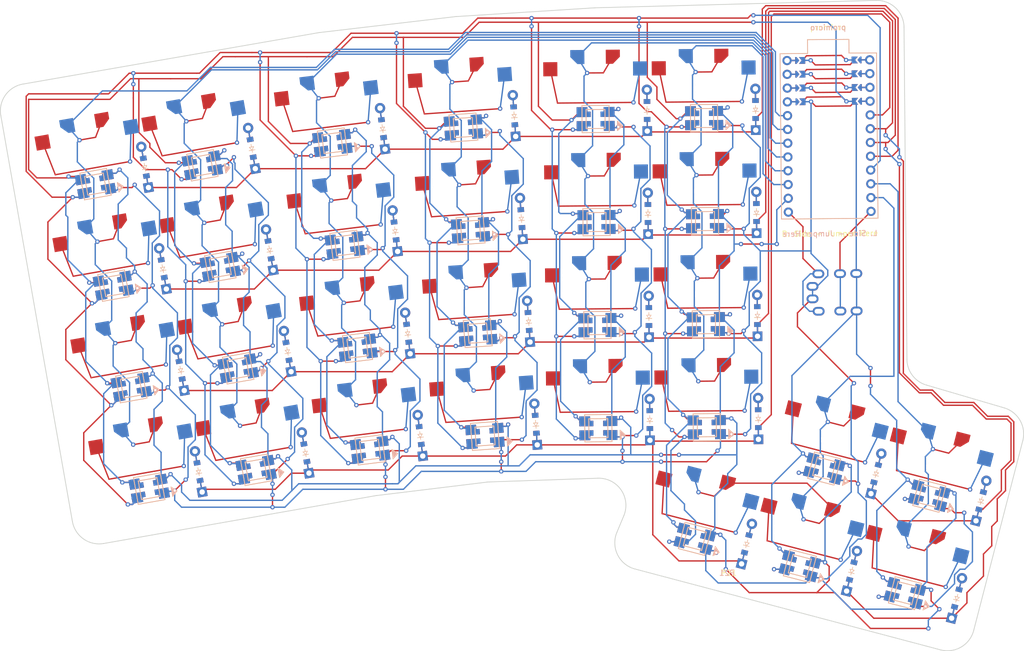
<source format=kicad_pcb>
(kicad_pcb (version 20221018) (generator pcbnew)
  (title_block (title "boardPcb") (rev "v1.0.0") (company "Unknown"))
  (layers (0 "F.Cu" signal) (31 "B.Cu" signal) (34 "B.Paste" user) (35 "F.Paste" user) (36 "B.SilkS" user "B.Silkscreen") (37 "F.SilkS" user "F.Silkscreen") (38 "B.Mask" user) (39 "F.Mask" user) (44 "Edge.Cuts" user))
  (net 0 "")
  (net 1 "P2")
  (net 2 "pinky1_bottom")
  (net 3 "pinky1_middle")
  (net 4 "pinky1_top")
  (net 5 "pinky1_number")
  (net 6 "P3")
  (net 7 "pink2_bottom")
  (net 8 "pink2_middle")
  (net 9 "pink2_top")
  (net 10 "pink2_number")
  (net 11 "P4")
  (net 12 "ring_bottom")
  (net 13 "ring_middle")
  (net 14 "ring_top")
  (net 15 "ring_number")
  (net 16 "P5")
  (net 17 "middle_bottom")
  (net 18 "middle_middle")
  (net 19 "middle_top")
  (net 20 "middle_number")
  (net 21 "P6")
  (net 22 "pointer_bottom")
  (net 23 "pointer_middle")
  (net 24 "pointer_top")
  (net 25 "pointer_number")
  (net 26 "P7")
  (net 27 "pointer2_bottom")
  (net 28 "pointer2_middle")
  (net 29 "pointer2_top")
  (net 30 "pointer2_number")
  (net 31 "P14")
  (net 32 "near_thumb")
  (net 33 "home_thumb")
  (net 34 "P16")
  (net 35 "far_thumb")
  (net 36 "home2_thumb2")
  (net 37 "far2_thumb2")
  (net 38 "P21")
  (net 39 "P20")
  (net 40 "P19")
  (net 41 "P18")
  (net 42 "P1")
  (net 43 "P0")
  (net 44 "P8")
  (net 45 "P9")
  (net 46 "P15")
  (net 47 "P10")
  (net 48 "RAW")
  (net 49 "RST")
  (net 50 "VCC")
  (net 51 "GND")
  (net 52 "_1_0")
  (net 53 "_1_23")
  (net 54 "_1_1")
  (net 55 "_1_22")
  (net 56 "_1_2")
  (net 57 "_1_21")
  (net 58 "_1_3")
  (net 59 "_1_20")
  (footprint "ComboDiode" (layer "F.Cu") (at 226.268093 171.304627 90.5)
    (fp_text reference "D17" hide)
    (fp_text value "" hide)
  )
  (footprint "ComboDiode" (layer "F.Cu") (at 136.488398 143.478804 100)
    (fp_text reference "D3" hide)
    (fp_text value "" hide)
  )
  (footprint "ComboDiode" (layer "F.Cu") (at 202.605777 134.253302 94)
    (fp_text reference "D15" hide)
    (fp_text value "" hide)
  )
  (footprint "WS2812B" (layer "F.Cu") (at 216.781544 172.887472 0.5)
    (fp_text reference "LED17" hide)
    (fp_text value "" hide)
  )
  (footprint "WS2812B" (layer "F.Cu") (at 236.780783 172.712941 0.5)
    (fp_text reference "LED50" hide)
    (fp_text value "" hide)
  )
  (footprint "ComboDiode" (layer "F.Cu") (at 246.101527 152.130819 90.5)
    (fp_text reference "D22" hide)
    (fp_text value "" hide)
  )
  (footprint "ComboDiode" (layer "F.Cu") (at 267.997606 181.263336 75.5)
    (fp_text reference "D28" hide)
    (fp_text value "" hide)
  )
  (footprint "WS2812B" (layer "F.Cu") (at 236.28337 115.715111 0.5)
    (fp_text reference "LED24" hide)
    (fp_text value "" hide)
  )
  (footprint "ComboDiode" (layer "F.Cu") (at 159.483869 158.717188 100)
    (fp_text reference "D6" hide)
    (fp_text value "" hide)
  )
  (footprint "PG1350" (layer "F.Cu") (at 167.087664 114.850977 7)
    (fp_text reference "S12" hide)
    (fp_text value "" hide)
  )
  (footprint "ComboDiode" (layer "F.Cu") (at 245.935723 133.131543 90.5)
    (fp_text reference "D23" hide)
    (fp_text value "" hide)
  )
  (footprint "WS2812B" (layer "F.Cu") (at 150.388667 161.844057 10)
    (fp_text reference "LED6" hide)
    (fp_text value "" hide)
  )
  (footprint "ComboDiode" (layer "F.Cu") (at 246.267331 171.130096 90.5)
    (fp_text reference "D21" hide)
    (fp_text value "" hide)
  )
  (footprint "PG1350" (layer "F.Cu") (at 216.567744 148.388405 0.5)
    (fp_text reference "S18" hide)
    (fp_text value "" hide)
  )
  (footprint "ComboDiode" (layer "F.Cu") (at 287.360559 186.270936 75.5)
    (fp_text reference "D29" hide)
    (fp_text value "" hide)
  )
  (footprint "PG1350" (layer "F.Cu") (at 216.733548 167.387681 0.5)
    (fp_text reference "S17" hide)
    (fp_text value "" hide)
  )
  (footprint "ComboDiode" (layer "F.Cu") (at 177.00433 117.663403 97)
    (fp_text reference "D12" hide)
    (fp_text value "" hide)
  )
  (footprint "WS2812B" (layer "F.Cu") (at 273.296712 203.301983 -14.5)
    (fp_text reference "LED56" hide)
    (fp_text value "" hide)
  )
  (footprint "WS2812B" (layer "F.Cu") (at 127.393197 146.605673 10)
    (fp_text reference "LED32" hide)
    (fp_text value "" hide)
  )
  (footprint "ComboDiode" (layer "F.Cu") (at 139.787714 162.190151 100)
    (fp_text reference "D2" hide)
    (fp_text value "" hide)
  )
  (footprint "TRRS-PJ-320A-dual" (layer "F.Cu") (at 267.574529 148.943313 -89.5)
    (fp_text reference "TRRS1")
    (fp_text value "TRRS-PJ-320A-dual")
  )
  (footprint "WS2812B" (layer "F.Cu") (at 143.790037 124.421362 10)
    (fp_text reference "LED37" hide)
    (fp_text value "" hide)
  )
  (footprint "WS2812B" (layer "F.Cu") (at 172.388981 158.026735 7)
    (fp_text reference "LED10" hide)
    (fp_text value "" hide)
  )
  (footprint "PG1350" (layer "F.Cu") (at 123.138817 122.477883 10)
    (fp_text reference "S4" hide)
    (fp_text value "" hide)
  )
  (footprint "WS2812B" (layer "F.Cu") (at 170.073463 139.168358 7)
    (fp_text reference "LED11" hide)
    (fp_text value "" hide)
  )
  (footprint "WS2812B" (layer "F.Cu") (at 193.233553 136.412334 4)
    (fp_text reference "LED44" hide)
    (fp_text value "" hide)
  )
  (footprint "WS2812B" (layer "F.Cu") (at 147.089352 143.13271 10)
    (fp_text reference "LED36" hide)
    (fp_text value "" hide)
  )
  (footprint "WS2812B" (layer "F.Cu") (at 258.424633 180.336947 -14.5)
    (fp_text reference "LED28" hide)
    (fp_text value "" hide)
  )
  (footprint "WS2812B" (layer "F.Cu") (at 216.449936 134.888919 0.5)
    (fp_text reference "LED48" hide)
    (fp_text value "" hide)
  )
  (footprint "PG1350" (layer "F.Cu") (at 169.403182 133.709354 7)
    (fp_text reference "S11" hide)
    (fp_text value "" hide)
  )
  (footprint "WS2812B" (layer "F.Cu") (at 216.61574 153.888195 0.5)
    (fp_text reference "LED18" hide)
    (fp_text value "" hide)
  )
  (footprint "ComboDiode" (layer "F.Cu") (at 225.936484 133.306074 90.5)
    (fp_text reference "D19" hide)
    (fp_text value "" hide)
  )
  (footprint "WS2812B" (layer "F.Cu") (at 253.933759 198.294383 -14.5)
    (fp_text reference "LED26" hide)
    (fp_text value "" hide)
  )
  (footprint "WS2812B" (layer "F.Cu") (at 258.424633 180.336947 -14.5)
    (fp_text reference "LED57" hide)
    (fp_text value "" hide)
  )
  (footprint "PG1350" (layer "F.Cu") (at 192.849893 130.925732 4)
    (fp_text reference "S15" hide)
    (fp_text value "" hide)
  )
  (footprint "ComboDiode" (layer "F.Cu") (at 244.143779 194.213171 75.5)
    (fp_text reference "D25" hide)
    (fp_text value "" hide)
  )
  (footprint "WS2812B" (layer "F.Cu") (at 234.570806 193.286783 -14.5)
    (fp_text reference "LED25" hide)
    (fp_text value "" hide)
  )
  (footprint "WS2812B" (layer "F.Cu") (at 167.757946 120.309981 7)
    (fp_text reference "LED12" hide)
    (fp_text value "" hide)
  )
  (footprint "WS2812B" (layer "F.Cu") (at 130.692512 165.31702 10)
    (fp_text reference "LED2" hide)
    (fp_text value "" hide)
  )
  (footprint "PG1350" (layer "F.Cu") (at 216.40194 129.389128 0.5)
    (fp_text reference "S19" hide)
    (fp_text value "" hide)
  )
  (footprint "WS2812B" (layer "F.Cu") (at 216.449936 134.888919 0.5)
    (fp_text reference "LED19" hide)
    (fp_text value "" hide)
  )
  (footprint "PG1350" (layer "F.Cu") (at 236.401178 129.214597 0.5)
    (fp_text reference "S23" hide)
    (fp_text value "" hide)
  )
  (footprint "ComboDiode" (layer "F.Cu") (at 263.506732 199.220771 75.5)
    (fp_text reference "D26" hide)
    (fp_text value "" hide)
  )
  (footprint "PG1350" (layer "F.Cu") (at 236.235374 110.215321 0.5)
    (fp_text reference "S24" hide)
    (fp_text value "" hide)
  )
  (footprint "WS2812B" (layer "F.Cu") (at 170.073463 139.168358 7)
    (fp_text reference "LED40" hide)
    (fp_text value "" hide)
  )
  (footprint "PG1350" (layer "F.Cu") (at 152.732918 175.138962 10)
    (fp_text reference "S5" hide)
    (fp_text value "" hide)
  )
  (footprint "WS2812B" (layer "F.Cu") (at 127.393197 146.605673 10)
    (fp_text reference "LED3" hide)
    (fp_text value "" hide)
  )
  (footprint "PG1350" (layer "F.Cu") (at 279.164676 180.019735 -14.5)
    (fp_text reference "S29" hide)
    (fp_text value "" hide)
  )
  (footprint "PG1350" (layer "F.Cu") (at 259.801723 175.012135 -14.5)
    (fp_text reference "S28" hide)
    (fp_text value "" hide)
  )
  (footprint "PG1350" (layer "F.Cu") (at 129.737447 159.900578 10)
    (fp_text reference "S2" hide)
    (fp_text value "" hide)
  )
  (footprint "WS2812B" (layer "F.Cu") (at 133.991828 184.028368 10)
    (fp_text reference "LED30" hide)
    (fp_text value "" hide)
  )
  (footprint "WS2812B" (layer "F.Cu") (at 150.388667 161.844057 10)
    (fp_text reference "LED35" hide)
    (fp_text value "" hide)
  )
  (footprint "WS2812B" (layer "F.Cu") (at 277.787586 185.344547 -14.5)
    (fp_text reference "LED58" hide)
    (fp_text value "" hide)
  )
  (footprint "ComboDiode" (layer "F.Cu") (at 143.087029 180.901498 100)
    (fp_text reference "D1" hide)
    (fp_text value "" hide)
  )
  (footprint "WS2812B" (layer "F.Cu") (at 236.28337 115.715111 0.5)
    (fp_text reference "LED53" hide)
    (fp_text value "" hide)
  )
  (footprint "WS2812B" (layer "F.Cu") (at 234.570806 193.286783 -14.5)
    (fp_text reference "LED54" hide)
    (fp_text value "" hide)
  )
  (footprint "PG1350" (layer "F.Cu") (at 133.036763 178.611925 10)
    (fp_text reference "S1" hide)
    (fp_text value "" hide)
  )
  (footprint "ComboDiode" (layer "F.Cu") (at 205.256523 172.160736 94)
    (fp_text reference "D13" hide)
    (fp_text value "" hide)
  )
  (footprint "WS2812B" (layer "F.Cu") (at 216.284132 115.889642 0.5)
    (fp_text reference "LED20" hide)
    (fp_text value "" hide)
  )
  (footprint "PG1350" (layer "F.Cu") (at 274.673802 197.977171 -14.5)
    (fp_text reference "S27" hide)
    (fp_text value "" hide)
  )
  (footprint "WS2812B" (layer "F.Cu") (at 130.692512 165.31702 10)
    (fp_text reference "LED31" hide)
    (fp_text value "" hide)
  )
  (footprint "ProMicro" (layer "F.Cu") (at 259.313037 119.014268 0.5)
    (fp_text reference "")
    (fp_text value "")
  )
  (footprint "PG1350" (layer "F.Cu") (at 191.52452 111.972015 4)
    (fp_text reference "S16" hide)
    (fp_text value "" hide)
  )
  (footprint "PG1350" (layer "F.Cu") (at 142.834972 119.00492 10)
    (fp_text reference "S8" hide)
    (fp_text value "" hide)
  )
  (footprint "WS2812B" (layer "F.Cu") (at 167.757946 120.309981 7)
    (fp_text reference "LED41" hide)
    (fp_text value "" hide)
  )
  (footprint "ComboDiode" (layer "F.Cu") (at 225.77068 114.306797 90.5)
    (fp_text reference "D20" hide)
    (fp_text value "" hide)
  )
  (footprint "WS2812B" (layer "F.Cu") (at 153.687983 180.555404 10)
    (fp_text reference "LED5" hide)
    (fp_text value "" hide)
  )
  (footprint "ComboDiode" (layer "F.Cu") (at 203.93115 153.207019 94)
    (fp_text reference "D14" hide)
    (fp_text value "" hide)
  )
  (footprint "WS2812B" (layer "F.Cu") (at 236.614978 153.713664 0.5)
    (fp_text reference "LED51" hide)
    (fp_text value "" hide)
  )
  (footprint "PG1350" (layer "F.Cu") (at 126.438132 141.189231 10)
    (fp_text reference "S3" hide)
    (fp_text value "" hide)
  )
  (footprint "PG1350" (layer "F.Cu") (at 255.310849 192.969571 -14.5)
    (fp_text reference "S26" hide)
    (fp_text value "" hide)
  )
  (footprint "PG1350" (layer "F.Cu") (at 149.433602 156.427614 10)
    (fp_text reference "S6" hide)
    (fp_text value "" hide)
  )
  (footprint "PG1350" (layer "F.Cu") (at 195.500639 168.833166 4)
    (fp_text reference "S13" hide)
    (fp_text value "" hide)
  )
  (footprint "WS2812B" (layer "F.Cu") (at 153.687983 180.555404 10)
    (fp_text reference "LED34" hide)
    (fp_text value "" hide)
  )
  (footprint "PG1350" (layer "F.Cu") (at 236.566983 148.213874 0.5)
    (fp_text reference "S22" hide)
    (fp_text value "" hide)
  )
  (footprint "WS2812B" (layer "F.Cu") (at 172.388981 158.026735 7)
    (fp_text reference "LED39" hide)
    (fp_text value "" hide)
  )
  (footprint "WS2812B" (layer "F.Cu") (at 133.991828 184.028368 10)
    (fp_text reference "LED1" hide)
    (fp_text value "" hide)
  )
  (footprint "WS2812B" (layer "F.Cu") (at 194.558926 155.366051 4)
    (fp_text reference "LED43" hide)
    (fp_text value "" hide)
  )
  (footprint "ComboDiode" (layer "F.Cu") (at 152.885238 121.294493 100)
    (fp_text reference "D8" hide)
    (fp_text value "" hide)
  )
  (footprint "WS2812B" (layer "F.Cu") (at 216.61574 153.888195 0.5)
    (fp_text reference "LED47" hide)
    (fp_text value "" hide)
  )
  (footprint "WS2812B" (layer "F.Cu") (at 195.884299 174.319768 4)
    (fp_text reference "LED42" hide)
    (fp_text value "" hide)
  )
  (footprint "WS2812B" (layer "F.Cu") (at 143.790037 124.421362 10)
    (fp_text reference "LED8" hide)
    (fp_text value "" hide)
  )
  (footprint "PG1350" (layer "F.Cu") (at 216.236136 110.389852 0.5)
    (fp_text reference "S20" hide)
    (fp_text value "" hide)
  )
  (footprint "WS2812B" (layer "F.Cu") (at 191.90818 117.458617 4)
    (fp_text reference "LED16" hide)
    (fp_text value "" hide)
  )
  (footprint "WS2812B" (layer "F.Cu") (at 277.787586 185.344547 -14.5)
    (fp_text reference "LED29" hide)
    (fp_text value "" hide)
  )
  (footprint "WS2812B" (layer "F.Cu") (at 216.284132 115.889642 0.5)
    (fp_text reference "LED49" hide)
    (fp_text value "" hide)
  )
  (footprint "WS2812B" (layer "F.Cu") (at 195.884299 174.319768 4)
    (fp_text reference "LED13" hide)
    (fp_text value "" hide)
  )
  (footprint "ComboDiode" (layer "F.Cu") (at 156.184553 140.00584 100)
    (fp_text reference "D7" hide)
    (fp_text value "" hide)
  )
  (footprint "WS2812B" (layer "F.Cu") (at 216.781544 172.887472 0.5)
    (fp_text reference "LED46" hide)
    (fp_text value "" hide)
  )
  (footprint "PG1350" (layer "F.Cu") (at 236.732787 167.21315 0.5)
    (fp_text reference "S21" hide)
    (fp_text value "" hide)
  )
  (footprint "WS2812B" (layer "F.Cu") (at 253.933759 198.294383 -14.5)
    (fp_text reference "LED55" hide)
    (fp_text value "" hide)
  )
  (footprint "WS2812B" (layer "F.Cu") (at 273.296712 203.301983 -14.5)
    (fp_text reference "LED27" hide)
    (fp_text value "" hide)
  )
  (footprint "WS2812B" (layer "F.Cu") (at 124.093882 127.894326 10)
    (fp_text reference "LED4" hide)
    (fp_text value "" hide)
  )
  (footprint "WS2812B" (layer "F.Cu") (at 194.558926 155.366051 4)
    (fp_text reference "LED14" hide)
    (fp_text value "" hide)
  )
  (footprint "WS2812B" (layer "F.Cu") (at 191.90818 117.458617 4)
    (fp_text reference "LED45" hide)
    (fp_text value "" hide)
  )
  (footprint "WS2812B" (layer "F.Cu") (at 236.780783 172.712941 0.5)
    (fp_text reference "LED21" hide)
    (fp_text value "" hide)
  )
  (footprint "ComboDiode" (layer "F.Cu") (at 282.869685 204.228371 75.5)
    (fp_text reference "D27" hide)
    (fp_text value "" hide)
  )
  (footprint "ComboDiode" (layer "F.Cu") (at 183.950883 174.238534 97)
    (fp_text reference "D9" hide)
    (fp_text value "" hide)
  )
  (footprint "PG1350" (layer "F.Cu") (at 146.134287 137.716267 10)
    (fp_text reference "S7" hide)
    (fp_text value "" hide)
  )
  (footprint "WS2812B" (layer "F.Cu") (at 147.089352 143.13271 10)
    (fp_text reference "LED7" hide)
    (fp_text value "" hide)
  )
  (footprint "PG1350" (layer "F.Cu") (at 235.947896 187.961971 -14.5)
    (fp_text reference "S25" hide)
    (fp_text value "" hide)
  )
  (footprint "WS2812B" (layer "F.Cu") (at 193.233553 136.412334 4)
    (fp_text reference "LED15" hide)
    (fp_text value "" hide)
  )
  (footprint "PG1350" (layer "F.Cu") (at 194.175266 149.879449 4)
    (fp_text reference "S14" hide)
    (fp_text value "" hide)
  )
  (footprint "ComboDiode" (layer "F.Cu") (at 201.280404 115.299585 94)
    (fp_text reference "D16" hide)
    (fp_text value "" hide)
  )
  (footprint "ComboDiode" (layer "F.Cu") (at 226.102289 152.30535 90.5)
    (fp_text reference "D18" hide)
    (fp_text value "" hide)
  )
  (footprint "ComboDiode" (layer "F.Cu") (at 245.769919 114.132266 90.5)
    (fp_text reference "D24" hide)
    (fp_text value "" hide)
  )
  (footprint "WS2812B" (layer "F.Cu") (at 124.093882 127.894326 10)
    (fp_text reference "LED33" hide)
    (fp_text value "" hide)
  )
  (footprint "ComboDiode" (layer "F.Cu") (at 133.189083 124.767457 100)
    (fp_text reference "D4" hide)
    (fp_text value "" hide)
  )
  (footprint "PG1350" (layer "F.Cu") (at 171.718699 152.567731 7)
    (fp_text reference "S10" hide)
    (fp_text value "" hide)
  )
  (footprint "ComboDiode" (layer "F.Cu") (at 162.783184 177.428535 100)
    (fp_text reference "D5" hide)
    (fp_text value "" hide)
  )
  (footprint "WS2812B" (layer "F.Cu") (at 174.704498 176.885112 7)
    (fp_text reference "LED9" hide)
    (fp_text value "" hide)
  )
  (footprint "ComboDiode" (layer "F.Cu") (at 179.319848 136.52178 97)
    (fp_text reference "D11" hide)
    (fp_text value "" hide)
  )
  (footprint "PG1350" (layer "F.Cu") (at 174.034217 171.426108 7)
    (fp_text reference "S9" hide)
    (fp_text value "" hide)
  )
  (footprint "WS2812B" (layer "F.Cu") (at 236.449174 134.714388 0.5)
    (fp_text reference "LED52" hide)
    (fp_text value "" hide)
  )
  (footprint "WS2812B" (layer "F.Cu") (at 174.704498 176.885112 7)
    (fp_text reference "LED38" hide)
    (fp_text value "" hide)
  )
  (footprint "WS2812B" (layer "F.Cu") (at 236.614978 153.713664 0.5)
    (fp_text reference "LED22" hide)
    (fp_text value "" hide)
  )
  (footprint "ComboDiode" (layer "F.Cu") (at 181.635365 155.380157 97)
    (fp_text reference "D10" hide)
    (fp_text value "" hide)
  )
  (footprint "WS2812B" (layer "F.Cu") (at 236.449174 134.714388 0.5)
    (fp_text reference "LED23" hide)
    (fp_text value "" hide)
  )
  (gr_line (start 175.609717 185.344738) (end 125.618069 194.138129) (stroke (width 0.15)) (layer "Edge.Cuts"))
  (gr_line (start 110.69956 109.451756) (end 165.122689 99.9866) (stroke (width 0.15)) (layer "Edge.Cuts"))
  (gr_line (start 119.827842 190.08197) (end 106.63225 115.246051) (stroke (width 0.15)) (layer "Edge.Cuts"))
  (gr_arc (start 190.345159 97.024136) (mid 190.478332 97.01034) (end 190.611827 97.000115) (stroke (width 0.15)) (layer "Edge.Cuts"))
  (gr_arc (start 196.261325 182.825328) (mid 196.477596 182.803777) (end 196.694599 182.791644) (stroke (width 0.15)) (layer "Edge.Cuts"))
  (gr_line (start 279.86162 213.750158) (end 223.539185 198.844948) (stroke (width 0.15)) (layer "Edge.Cuts"))
  (gr_line (start 220.20411 192.085529) (end 221.478527 189.032033) (stroke (width 0.15)) (layer "Edge.Cuts"))
  (gr_arc (start 175.609716 185.344738) (mid 175.740646 185.323494) (end 175.872093 185.305731) (stroke (width 0.15)) (layer "Edge.Cuts"))
  (gr_arc (start 223.539184 198.844948) (mid 220.334436 196.223693) (end 220.20411 192.085529) (stroke (width 0.15)) (layer "Edge.Cuts"))
  (gr_line (start 196.261325 182.825328) (end 175.872093 185.305731) (stroke (width 0.15)) (layer "Edge.Cuts"))
  (gr_line (start 277.265037 164.934786) (end 291.59479 169.138922) (stroke (width 0.15)) (layer "Edge.Cuts"))
  (gr_line (start 216.197189 95.388007) (end 268.007608 94.026701) (stroke (width 0.15)) (layer "Edge.Cuts"))
  (gr_line (start 216.693747 182.109127) (end 196.694599 182.791644) (stroke (width 0.15)) (layer "Edge.Cuts"))
  (gr_arc (start 291.594789 169.138921) (mid 294.535765 171.468921) (end 295.027932 175.1886) (stroke (width 0.15)) (layer "Edge.Cuts"))
  (gr_line (start 165.39767 99.946613) (end 190.345159 97.024136) (stroke (width 0.15)) (layer "Edge.Cuts"))
  (gr_line (start 190.611827 97.000115) (end 216.013438 95.396219) (stroke (width 0.15)) (layer "Edge.Cuts"))
  (gr_line (start 273.138746 98.981343) (end 273.672824 160.180641) (stroke (width 0.15)) (layer "Edge.Cuts"))
  (gr_arc (start 165.122688 99.9866) (mid 165.259901 99.964696) (end 165.39767 99.946613) (stroke (width 0.15)) (layer "Edge.Cuts"))
  (gr_arc (start 216.013437 95.396219) (mid 216.105275 95.391268) (end 216.197189 95.388007) (stroke (width 0.15)) (layer "Edge.Cuts"))
  (gr_arc (start 125.618069 194.13813) (mid 121.883145 193.308892) (end 119.827842 190.08197) (stroke (width 0.15)) (layer "Edge.Cuts"))
  (gr_line (start 295.027932 175.1886) (end 285.981526 210.168454) (stroke (width 0.15)) (layer "Edge.Cuts"))
  (gr_arc (start 268.007607 94.026701) (mid 271.612068 95.428123) (end 273.138746 98.981343) (stroke (width 0.15)) (layer "Edge.Cuts"))
  (gr_arc (start 277.265036 164.934786) (mid 274.683374 163.151276) (end 273.672824 160.180641) (stroke (width 0.15)) (layer "Edge.Cuts"))
  (gr_arc (start 285.981526 210.168454) (mid 283.666327 213.231835) (end 279.86162 213.750158) (stroke (width 0.15)) (layer "Edge.Cuts"))
  (gr_arc (start 106.632251 115.246051) (mid 107.463884 111.505144) (end 110.69956 109.451756) (stroke (width 0.15)) (layer "Edge.Cuts"))
  (gr_arc (start 216.693747 182.109127) (mid 220.977469 184.263382) (end 221.478527 189.032033) (stroke (width 0.15)) (layer "Edge.Cuts"))
  (gr_text "P21" (at 242.062 200.152) (layer "B.SilkS") (effects (font (size 1 1)) (justify left bottom mirror)))
  (gr_text "P21" (at 239.268 200.152) (layer "F.SilkS") (effects (font (size 1 1)) (justify left bottom)))
  (segment (start 128.63 134.76) (end 127.39 137.97) (width 0.25) (layer "F.Cu") (net 1))
  (segment (start 130.69 156.69) (end 127.74 157.21) (width 0.25) (layer "F.Cu") (net 1))
  (segment (start 127.39 137.97) (end 124.44 138.5) (width 0.25) (layer "F.Cu") (net 1))
  (segment (start 133.99 175.4) (end 131.04 175.92) (width 0.25) (layer "F.Cu") (net 1))
  (segment (start 124.1 119.26) (end 121.14 119.78) (width 0.25) (layer "F.Cu") (net 1))
  (segment (start 125.33 116.05) (end 124.1 119.26) (width 0.25) (layer "F.Cu") (net 1))
  (segment (start 135.23 172.18) (end 133.99 175.4) (width 0.25) (layer "F.Cu") (net 1))
  (segment (start 131.93 153.47) (end 130.69 156.69) (width 0.25) (layer "F.Cu") (net 1))
  (segment (start 124.039976 138.89528) (end 124.039976 142.720097) (width 0.25) (layer "B.Cu") (net 1))
  (segment (start 127.070636 153.018029) (end 125.478995 154.60967) (width 0.25) (layer "B.Cu") (net 1))
  (segment (start 120.740661 123.788661) (end 123.771321 126.819321) (width 0.25) (layer "B.Cu") (net 1))
  (segment (start 192.26022 99.938) (end 245.86798 99.938) (width 0.25) (layer "B.Cu") (net 1))
  (segment (start 120.740661 120.183932) (end 120.740661 123.788661) (width 0.25) (layer "B.Cu") (net 1))
  (segment (start 245.86798 99.938) (end 249.428 103.49802) (width 0.25) (layer "B.Cu") (net 1))
  (segment (start 127.739291 157.206627) (end 127.339291 157.606627) (width 0.25) (layer "B.Cu") (net 1))
  (segment (start 118.88 117.19) (end 121.14 119.78) (width 0.25) (layer "B.Cu") (net 1))
  (segment (start 123.771321 134.306682) (end 122.17968 135.898323) (width 0.25) (layer "B.Cu") (net 1))
  (segment (start 130.369951 171.729377) (end 128.778311 173.321017) (width 0.25) (layer "B.Cu") (net 1))
  (segment (start 189.161714 103.036506) (end 192.26022 99.938) (width 0.25) (layer "B.Cu") (net 1))
  (segment (start 122.18 135.9) (end 124.44 138.5) (width 0.25) (layer "B.Cu") (net 1))
  (segment (start 125.353272 110.714068) (end 140.940068 110.714068) (width 0.25) (layer "B.Cu") (net 1))
  (segment (start 130.369951 164.462104) (end 130.369951 171.729377) (width 0.25) (layer "B.Cu") (net 1))
  (segment (start 125.48 154.61) (end 127.74 157.21) (width 0.25) (layer "B.Cu") (net 1))
  (segment (start 123.771321 126.819321) (end 123.771321 134.306682) (width 0.25) (layer "B.Cu") (net 1))
  (segment (start 164.806607 106.377003) (end 168.147104 103.036506) (width 0.25) (layer "B.Cu") (net 1))
  (segment (start 124.439976 138.49528) (end 124.039976 138.89528) (width 0.25) (layer "B.Cu") (net 1))
  (segment (start 128.78 173.32) (end 131.04 175.92) (width 0.25) (layer "B.Cu") (net 1))
  (segment (start 249.428 103.49802) (end 249.428 114.554) (width 0.25) (layer "B.Cu") (net 1))
  (segment (start 168.147104 103.036506) (end 189.161714 103.036506) (width 0.25) (layer "B.Cu") (net 1))
  (segment (start 249.428 114.554) (end 250.144909 115.270909) (width 0.25) (layer "B.Cu") (net 1))
  (segment (start 127.339291 161.431444) (end 130.369951 164.462104) (width 0.25) (layer "B.Cu") (net 1))
  (segment (start 145.277133 106.377003) (end 164.806607 106.377003) (width 0.25) (layer "B.Cu") (net 1))
  (segment (start 124.039976 142.720097) (end 127.070636 145.750757) (width 0.25) (layer "B.Cu") (net 1))
  (segment (start 118.880365 117.186975) (end 125.353272 110.714068) (width 0.25) (layer "B.Cu") (net 1))
  (segment (start 250.144909 115.270909) (end 251.660079 115.270909) (width 0.25) (layer "B.Cu") (net 1))
  (segment (start 140.940068 110.714068) (end 145.277133 106.377003) (width 0.25) (layer "B.Cu") (net 1))
  (segment (start 121.140661 119.783932) (end 120.740661 120.183932) (width 0.25) (layer "B.Cu") (net 1))
  (segment (start 127.070636 145.750757) (end 127.070636 153.018029) (width 0.25) (layer "B.Cu") (net 1))
  (segment (start 127.339291 157.606627) (end 127.339291 161.431444) (width 0.25) (layer "B.Cu") (net 1))
  (segment (start 142.8 179.28) (end 142.43 177.15) (width 0.25) (layer "F.Cu") (net 2))
  (segment (start 140.36 179.86) (end 126.58 182.29) (width 0.25) (layer "F.Cu") (net 2))
  (segment (start 124.24 176.36) (end 126.58 182.29) (width 0.25) (layer "F.Cu") (net 2))
  (segment (start 140.53 173.48) (end 140.36 179.86) (width 0.25) (layer "B.Cu") (net 2))
  (segment (start 142.8 179.28) (end 142.43 177.15) (width 0.25) (layer "B.Cu") (net 2))
  (segment (start 137.07 161.15) (end 123.28 163.58) (width 0.25) (layer "F.Cu") (net 3))
  (segment (start 139.5 160.57) (end 139.13 158.44) (width 0.25) (layer "F.Cu") (net 3))
  (segment (start 120.94 157.64) (end 123.28 163.58) (width 0.25) (layer "F.Cu") (net 3))
  (segment (start 139.5 160.57) (end 139.13 158.44) (width 0.25) (layer "B.Cu") (net 3))
  (segment (start 137.24 154.77) (end 137.07 161.15) (width 0.25) (layer "B.Cu") (net 3))
  (segment (start 117.64 138.93) (end 119.98 144.87) (width 0.25) (layer "F.Cu") (net 4))
  (segment (start 136.2 141.85) (end 135.83 139.73) (width 0.25) (layer "F.Cu") (net 4))
  (segment (start 133.77 142.44) (end 119.98 144.87) (width 0.25) (layer "F.Cu") (net 4))
  (segment (start 133.94 136.06) (end 133.77 142.44) (width 0.25) (layer "B.Cu") (net 4))
  (segment (start 136.2 141.85) (end 135.83 139.73) (width 0.25) (layer "B.Cu") (net 4))
  (segment (start 130.47 123.72) (end 116.68 126.16) (width 0.25) (layer "F.Cu") (net 5))
  (segment (start 132.9 123.14) (end 132.53 121.02) (width 0.25) (layer "F.Cu") (net 5))
  (segment (start 114.34 120.22) (end 116.68 126.16) (width 0.25) (layer "F.Cu") (net 5))
  (segment (start 132.9 123.14) (end 132.53 121.02) (width 0.25) (layer "B.Cu") (net 5))
  (segment (start 130.64 117.35) (end 130.47 123.72) (width 0.25) (layer "B.Cu") (net 5))
  (segment (start 147.09 134.5) (end 144.14 135.02) (width 0.25) (layer "F.Cu") (net 6))
  (segment (start 150.39 153.21) (end 147.44 153.73) (width 0.25) (layer "F.Cu") (net 6))
  (segment (start 143.79 115.79) (end 140.84 116.31) (width 0.25) (layer "F.Cu") (net 6))
  (segment (start 154.92 168.71) (end 153.69 171.92) (width 0.25) (layer "F.Cu") (net 6))
  (segment (start 148.33 131.29) (end 147.09 134.5) (width 0.25) (layer "F.Cu") (net 6))
  (segment (start 153.69 171.92) (end 150.73 172.45) (width 0.25) (layer "F.Cu") (net 6))
  (segment (start 151.63 150) (end 150.39 153.21) (width 0.25) (layer "F.Cu") (net 6))
  (segment (start 145.03 112.58) (end 143.79 115.79) (width 0.25) (layer "F.Cu") (net 6))
  (segment (start 245.681584 100.388) (end 248.942 103.648416) (width 0.25) (layer "B.Cu") (net 6))
  (segment (start 146.766791 149.545065) (end 145.17515 151.136706) (width 0.25) (layer "B.Cu") (net 6))
  (segment (start 248.942 116.862) (end 249.890813 117.810813) (width 0.25) (layer "B.Cu") (net 6))
  (segment (start 141.88 132.43) (end 144.14 135.02) (width 0.25) (layer "B.Cu") (net 6))
  (segment (start 147.035446 157.957446) (end 150.146708 161.068708) (width 0.25) (layer "B.Cu") (net 6))
  (segment (start 147.435446 153.733663) (end 147.035446 154.133663) (width 0.25) (layer "B.Cu") (net 6))
  (segment (start 148.47 169.85) (end 150.73 172.45) (width 0.25) (layer "B.Cu") (net 6))
  (segment (start 138.58 113.71) (end 140.84 116.31) (width 0.25) (layer "B.Cu") (net 6))
  (segment (start 150.146708 161.068708) (end 150.146708 168.175812) (width 0.25) (layer "B.Cu") (net 6))
  (segment (start 143.736131 139.247134) (end 146.766791 142.277794) (width 0.25) (layer "B.Cu") (net 6))
  (segment (start 140.836816 116.310969) (end 140.436816 116.710969) (width 0.25) (layer "B.Cu") (net 6))
  (segment (start 189.34811 103.486506) (end 192.446616 100.388) (width 0.25) (layer "B.Cu") (net 6))
  (segment (start 248.942 103.648416) (end 248.942 116.862) (width 0.25) (layer "B.Cu") (net 6))
  (segment (start 150.146708 168.175812) (end 148.474466 169.848054) (width 0.25) (layer "B.Cu") (net 6))
  (segment (start 145.18 151.14) (end 147.44 153.73) (width 0.25) (layer "B.Cu") (net 6))
  (segment (start 143.467476 130.833718) (end 141.875835 132.425359) (width 0.25) (layer "B.Cu") (net 6))
  (segment (start 140.436816 116.710969) (end 140.436816 120.370816) (width 0.25) (layer "B.Cu") (net 6))
  (segment (start 164.993003 106.827003) (end 168.3335 103.486506) (width 0.25) (layer "B.Cu") (net 6))
  (segment (start 138.57652 113.714012) (end 145.463529 106.827003) (width 0.25) (layer "B.Cu") (net 6))
  (segment (start 249.890813 117.810813) (end 251.682244 117.810813) (width 0.25) (layer "B.Cu") (net 6))
  (segment (start 192.446616 100.388) (end 245.681584 100.388) (width 0.25) (layer "B.Cu") (net 6))
  (segment (start 140.436816 120.370816) (end 143.467476 123.401476) (width 0.25) (layer "B.Cu") (net 6))
  (segment (start 143.467476 123.401476) (end 143.467476 130.833718) (width 0.25) (layer "B.Cu") (net 6))
  (segment (start 144.136131 135.022316) (end 143.736131 135.422316) (width 0.25) (layer "B.Cu") (net 6))
  (segment (start 145.463529 106.827003) (end 164.993003 106.827003) (width 0.25) (layer "B.Cu") (net 6))
  (segment (start 147.035446 154.133663) (end 147.035446 157.957446) (width 0.25) (layer "B.Cu") (net 6))
  (segment (start 168.3335 103.486506) (end 189.34811 103.486506) (width 0.25) (layer "B.Cu") (net 6))
  (segment (start 146.766791 142.277794) (end 146.766791 149.545065) (width 0.25) (layer "B.Cu") (net 6))
  (segment (start 143.736131 135.422316) (end 143.736131 139.247134) (width 0.25) (layer "B.Cu") (net 6))
  (segment (start 162.5 175.8) (end 162.12 173.68) (width 0.25) (layer "F.Cu") (net 7))
  (segment (start 143.93 172.88) (end 146.27 178.82) (width 0.25) (layer "F.Cu") (net 7))
  (segment (start 160.06 176.39) (end 146.27 178.82) (width 0.25) (layer "F.Cu") (net 7))
  (segment (start 160.23 170.01) (end 160.06 176.39) (width 0.25) (layer "B.Cu") (net 7))
  (segment (start 162.5 175.8) (end 162.12 173.68) (width 0.25) (layer "B.Cu") (net 7))
  (segment (start 159.2 157.09) (end 158.82 154.97) (width 0.25) (layer "F.Cu") (net 8))
  (segment (start 140.63 154.17) (end 142.97 160.11) (width 0.25) (layer "F.Cu") (net 8))
  (segment (start 156.76 157.67) (end 142.97 160.11) (width 0.25) (layer "F.Cu") (net 8))
  (segment (start 159.2 157.09) (end 158.82 154.97) (width 0.25) (layer "B.Cu") (net 8))
  (segment (start 156.93 151.3) (end 156.76 157.67) (width 0.25) (layer "B.Cu") (net 8))
  (segment (start 155.9 138.38) (end 155.52 136.25) (width 0.25) (layer "F.Cu") (net 9))
  (segment (start 153.46 138.96) (end 139.67 141.39) (width 0.25) (layer "F.Cu") (net 9))
  (segment (start 137.33 135.46) (end 139.67 141.39) (width 0.25) (layer "F.Cu") (net 9))
  (segment (start 155.9 138.38) (end 155.52 136.25) (width 0.25) (layer "B.Cu") (net 9))
  (segment (start 153.63 132.59) (end 153.46 138.96) (width 0.25) (layer "B.Cu") (net 9))
  (segment (start 134.03 116.75) (end 136.38 122.68) (width 0.25) (layer "F.Cu") (net 10))
  (segment (start 150.16 120.25) (end 136.38 122.68) (width 0.25) (layer "F.Cu") (net 10))
  (segment (start 152.6 119.67) (end 152.22 117.54) (width 0.25) (layer "F.Cu") (net 10))
  (segment (start 150.33 113.87) (end 150.16 120.25) (width 0.25) (layer "B.Cu") (net 10))
  (segment (start 152.6 119.67) (end 152.22 117.54) (width 0.25) (layer "B.Cu") (net 10))
  (segment (start 169.61 108.55) (end 168.21 111.69) (width 0.25) (layer "F.Cu") (net 11))
  (segment (start 168.21 111.69) (end 165.23 112.06) (width 0.25) (layer "F.Cu") (net 11))
  (segment (start 175.16 168.27) (end 172.18 168.63) (width 0.25) (layer "F.Cu") (net 11))
  (segment (start 170.53 130.55) (end 167.55 130.91) (width 0.25) (layer "F.Cu") (net 11))
  (segment (start 174.24 146.26) (end 172.84 149.41) (width 0.25) (layer "F.Cu") (net 11))
  (segment (start 171.93 127.4) (end 170.53 130.55) (width 0.25) (layer "F.Cu") (net 11))
  (segment (start 172.84 149.41) (end 169.86 149.77) (width 0.25) (layer "F.Cu") (net 11))
  (segment (start 176.56 165.12) (end 175.16 168.27) (width 0.25) (layer "F.Cu") (net 11))
  (segment (start 169.672742 145.131449) (end 167.742988 147.061203) (width 0.25) (layer "B.Cu") (net 11))
  (segment (start 249.473284 120.350716) (end 251.70441 120.350716) (width 0.25) (layer "B.Cu") (net 11))
  (segment (start 167.74 147.06) (end 169.86 149.77) (width 0.25) (layer "B.Cu") (net 11))
  (segment (start 167.357225 126.273072) (end 165.427471 128.202826) (width 0.25) (layer "B.Cu") (net 11))
  (segment (start 169.864272 149.772897) (end 169.464272 150.172897) (width 0.25) (layer "B.Cu") (net 11))
  (segment (start 172.025951 163.952135) (end 170.058506 165.91958) (width 0.25) (layer "B.Cu") (net 11))
  (segment (start 164.833237 116.573237) (end 167.357225 119.097225) (width 0.25) (layer "B.Cu") (net 11))
  (segment (start 245.495188 100.838) (end 248.492 103.834812) (width 0.25) (layer "B.Cu") (net 11))
  (segment (start 170.06 165.92) (end 172.18 168.63) (width 0.25) (layer "B.Cu") (net 11))
  (segment (start 169.464272 154.398539) (end 172.025951 156.960218) (width 0.25) (layer "B.Cu") (net 11))
  (segment (start 248.492 119.369432) (end 249.473284 120.350716) (width 0.25) (layer "B.Cu") (net 11))
  (segment (start 164.833237 112.456143) (end 164.833237 116.573237) (width 0.25) (layer "B.Cu") (net 11))
  (segment (start 167.548755 130.91452) (end 167.148755 131.31452) (width 0.25) (layer "B.Cu") (net 11))
  (segment (start 167.148755 135.144755) (end 169.672742 137.668742) (width 0.25) (layer "B.Cu") (net 11))
  (segment (start 168.519896 103.936506) (end 189.534506 103.936506) (width 0.25) (layer "B.Cu") (net 11))
  (segment (start 165.43 128.2) (end 167.55 130.91) (width 0.25) (layer "B.Cu") (net 11))
  (segment (start 248.492 103.834812) (end 248.492 119.369432) (width 0.25) (layer "B.Cu") (net 11))
  (segment (start 169.464272 150.172897) (end 169.464272 154.398539) (width 0.25) (layer "B.Cu") (net 11))
  (segment (start 167.357225 119.097225) (end 167.357225 126.273072) (width 0.25) (layer "B.Cu") (net 11))
  (segment (start 192.633012 100.838) (end 245.495188 100.838) (width 0.25) (layer "B.Cu") (net 11))
  (segment (start 172.025951 156.960218) (end 172.025951 163.952135) (width 0.25) (layer "B.Cu") (net 11))
  (segment (start 163.11 109.34) (end 165.23 112.06) (width 0.25) (layer "B.Cu") (net 11))
  (segment (start 165.233237 112.056143) (end 164.833237 112.456143) (width 0.25) (layer "B.Cu") (net 11))
  (segment (start 163.111953 109.344449) (end 168.519896 103.936506) (width 0.25) (layer "B.Cu") (net 11))
  (segment (start 167.148755 131.31452) (end 167.148755 135.144755) (width 0.25) (layer "B.Cu") (net 11))
  (segment (start 169.672742 137.668742) (end 169.672742 145.131449) (width 0.25) (layer "B.Cu") (net 11))
  (segment (start 189.534506 103.936506) (end 192.633012 100.838) (width 0.25) (layer "B.Cu") (net 11))
  (segment (start 181.29 173.05) (end 167.39 174.76) (width 0.25) (layer "F.Cu") (net 12))
  (segment (start 165.36 168.71) (end 167.39 174.76) (width 0.25) (layer "F.Cu") (net 12))
  (segment (start 183.75 172.6) (end 183.49 170.46) (width 0.25) (layer "F.Cu") (net 12))
  (segment (start 181.79 166.7) (end 181.29 173.05) (width 0.25) (layer "B.Cu") (net 12))
  (segment (start 183.75 172.6) (end 183.49 170.46) (width 0.25) (layer "B.Cu") (net 12))
  (segment (start 163.05 149.85) (end 165.08 155.9) (width 0.25) (layer "F.Cu") (net 13))
  (segment (start 178.97 154.2) (end 165.08 155.9) (width 0.25) (layer "F.Cu") (net 13))
  (segment (start 181.43 153.74) (end 181.17 151.6) (width 0.25) (layer "F.Cu") (net 13))
  (segment (start 181.43 153.74) (end 181.17 151.6) (width 0.25) (layer "B.Cu") (net 13))
  (segment (start 179.48 147.84) (end 178.97 154.2) (width 0.25) (layer "B.Cu") (net 13))
  (segment (start 160.73 131) (end 162.76 137.04) (width 0.25) (layer "F.Cu") (net 14))
  (segment (start 179.12 134.88) (end 178.86 132.74) (width 0.25) (layer "F.Cu") (net 14))
  (segment (start 176.66 135.34) (end 162.76 137.04) (width 0.25) (layer "F.Cu") (net 14))
  (segment (start 177.16 128.98) (end 176.66 135.34) (width 0.25) (layer "B.Cu") (net 14))
  (segment (start 179.12 134.88) (end 178.86 132.74) (width 0.25) (layer "B.Cu") (net 14))
  (segment (start 174.34 116.48) (end 160.44 118.19) (width 0.25) (layer "F.Cu") (net 15))
  (segment (start 158.42 112.14) (end 160.44 118.19) (width 0.25) (layer "F.Cu") (net 15))
  (segment (start 176.8 116.03) (end 176.54 113.88) (width 0.25) (layer "F.Cu") (net 15))
  (segment (start 174.84 110.12) (end 174.34 116.48) (width 0.25) (layer "B.Cu") (net 15))
  (segment (start 176.8 116.03) (end 176.54 113.88) (width 0.25) (layer "B.Cu") (net 15))
  (segment (start 196.79 165.74) (end 193.8 165.95) (width 0.25) (layer "F.Cu") (net 16))
  (segment (start 192.81 108.87) (end 189.82 109.08) (width 0.25) (layer "F.Cu") (net 16))
  (segment (start 194.14 127.83) (end 191.14 128.04) (width 0.25) (layer "F.Cu") (net 16))
  (segment (start 197.03 143.72) (end 195.46 146.78) (width 0.25) (layer "F.Cu") (net 16))
  (segment (start 198.35 162.67) (end 196.79 165.74) (width 0.25) (layer "F.Cu") (net 16))
  (segment (start 194.38 105.81) (end 192.81 108.87) (width 0.25) (layer "F.Cu") (net 16))
  (segment (start 195.46 146.78) (end 192.47 146.99) (width 0.25) (layer "F.Cu") (net 16))
  (segment (start 195.7 124.76) (end 194.14 127.83) (width 0.25) (layer "F.Cu") (net 16))
  (segment (start 191.144278 128.037675) (end 190.744278 128.437675) (width 0.25) (layer "B.Cu") (net 16))
  (segment (start 245.366792 101.346) (end 248.042 104.021208) (width 0.25) (layer "B.Cu") (net 16))
  (segment (start 187.84 106.26) (end 189.82 109.08) (width 0.25) (layer "B.Cu") (net 16))
  (segment (start 190.49 144.17) (end 192.47 146.99) (width 0.25) (layer "B.Cu") (net 16))
  (segment (start 192.069651 151.97696) (end 194.31 154.217309) (width 0.25) (layer "B.Cu") (net 16))
  (segment (start 194.31 154.217309) (end 194.31 160.634678) (width 0.25) (layer "B.Cu") (net 16))
  (segment (start 192.469651 146.991392) (end 192.069651 147.391392) (width 0.25) (layer "B.Cu") (net 16))
  (segment (start 194.31 160.634678) (end 191.818566 163.126112) (width 0.25) (layer "B.Cu") (net 16))
  (segment (start 189.418905 109.483958) (end 189.418905 114.069526) (width 0.25) (layer "B.Cu") (net 16))
  (segment (start 248.042 104.021208) (end 248.042 121.296) (width 0.25) (layer "B.Cu") (net 16))
  (segment (start 187.842447 106.264961) (end 192.761408 101.346) (width 0.25) (layer "B.Cu") (net 16))
  (segment (start 191.82 163.13) (end 193.8 165.95) (width 0.25) (layer "B.Cu") (net 16))
  (segment (start 192.761408 101.346) (end 245.366792 101.346) (width 0.25) (layer "B.Cu") (net 16))
  (segment (start 190.744278 132.070278) (end 192.786 134.112) (width 0.25) (layer "B.Cu") (net 16))
  (segment (start 249.636619 122.890619) (end 251.726575 122.890619) (width 0.25) (layer "B.Cu") (net 16))
  (segment (start 248.042 121.296) (end 249.636619 122.890619) (width 0.25) (layer "B.Cu") (net 16))
  (segment (start 191.516 116.166621) (end 191.516 122.870498) (width 0.25) (layer "B.Cu") (net 16))
  (segment (start 192.069651 147.391392) (end 192.069651 151.97696) (width 0.25) (layer "B.Cu") (net 16))
  (segment (start 192.786 141.879588) (end 190.493193 144.172395) (width 0.25) (layer "B.Cu") (net 16))
  (segment (start 189.818905 109.083958) (end 189.418905 109.483958) (width 0.25) (layer "B.Cu") (net 16))
  (segment (start 191.516 122.870498) (end 189.16782 125.218678) (width 0.25) (layer "B.Cu") (net 16))
  (segment (start 189.418905 114.069526) (end 191.516 116.166621) (width 0.25) (layer "B.Cu") (net 16))
  (segment (start 192.786 134.112) (end 192.786 141.879588) (width 0.25) (layer "B.Cu") (net 16))
  (segment (start 189.17 125.22) (end 191.14 128.04) (width 0.25) (layer "B.Cu") (net 16))
  (segment (start 190.744278 128.437675) (end 190.744278 132.070278) (width 0.25) (layer "B.Cu") (net 16))
  (segment (start 205.14 170.51) (end 204.99 168.36) (width 0.25) (layer "F.Cu") (net 17))
  (segment (start 186.98 165.67) (end 188.69 171.82) (width 0.25) (layer "F.Cu") (net 17))
  (segment (start 202.66 170.84) (end 188.69 171.82) (width 0.25) (layer "F.Cu") (net 17))
  (segment (start 203.49 164.52) (end 202.66 170.84) (width 0.25) (layer "B.Cu") (net 17))
  (segment (start 205.14 170.51) (end 204.99 168.36) (width 0.25) (layer "B.Cu") (net 17))
  (segment (start 185.66 146.72) (end 187.37 152.86) (width 0.25) (layer "F.Cu") (net 18))
  (segment (start 203.82 151.56) (end 203.67 149.41) (width 0.25) (layer "F.Cu") (net 18))
  (segment (start 201.33 151.89) (end 187.37 152.86) (width 0.25) (layer "F.Cu") (net 18))
  (segment (start 203.82 151.56) (end 203.67 149.41) (width 0.25) (layer "B.Cu") (net 18))
  (segment (start 202.17 145.56) (end 201.33 151.89) (width 0.25) (layer "B.Cu") (net 18))
  (segment (start 184.33 127.76) (end 186.04 133.91) (width 0.25) (layer "F.Cu") (net 19))
  (segment (start 200.01 132.93) (end 186.04 133.91) (width 0.25) (layer "F.Cu") (net 19))
  (segment (start 202.49 132.61) (end 202.34 130.45) (width 0.25) (layer "F.Cu") (net 19))
  (segment (start 200.84 126.61) (end 200.01 132.93) (width 0.25) (layer "B.Cu") (net 19))
  (segment (start 202.49 132.61) (end 202.34 130.45) (width 0.25) (layer "B.Cu") (net 19))
  (segment (start 183.01 108.81) (end 184.72 114.95) (width 0.25) (layer "F.Cu") (net 20))
  (segment (start 198.68 113.98) (end 184.72 114.95) (width 0.25) (layer "F.Cu") (net 20))
  (segment (start 201.17 113.65) (end 201.01 111.5) (width 0.25) (layer "F.Cu") (net 20))
  (segment (start 201.17 113.65) (end 201.01 111.5) (width 0.25) (layer "B.Cu") (net 20))
  (segment (start 199.52 107.65) (end 198.68 113.98) (width 0.25) (layer "B.Cu") (net 20))
  (segment (start 219.96 161.41) (end 218.21 164.37) (width 0.25) (layer "F.Cu") (net 21))
  (segment (start 219.62 123.41) (end 217.88 126.38) (width 0.25) (layer "F.Cu") (net 21))
  (segment (start 218.21 164.37) (end 215.21 164.4) (width 0.25) (layer "F.Cu") (net 21))
  (segment (start 218.04 145.38) (end 215.04 145.4) (width 0.25) (layer "F.Cu") (net 21))
  (segment (start 217.88 126.38) (end 214.88 126.4) (width 0.25) (layer "F.Cu") (net 21))
  (segment (start 217.71 107.38) (end 214.71 107.4) (width 0.25) (layer "F.Cu") (net 21))
  (segment (start 219.79 142.41) (end 218.04 145.38) (width 0.25) (layer "F.Cu") (net 21))
  (segment (start 219.46 104.41) (end 217.71 107.38) (width 0.25) (layer "F.Cu") (net 21))
  (segment (start 214.146636 112.62484) (end 215.721165 114.199369) (width 0.25) (layer "B.Cu") (net 21))
  (segment (start 214.478244 150.623393) (end 216.154 152.299149) (width 0.25) (layer "B.Cu") (net 21))
  (segment (start 213.24 142.47) (end 215.04 145.4) (width 0.25) (layer "B.Cu") (net 21))
  (segment (start 213.41 161.47) (end 215.21 164.4) (width 0.25) (layer "B.Cu") (net 21))
  (segment (start 216.154 158.719237) (end 213.40675 161.466487) (width 0.25) (layer "B.Cu") (net 21))
  (segment (start 214.710014 107.403056) (end 214.146636 107.966434) (width 0.25) (layer "B.Cu") (net 21))
  (segment (start 247.592 104.207604) (end 247.592 123.64) (width 0.25) (layer "B.Cu") (net 21))
  (segment (start 215.721165 114.199369) (end 215.721165 120.821911) (width 0.25) (layer "B.Cu") (net 21))
  (segment (start 215.041622 145.401609) (end 214.478244 145.964987) (width 0.25) (layer "B.Cu") (net 21))
  (segment (start 214.146636 107.966434) (end 214.146636 112.62484) (width 0.25) (layer "B.Cu") (net 21))
  (segment (start 214.31244 131.624117) (end 215.9 133.211677) (width 0.25) (layer "B.Cu") (net 21))
  (segment (start 212.91 104.47) (end 214.71 107.4) (width 0.25) (layer "B.Cu") (net 21))
  (segment (start 215.523996 101.854) (end 245.238396 101.854) (width 0.25) (layer "B.Cu") (net 21))
  (segment (start 245.238396 101.854) (end 247.592 104.207604) (width 0.25) (layer "B.Cu") (net 21))
  (segment (start 215.9 139.808157) (end 213.240946 142.467211) (width 0.25) (layer "B.Cu") (net 21))
  (segment (start 215.9 133.211677) (end 215.9 139.808157) (width 0.25) (layer "B.Cu") (net 21))
  (segment (start 213.08 123.47) (end 214.88 126.4) (width 0.25) (layer "B.Cu") (net 21))
  (segment (start 214.478244 145.964987) (end 214.478244 150.623393) (width 0.25) (layer "B.Cu") (net 21))
  (segment (start 249.382522 125.430522) (end 251.748741 125.430522) (width 0.25) (layer "B.Cu") (net 21))
  (segment (start 247.592 123.64) (end 249.382522 125.430522) (width 0.25) (layer "B.Cu") (net 21))
  (segment (start 214.875818 126.402332) (end 214.31244 126.96571) (width 0.25) (layer "B.Cu") (net 21))
  (segment (start 216.154 152.299149) (end 216.154 158.719237) (width 0.25) (layer "B.Cu") (net 21))
  (segment (start 215.721165 120.821911) (end 213.075142 123.467934) (width 0.25) (layer "B.Cu") (net 21))
  (segment (start 212.909338 104.468658) (end 215.523996 101.854) (width 0.25) (layer "B.Cu") (net 21))
  (segment (start 214.31244 126.96571) (end 214.31244 131.624117) (width 0.25) (layer "B.Cu") (net 21))
  (segment (start 208.43 163.71) (end 209.76 169.95) (width 0.25) (layer "F.Cu") (net 22))
  (segment (start 226.25 169.65) (end 226.23 167.49) (width 0.25) (layer "F.Cu") (net 22))
  (segment (start 223.76 169.83) (end 209.76 169.95) (width 0.25) (layer "F.Cu") (net 22))
  (segment (start 226.25 169.65) (end 226.23 167.49) (width 0.25) (layer "B.Cu") (net 22))
  (segment (start 224.98 163.57) (end 223.76 169.83) (width 0.25) (layer "B.Cu") (net 22))
  (segment (start 223.59 150.83) (end 209.59 150.95) (width 0.25) (layer "F.Cu") (net 23))
  (segment (start 226.09 150.66) (end 226.07 148.5) (width 0.25) (layer "F.Cu") (net 23))
  (segment (start 208.26 144.71) (end 209.59 150.95) (width 0.25) (layer "F.Cu") (net 23))
  (segment (start 226.09 150.66) (end 226.07 148.5) (width 0.25) (layer "B.Cu") (net 23))
  (segment (start 224.81 144.57) (end 223.59 150.83) (width 0.25) (layer "B.Cu") (net 23))
  (segment (start 223.42 131.83) (end 209.42 131.95) (width 0.25) (layer "F.Cu") (net 24))
  (segment (start 208.09 125.71) (end 209.42 131.95) (width 0.25) (layer "F.Cu") (net 24))
  (segment (start 225.92 131.66) (end 225.9 129.5) (width 0.25) (layer "F.Cu") (net 24))
  (segment (start 224.64 125.57) (end 223.42 131.83) (width 0.25) (layer "B.Cu") (net 24))
  (segment (start 225.92 131.66) (end 225.9 129.5) (width 0.25) (layer "B.Cu") (net 24))
  (segment (start 225.76 112.66) (end 225.74 110.5) (width 0.25) (layer "F.Cu") (net 25))
  (segment (start 223.26 112.83) (end 209.26 112.95) (width 0.25) (layer "F.Cu") (net 25))
  (segment (start 207.93 106.71) (end 209.26 112.95) (width 0.25) (layer "F.Cu") (net 25))
  (segment (start 224.48 106.57) (end 223.26 112.83) (width 0.25) (layer "B.Cu") (net 25))
  (segment (start 225.76 112.66) (end 225.74 110.5) (width 0.25) (layer "B.Cu") (net 25))
  (segment (start 239.62 123.24) (end 237.87 126.2) (width 0.25) (layer "F.Cu") (net 26))
  (segment (start 237.87 126.2) (end 234.88 126.23) (width 0.25) (layer "F.Cu") (net 26))
  (segment (start 238.21 164.2) (end 235.21 164.23) (width 0.25) (layer "F.Cu") (net 26))
  (segment (start 239.96 161.23) (end 238.21 164.2) (width 0.25) (layer "F.Cu") (net 26))
  (segment (start 239.79 142.24) (end 238.04 145.2) (width 0.25) (layer "F.Cu") (net 26))
  (segment (start 238.04 145.2) (end 235.04 145.23) (width 0.25) (layer "F.Cu") (net 26))
  (segment (start 239.46 104.24) (end 237.71 107.2) (width 0.25) (layer "F.Cu") (net 26))
  (segment (start 237.71 107.2) (end 234.71 107.23) (width 0.25) (layer "F.Cu") (net 26))
  (segment (start 236.22 158.477945) (end 233.405989 161.291956) (width 0.25) (layer "B.Cu") (net 26))
  (segment (start 235.720403 120.64738) (end 233.07438 123.293403) (width 0.25) (layer "B.Cu") (net 26))
  (segment (start 235.886207 133.016207) (end 235.886207 139.646658) (width 0.25) (layer "B.Cu") (net 26))
  (segment (start 234.709252 107.228525) (end 234.145874 107.791903) (width 0.25) (layer "B.Cu") (net 26))
  (segment (start 232.91 104.29) (end 234.71 107.23) (width 0.25) (layer "B.Cu") (net 26))
  (segment (start 234.311678 131.441678) (end 235.886207 133.016207) (width 0.25) (layer "B.Cu") (net 26))
  (segment (start 235.720403 113.800403) (end 235.720403 120.64738) (width 0.25) (layer "B.Cu") (net 26))
  (segment (start 234.477483 150.448863) (end 236.22 152.19138) (width 0.25) (layer "B.Cu") (net 26))
  (segment (start 235.040861 145.227078) (end 234.477483 145.790456) (width 0.25) (layer "B.Cu") (net 26))
  (segment (start 234.311678 126.791179) (end 234.311678 131.441678) (width 0.25) (layer "B.Cu") (net 26))
  (segment (start 247.142 125.984) (end 249.128426 127.970426) (width 0.25) (layer "B.Cu") (net 26))
  (segment (start 233.24 142.29) (end 235.04 145.23) (width 0.25) (layer "B.Cu") (net 26))
  (segment (start 233.07 123.29) (end 234.88 126.23) (width 0.25) (layer "B.Cu") (net 26))
  (segment (start 232.908576 104.294127) (end 234.812155 102.390548) (width 0.25) (layer "B.Cu") (net 26))
  (segment (start 247.142 104.394) (end 247.142 125.984) (width 0.25) (layer "B.Cu") (net 26))
  (segment (start 233.41 161.29) (end 235.21 164.23) (width 0.25) (layer "B.Cu") (net 26))
  (segment (start 234.812155 102.390548) (end 245.138548 102.390548) (width 0.25) (layer "B.Cu") (net 26))
  (segment (start 234.145874 112.225874) (end 235.720403 113.800403) (width 0.25) (layer "B.Cu") (net 26))
  (segment (start 245.138548 102.390548) (end 247.142 104.394) (width 0.25) (layer "B.Cu") (net 26))
  (segment (start 236.22 152.19138) (end 236.22 158.477945) (width 0.25) (layer "B.Cu") (net 26))
  (segment (start 234.477483 145.790456) (end 234.477483 150.448863) (width 0.25) (layer "B.Cu") (net 26))
  (segment (start 234.145874 107.791903) (end 234.145874 112.225874) (width 0.25) (layer "B.Cu") (net 26))
  (segment (start 249.128426 127.970426) (end 251.770906 127.970426) (width 0.25) (layer "B.Cu") (net 26))
  (segment (start 234.875056 126.227801) (end 234.311678 126.791179) (width 0.25) (layer "B.Cu") (net 26))
  (segment (start 235.886207 139.646658) (end 233.240185 142.29268) (width 0.25) (layer "B.Cu") (net 26))
  (segment (start 228.43 163.54) (end 229.75 169.77) (width 0.25) (layer "F.Cu") (net 27))
  (segment (start 243.75 169.65) (end 229.75 169.77) (width 0.25) (layer "F.Cu") (net 27))
  (segment (start 246.25 169.48) (end 246.23 167.32) (width 0.25) (layer "F.Cu") (net 27))
  (segment (start 244.97 163.39) (end 243.75 169.65) (width 0.25) (layer "B.Cu") (net 27))
  (segment (start 246.25 169.48) (end 246.23 167.32) (width 0.25) (layer "B.Cu") (net 27))
  (segment (start 228.26 144.54) (end 229.59 150.77) (width 0.25) (layer "F.Cu") (net 28))
  (segment (start 246.09 150.48) (end 246.07 148.32) (width 0.25) (layer "F.Cu") (net 28))
  (segment (start 243.59 150.65) (end 229.59 150.77) (width 0.25) (layer "F.Cu") (net 28))
  (segment (start 246.09 150.48) (end 246.07 148.32) (width 0.25) (layer "B.Cu") (net 28))
  (segment (start 244.81 144.39) (end 243.59 150.65) (width 0.25) (layer "B.Cu") (net 28))
  (segment (start 243.42 131.65) (end 229.42 131.78) (width 0.25) (layer "F.Cu") (net 29))
  (segment (start 228.09 125.54) (end 229.42 131.78) (width 0.25) (layer "F.Cu") (net 29))
  (segment (start 245.92 131.48) (end 245.9 129.32) (width 0.25) (layer "F.Cu") (net 29))
  (segment (start 245.92 131.48) (end 245.9 129.32) (width 0.25) (layer "B.Cu") (net 29))
  (segment (start 244.64 125.39) (end 243.42 131.65) (width 0.25) (layer "B.Cu") (net 29))
  (segment (start 227.93 106.54) (end 229.26 112.78) (width 0.25) (layer "F.Cu") (net 30))
  (segment (start 243.26 112.65) (end 229.26 112.78) (width 0.25) (layer "F.Cu") (net 30))
  (segment (start 245.76 112.48) (end 245.74 110.32) (width 0.25) (layer "F.Cu") (net 30))
  (segment (start 245.76 112.48) (end 245.74 110.32) (width 0.25) (layer "B.Cu") (net 30))
  (segment (start 244.48 106.39) (end 243.26 112.65) (width 0.25) (layer "B.Cu") (net 30))
  (segment (start 279.33 193.04) (end 276.88 195.45) (width 0.25) (layer "F.Cu") (net 31))
  (segment (start 283.83 175.08) (end 281.37 177.49) (width 0.25) (layer "F.Cu") (net 31))
  (segment (start 276.88 195.45) (end 273.97 194.7) (width 0.25) (layer "F.Cu") (net 31))
  (segment (start 281.37 177.49) (end 278.46 176.74) (width 0.25) (layer "F.Cu") (net 31))
  (segment (start 277.48 173.44) (end 278.46 176.74) (width 0.25) (layer "B.Cu") (net 31))
  (segment (start 277.622 181.432058) (end 277.075176 180.885234) (width 0.25) (layer "B.Cu") (net 31))
  (segment (start 272.034 129.286) (end 270.585433 127.837433) (width 0.25) (layer "B.Cu") (net 31))
  (segment (start 277.483754 173.439262) (end 272.034 167.989508) (width 0.25) (layer "B.Cu") (net 31))
  (segment (start 270.585433 127.837433) (end 267.010326 127.837433) (width 0.25) (layer "B.Cu") (net 31))
  (segment (start 277.075176 180.885234) (end 277.075176 178.128141) (width 0.25) (layer "B.Cu") (net 31))
  (segment (start 277.075176 178.128141) (end 278.463595 176.739722) (width 0.25) (layer "B.Cu") (net 31))
  (segment (start 272.034 167.989508) (end 272.034 129.286) (width 0.25) (layer "B.Cu") (net 31))
  (segment (start 272.99 191.4) (end 273.97 194.7) (width 0.25) (layer "B.Cu") (net 31))
  (segment (start 277.622 186.767578) (end 277.622 181.432058) (width 0.25) (layer "B.Cu") (net 31))
  (segment (start 272.99288 191.396698) (end 277.622 186.767578) (width 0.25) (layer "B.Cu") (net 31))
  (segment (start 228.88 182.26) (end 228.54 188.63) (width 0.25) (layer "F.Cu") (net 32))
  (segment (start 244.56 192.62) (end 245.1 190.52) (width 0.25) (layer "F.Cu") (net 32))
  (segment (start 242.1 192.13) (end 228.54 188.63) (width 0.25) (layer "F.Cu") (net 32))
  (segment (start 244.56 192.62) (end 245.1 190.52) (width 0.25) (layer "B.Cu") (net 32))
  (segment (start 244.9 186.4) (end 242.1 192.13) (width 0.25) (layer "B.Cu") (net 32))
  (segment (start 261.46 197.14) (end 247.91 193.64) (width 0.25) (layer "F.Cu") (net 33))
  (segment (start 248.24 187.27) (end 247.91 193.64) (width 0.25) (layer "F.Cu") (net 33))
  (segment (start 263.92 197.62) (end 264.46 195.53) (width 0.25) (layer "F.Cu") (net 33))
  (segment (start 264.26 191.41) (end 261.46 197.14) (width 0.25) (layer "B.Cu") (net 33))
  (segment (start 263.92 197.62) (end 264.46 195.53) (width 0.25) (layer "B.Cu") (net 33))
  (segment (start 264.46 170.07) (end 262.01 172.48) (width 0.25) (layer "F.Cu") (net 34))
  (segment (start 255.264654 183.021487) (end 259.971294 187.728127) (width 0.25) (layer "F.Cu") (net 34))
  (segment (start 259.97 188.03) (end 257.51 190.44) (width 0.25) (layer "F.Cu") (net 34))
  (segment (start 262.01 172.48) (end 259.1 171.73) (width 0.25) (layer "F.Cu") (net 34))
  (segment (start 240.608341 183.021487) (end 255.264654 183.021487) (width 0.25) (layer "F.Cu") (net 34))
  (segment (start 240.61 183.02) (end 238.15 185.43) (width 0.25) (layer "F.Cu") (net 34))
  (segment (start 259.971294 187.728127) (end 259.971294 188.029087) (width 0.25) (layer "F.Cu") (net 34))
  (segment (start 257.51 190.44) (end 254.61 189.69) (width 0.25) (layer "F.Cu") (net 34))
  (segment (start 238.15 185.43) (end 235.25 184.68) (width 0.25) (layer "F.Cu") (net 34))
  (segment (start 258.120801 168.431662) (end 263.230463 163.322) (width 0.25) (layer "B.Cu") (net 34))
  (segment (start 259.100642 171.732122) (end 257.712223 173.120541) (width 0.25) (layer "B.Cu") (net 34))
  (segment (start 258.222573 177.958573) (end 258.222573 181.796452) (width 0.25) (layer "B.Cu") (net 34))
  (segment (start 234.27 181.38) (end 235.25 184.68) (width 0.25) (layer "B.Cu") (net 34))
  (segment (start 263.230463 163.322) (end 271.272 163.322) (width 0.25) (layer "B.Cu") (net 34))
  (segment (start 271.272 132.334) (end 269.315337 130.377337) (width 0.25) (layer "B.Cu") (net 34))
  (segment (start 258.222573 181.796452) (end 253.629927 186.389098) (width 0.25) (layer "B.Cu") (net 34))
  (segment (start 257.712223 177.448223) (end 258.222573 177.958573) (width 0.25) (layer "B.Cu") (net 34))
  (segment (start 269.315337 130.377337) (end 267.032491 130.377337) (width 0.25) (layer "B.Cu") (net 34))
  (segment (start 253.63 186.39) (end 254.61 189.69) (width 0.25) (layer "B.Cu") (net 34))
  (segment (start 271.272 163.322) (end 271.272 132.334) (width 0.25) (layer "B.Cu") (net 34))
  (segment (start 257.712223 173.120541) (end 257.712223 177.448223) (width 0.25) (layer "B.Cu") (net 34))
  (segment (start 258.12 168.43) (end 259.1 171.73) (width 0.25) (layer "B.Cu") (net 34))
  (segment (start 280.82 202.15) (end 267.27 198.64) (width 0.25) (layer "F.Cu") (net 35))
  (segment (start 267.6 192.27) (end 267.27 198.64) (width 0.25) (layer "F.Cu") (net 35))
  (segment (start 283.28 202.63) (end 283.82 200.54) (width 0.25) (layer "F.Cu") (net 35))
  (segment (start 283.28 202.63) (end 283.82 200.54) (width 0.25) (layer "B.Cu") (net 35))
  (segment (start 283.62 196.42) (end 280.82 202.15) (width 0.25) (layer "B.Cu") (net 35))
  (segment (start 265.95 179.19) (end 252.4 175.68) (width 0.25) (layer "F.Cu") (net 36))
  (segment (start 268.41 179.67) (end 268.95 177.57) (width 0.25) (layer "F.Cu") (net 36))
  (segment (start 252.73 169.31) (end 252.4 175.68) (width 0.25) (layer "F.Cu") (net 36))
  (segment (start 268.41 179.67) (end 268.95 177.57) (width 0.25) (layer "B.Cu") (net 36))
  (segment (start 268.75 173.45) (end 265.95 179.19) (width 0.25) (layer "B.Cu") (net 36))
  (segment (start 287.77 184.67) (end 288.31 182.58) (width 0.25) (layer "F.Cu") (net 37))
  (segment (start 272.09 174.32) (end 271.76 180.69) (width 0.25) (layer "F.Cu") (net 37))
  (segment (start 285.32 184.19) (end 271.76 180.69) (width 0.25) (layer "F.Cu") (net 37))
  (segment (start 287.77 184.67) (end 288.31 182.58) (width 0.25) (layer "B.Cu") (net 37))
  (segment (start 288.12 178.46) (end 285.32 184.19) (width 0.25) (layer "B.Cu") (net 37))
  (segment (start 163.444784 181.180653) (end 164.031437 180.594) (width 0.25) (layer "F.Cu") (net 38))
  (segment (start 226.455259 175.2684) (end 245.97213 175.2684) (width 0.25) (layer "F.Cu") (net 38))
  (segment (start 226.822 175.635141) (end 226.301341 175.114482) (width 0.25) (layer "F.Cu") (net 38))
  (segment (start 178.054 180.594) (end 180.627865 178.020135) (width 0.25) (layer "F.Cu") (net 38))
  (segment (start 144.252245 184.15) (end 157.226 184.15) (width 0.25) (layer "F.Cu") (net 38))
  (segment (start 246.28173 172.780033) (end 248.666 170.395763) (width 0.25) (layer "F.Cu") (net 38))
  (segment (start 249.174 96.52) (end 268.986 96.52) (width 0.25) (layer "F.Cu") (net 38))
  (segment (start 226.822 192.532) (end 226.822 175.635141) (width 0.25) (layer "F.Cu") (net 38))
  (segment (start 231.648 197.358) (end 226.822 192.532) (width 0.25) (layer "F.Cu") (net 38))
  (segment (start 226.28 172.95) (end 226.3 175.11) (width 0.25) (layer "F.Cu") (net 38))
  (segment (start 246.28 172.78) (end 246.3 174.94) (width 0.25) (layer "F.Cu") (net 38))
  (segment (start 243.73 195.81) (end 243.19 197.9) (width 0.25) (layer "F.Cu") (net 38))
  (segment (start 248.666 170.395763) (end 248.666 97.028) (width 0.25) (layer "F.Cu") (net 38))
  (segment (start 157.226 184.15) (end 160.195347 181.180653) (width 0.25) (layer "F.Cu") (net 38))
  (segment (start 143.748629 184.653616) (end 144.252245 184.15) (width 0.25) (layer "F.Cu") (net 38))
  (segment (start 180.627865 178.020135) (end 184.415205 178.020135) (width 0.25) (layer "F.Cu") (net 38))
  (segment (start 205.522295 175.961455) (end 225.454368 175.961455) (width 0.25) (layer "F.Cu") (net 38))
  (segment (start 184.415205 178.020135) (end 199.677865 178.020135) (width 0.25) (layer "F.Cu") (net 38))
  (segment (start 160.195347 181.180653) (end 163.444784 181.180653) (width 0.25) (layer "F.Cu") (net 38))
  (segment (start 248.666 97.028) (end 249.174 96.52) (width 0.25) (layer "F.Cu") (net 38))
  (segment (start 269.164083 115.137917) (end 266.899499 115.137917) (width 0.25) (layer "F.Cu") (net 38))
  (segment (start 243.189831 197.901814) (end 242.646017 197.358) (width 0.25) (layer "F.Cu") (net 38))
  (segment (start 245.97213 175.2684) (end 246.300579 174.939951) (width 0.25) (layer "F.Cu") (net 38))
  (segment (start 201.736545 175.961455) (end 205.522295 175.961455) (width 0.25) (layer "F.Cu") (net 38))
  (segment (start 270.51 113.792) (end 269.164083 115.137917) (width 0.25) (layer "F.Cu") (net 38))
  (segment (start 143.37 182.53) (end 143.75 184.65) (width 0.25) (layer "F.Cu") (net 38))
  (segment (start 226.301341 175.114482) (end 226.455259 175.2684) (width 0.25) (layer "F.Cu") (net 38))
  (segment (start 205.37 173.81) (end 205.52 175.96) (width 0.25) (layer "F.Cu") (net 38))
  (segment (start 270.51 98.044) (end 270.51 113.792) (width 0.25) (layer "F.Cu") (net 38))
  (segment (start 268.986 96.52) (end 270.51 98.044) (width 0.25) (layer "F.Cu") (net 38))
  (segment (start 225.454368 175.961455) (end 226.301341 175.114482) (width 0.25) (layer "F.Cu") (net 38))
  (segment (start 164.031437 180.594) (end 178.054 180.594) (width 0.25) (layer "F.Cu") (net 38))
  (segment (start 163.07 179.05) (end 163.44 181.18) (width 0.25) (layer "F.Cu") (net 38))
  (segment (start 199.677865 178.020135) (end 201.736545 175.961455) (width 0.25) (layer "F.Cu") (net 38))
  (segment (start 242.646017 197.358) (end 231.648 197.358) (width 0.25) (layer "F.Cu") (net 38))
  (segment (start 184.15 175.88) (end 184.42 178.02) (width 0.25) (layer "F.Cu") (net 38))
  (segment (start 243.73 195.81) (end 243.19 197.9) (width 0.25) (layer "B.Cu") (net 38))
  (segment (start 226.28 172.95) (end 226.3 175.11) (width 0.25) (layer "B.Cu") (net 38))
  (segment (start 184.15 175.88) (end 184.42 178.02) (width 0.25) (layer "B.Cu") (net 38))
  (segment (start 205.37 173.81) (end 205.52 175.96) (width 0.25) (layer "B.Cu") (net 38))
  (segment (start 246.28 172.78) (end 246.3 174.94) (width 0.25) (layer "B.Cu") (net 38))
  (segment (start 163.07 179.05) (end 163.44 181.18) (width 0.25) (layer "B.Cu") (net 38))
  (segment (start 143.37 182.53) (end 143.75 184.65) (width 0.25) (layer "B.Cu") (net 38))
  (segment (start 226.135537 156.115205) (end 226.289455 156.269123) (width 0.25) (layer "F.Cu") (net 39))
  (segment (start 269.748 117.67782) (end 269.748 118.872) (width 0.25) (layer "F.Cu") (net 39))
  (segment (start 204.05 154.85) (end 204.2 157.01) (width 0.25) (layer "F.Cu") (net 39))
  (segment (start 182.099687 159.161758) (end 202.042902 159.161758) (width 0.25) (layer "F.Cu") (net 39))
  (segment (start 292.354 170.688) (end 293.37 171.704) (width 0.25) (layer "F.Cu") (net 39))
  (segment (start 273.013 162.777) (end 276.098 165.862) (width 0.25) (layer "F.Cu") (net 39))
  (segment (start 226.289455 156.269123) (end 245.806326 156.269123) (width 0.25) (layer "F.Cu") (net 39))
  (segment (start 181.84 157.02) (end 182.1 159.16) (width 0.25) (layer "F.Cu") (net 39))
  (segment (start 159.77 160.34) (end 160.15 162.47) (width 0.25) (layer "F.Cu") (net 39))
  (segment (start 204.196922 157.007738) (end 225.243004 157.007738) (width 0.25) (layer "F.Cu") (net 39))
  (segment (start 269.748 117.67782) (end 266.921664 117.67782) (width 0.25) (layer "F.Cu") (net 39))
  (segment (start 263.09 200.82) (end 262.55 202.91) (width 0.25) (layer "F.Cu") (net 39))
  (segment (start 293.37 179.07) (end 291.846 180.594) (width 0.25) (layer "F.Cu") (net 39))
  (segment (start 160.145469 162.469306) (end 178.792139 162.469306) (width 0.25) (layer "F.Cu") (net 39))
  (segment (start 287.782 196.088) (end 287.782 200.152) (width 0.25) (layer "F.Cu") (net 39))
  (segment (start 156.672506 165.942269) (end 160.145469 162.469306) (width 0.25) (layer "F.Cu") (net 39))
  (segment (start 290.322 185.928) (end 290.322 189.992) (width 0.25) (layer "F.Cu") (net 39))
  (segment (start 140.07 163.82) (end 140.45 165.94) (width 0.25) (layer "F.Cu") (net 39))
  (segment (start 280.67 168.148) (end 286.004 168.148) (width 0.25) (layer "F.Cu") (net 39))
  (segment (start 225.243004 157.007738) (end 226.135537 156.115205) (width 0.25) (layer "F.Cu") (net 39))
  (segment (start 271.018 97.79) (end 271.018 116.586) (width 0.25) (layer "F.Cu") (net 39))
  (segment (start 262.552784 202.909414) (end 267.560384 207.917014) (width 0.25) (layer "F.Cu") (net 39))
  (segment (start 282.46 205.83) (end 281.92 207.92) (width 0.25) (layer "F.Cu") (net 39))
  (segment (start 288.544 170.688) (end 292.354 170.688) (width 0.25) (layer "F.Cu") (net 39))
  (segment (start 273.013 123.661) (end 273.013 162.777) (width 0.25) (layer "F.Cu") (net 39))
  (segment (start 293.37 171.704) (end 293.37 179.07) (width 0.25) (layer "F.Cu") (net 39))
  (segment (start 289.306 194.564) (end 287.782 196.088) (width 0.25) (layer "F.Cu") (net 39))
  (segment (start 286.004 168.148) (end 288.544 170.688) (width 0.25) (layer "F.Cu") (net 39))
  (segment (start 248.412 96.012) (end 269.24 96.012) (width 0.25) (layer "F.Cu") (net 39))
  (segment (start 246.12 153.78) (end 246.13 155.94) (width 0.25) (layer "F.Cu") (net 39))
  (segment (start 284.734 203.2) (end 284.734 205.098751) (width 0.25) (layer "F.Cu") (net 39))
  (segment (start 246.115926 153.780756) (end 248.158 151.738682) (width 0.25) (layer "F.Cu") (net 39))
  (segment (start 248.158 96.266) (end 248.412 96.012) (width 0.25) (layer "F.Cu") (net 39))
  (segment (start 272.288 122.936) (end 273.013 123.661) (width 0.25) (layer "F.Cu") (net 39))
  (segment (start 178.792139 162.469306) (end 182.099687 159.161758) (width 0.25) (layer "F.Cu") (net 39))
  (segment (start 284.734 205.098751) (end 281.915737 207.917014) (width 0.25) (layer "F.Cu") (net 39))
  (segment (start 291.846 180.594) (end 291.846 184.404) (width 0.25) (layer "F.Cu") (net 39))
  (segment (start 271.018 116.586) (end 269.92618 117.67782) (width 0.25) (layer "F.Cu") (net 39))
  (segment (start 269.92618 117.67782) (end 269.748 117.67782) (width 0.25) (layer "F.Cu") (net 39))
  (segment (start 289.306 191.008) (end 289.306 194.564) (width 0.25) (layer "F.Cu") (net 39))
  (segment (start 276.098 165.862) (end 278.384 165.862) (width 0.25) (layer "F.Cu") (net 39))
  (segment (start 140.449314 165.942269) (end 156.672506 165.942269) (width 0.25) (layer "F.Cu") (net 39))
  (segment (start 291.846 184.404) (end 290.322 185.928) (width 0.25) (layer "F.Cu") (net 39))
  (segment (start 248.158 151.738682) (end 248.158 96.266) (width 0.25) (layer "F.Cu") (net 39))
  (segment (start 290.322 189.992) (end 289.306 191.008) (width 0.25) (layer "F.Cu") (net 39))
  (segment (start 226.12 153.96) (end 226.14 156.12) (width 0.25) (layer "F.Cu") (net 39))
  (segment (start 287.782 200.152) (end 284.734 203.2) (width 0.25) (layer "F.Cu") (net 39))
  (segment (start 245.806326 156.269123) (end 246.134775 155.940674) (width 0.25) (layer "F.Cu") (net 39))
  (segment (start 267.560384 207.917014) (end 281.915737 207.917014) (width 0.25) (layer "F.Cu") (net 39))
  (segment (start 202.042902 159.161758) (end 204.196922 157.007738) (width 0.25) (layer "F.Cu") (net 39))
  (segment (start 278.384 165.862) (end 280.67 168.148) (width 0.25) (layer "F.Cu") (net 39))
  (segment (start 269.24 96.012) (end 271.018 97.79) (width 0.25) (layer "F.Cu") (net 39))
  (via (at 272.288 122.936) (size 0.8) (drill 0.4) (layers "F.Cu" "B.Cu") (net 39))
  (via (at 269.748 118.872) (size 0.8) (drill 0.4) (layers "F.Cu" "B.Cu") (net 39))
  (segment (start 246.12 153.78) (end 246.13 155.94) (width 0.25) (layer "B.Cu") (net 39))
  (segment (start 226.12 153.96) (end 226.14 156.12) (width 0.25) (layer "B.Cu") (net 39))
  (segment (start 159.77 160.34) (end 160.15 162.47) (width 0.25) (layer "B.Cu") (net 39))
  (segment (start 204.05 154.85) (end 204.2 157.01) (width 0.25) (layer "B.Cu") (net 39))
  (segment (start 272.288 122.936) (end 272.288 121.412) (width 0.25) (layer "B.Cu") (net 39))
  (segment (start 282.46 205.83) (end 281.92 207.92) (width 0.25) (layer "B.Cu") (net 39))
  (segment (start 181.84 157.02) (end 182.1 159.16) (width 0.25) (layer "B.Cu") (net 39))
  (segment (start 272.288 121.412) (end 269.748 118.872) (width 0.25) (layer "B.Cu") (net 39))
  (segment (start 140.07 163.82) (end 140.45 165.94) (width 0.25) (layer "B.Cu") (net 39))
  (segment (start 263.09 200.82) (end 262.55 202.91) (width 0.25) (layer "B.Cu") (net 39))
  (segment (start 179.78417 140.303381) (end 200.622189 140.303381) (width 0.25) (layer "F.Cu") (net 40))
  (segment (start 272.288 162.688396) (end 275.969604 166.37) (width 0.25) (layer "F.Cu") (net 40))
  (segment (start 270.180277 120.217723) (end 269.748 120.217723) (width 0.25) (layer "F.Cu") (net 40))
  (segment (start 202.72 135.9) (end 202.87 138.05) (width 0.25) (layer "F.Cu") (net 40))
  (segment (start 292.1 171.196) (end 292.862 171.958) (width 0.25) (layer "F.Cu") (net 40))
  (segment (start 286.95 187.87) (end 286.41 189.96) (width 0.25) (layer "F.Cu") (net 40))
  (segment (start 245.640522 137.269847) (end 226.12365 137.269847) (width 0.25) (layer "F.Cu") (net 40))
  (segment (start 153.373189 147.230922) (end 156.846153 143.757958) (width 0.25) (layer "F.Cu") (net 40))
  (segment (start 278.13 166.37) (end 280.416 168.656) (width 0.25) (layer "F.Cu") (net 40))
  (segment (start 292.862 171.958) (end 292.862 178.816) (width 0.25) (layer "F.Cu") (net 40))
  (segment (start 275.969604 166.37) (end 278.13 166.37) (width 0.25) (layer "F.Cu") (net 40))
  (segment (start 179.52 138.16) (end 179.78 140.3) (width 0.25) (layer "F.Cu") (net 40))
  (segment (start 176.329593 143.757958) (end 179.78417 140.303381) (width 0.25) (layer "F.Cu") (net 40))
  (segment (start 226.12365 137.269847) (end 225.969732 137.115929) (width 0.25) (layer "F.Cu") (net 40))
  (segment (start 280.416 168.656) (end 285.75 168.656) (width 0.25) (layer "F.Cu") (net 40))
  (segment (start 292.862 178.816) (end 291.084 180.594) (width 0.25) (layer "F.Cu") (net 40))
  (segment (start 272.288 124.206) (end 272.288 162.688396) (width 0.25) (layer "F.Cu") (net 40))
  (segment (start 248.158 95.504) (end 269.494 95.504) (width 0.25) (layer "F.Cu") (net 40))
  (segment (start 137.149998 147.230922) (end 153.373189 147.230922) (width 0.25) (layer "F.Cu") (net 40))
  (segment (start 247.65 133.081602) (end 247.65 96.012) (width 0.25) (layer "F.Cu") (net 40))
  (segment (start 267.58 182.86) (end 267.04 184.95) (width 0.25) (layer "F.Cu") (net 40))
  (segment (start 291.084 180.594) (end 291.084 184.404) (width 0.25) (layer "F.Cu") (net 40))
  (segment (start 200.622189 140.303381) (end 202.871549 138.054021) (width 0.25) (layer "F.Cu") (net 40))
  (segment (start 271.526 118.872) (end 270.180277 120.217723) (width 0.25) (layer "F.Cu") (net 40))
  (segment (start 288.29 171.196) (end 292.1 171.196) (width 0.25) (layer "F.Cu") (net 40))
  (segment (start 247.65 96.012) (end 248.158 95.504) (width 0.25) (layer "F.Cu") (net 40))
  (segment (start 225.03164 138.054021) (end 202.871549 138.054021) (width 0.25) (layer "F.Cu") (net 40))
  (segment (start 271.526 97.536) (end 271.526 118.872) (width 0.25) (layer "F.Cu") (net 40))
  (segment (start 245.968971 136.941398) (end 245.640522 137.269847) (width 0.25) (layer "F.Cu") (net 40))
  (segment (start 245.950122 134.78148) (end 247.65 133.081602) (width 0.25) (layer "F.Cu") (net 40))
  (segment (start 156.846153 143.757958) (end 176.329593 143.757958) (width 0.25) (layer "F.Cu") (net 40))
  (segment (start 285.75 168.656) (end 288.29 171.196) (width 0.25) (layer "F.Cu") (net 40))
  (segment (start 245.95 134.78) (end 245.97 136.94) (width 0.25) (layer "F.Cu") (net 40))
  (segment (start 225.95 134.96) (end 225.97 137.12) (width 0.25) (layer "F.Cu") (net 40))
  (segment (start 225.969732 137.115929) (end 225.03164 138.054021) (width 0.25) (layer "F.Cu") (net 40))
  (segment (start 267.043658 184.951979) (end 272.051258 189.959579) (width 0.25) (layer "F.Cu") (net 40))
  (segment (start 269.748 120.217723) (end 266.94383 120.217723) (width 0.25) (layer "F.Cu") (net 40))
  (segment (start 136.77 145.1) (end 137.15 147.23) (width 0.25) (layer "F.Cu") (net 40))
  (segment (start 269.748 121.412) (end 269.748 120.217723) (width 0.25) (layer "F.Cu") (net 40))
  (segment (start 272.051258 189.959579) (end 286.406611 189.959579) (width 0.25) (layer "F.Cu") (net 40))
  (segment (start 287.61962 187.86838) (end 286.947432 187.86838) (width 0.25) (layer "F.Cu") (net 40))
  (segment (start 156.47 141.63) (end 156.85 143.76) (width 0.25) (layer "F.Cu") (net 40))
  (segment (start 291.084 184.404) (end 287.61962 187.86838) (width 0.25) (layer "F.Cu") (net 40))
  (segment (start 269.494 95.504) (end 271.526 97.536) (width 0.25) (layer "F.Cu") (net 40))
  (via (at 269.748 121.412) (size 0.8) (drill 0.4) (layers "F.Cu" "B.Cu") (net 40))
  (via (at 272.288 124.206) (size 0.8) (drill 0.4) (layers "F.Cu" "B.Cu") (net 40))
  (segment (start 245.95 134.78) (end 245.97 136.94) (width 0.25) (layer "B.Cu") (net 40))
  (segment (start 272.288 124.206) (end 269.748 121.666) (width 0.25) (layer "B.Cu") (net 40))
  (segment (start 286.95 187.87) (end 286.41 189.96) (width 0.25) (layer "B.Cu") (net 40))
  (segment (start 136.77 145.1) (end 137.15 147.23) (width 0.25) (layer "B.Cu") (net 40))
  (segment (start 269.748 121.666) (end 269.748 121.412) (width 0.25) (layer "B.Cu") (net 40))
  (segment (start 179.52 138.16) (end 179.78 140.3) (width 0.25) (layer "B.Cu") (net 40))
  (segment (start 267.58 182.86) (end 267.04 184.95) (width 0.25) (layer "B.Cu") (net 40))
  (segment (start 225.95 134.96) (end 225.97 137.12) (width 0.25) (layer "B.Cu") (net 40))
  (segment (start 202.72 135.9) (end 202.87 138.05) (width 0.25) (layer "B.Cu") (net 40))
  (segment (start 156.47 141.63) (end 156.85 143.76) (width 0.25) (layer "B.Cu") (net 40))
  (segment (start 247.65 94.996) (end 269.748 94.996) (width 0.25) (layer "F.Cu") (net 41))
  (segment (start 272.034 121.666) (end 270.942373 122.757627) (width 0.25) (layer "F.Cu") (net 41))
  (segment (start 177.468652 121.445004) (end 199.201476 121.445004) (width 0.25) (layer "F.Cu") (net 41))
  (segment (start 247.014171 95.631829) (end 247.65 94.996) (width 0.25) (layer "F.Cu") (net 41))
  (segment (start 245.78 115.78) (end 245.8 117.94) (width 0.25) (layer "F.Cu") (net 41))
  (segment (start 133.850683 128.519575) (end 150.073874 128.519575) (width 0.25) (layer "F.Cu") (net 41))
  (segment (start 270.942373 122.757627) (end 266.965995 122.757627) (width 0.25) (layer "F.Cu") (net 41))
  (segment (start 177.21 119.3) (end 177.47 121.45) (width 0.25) (layer "F.Cu") (net 41))
  (segment (start 269.748 94.996) (end 272.034 97.282) (width 0.25) (layer "F.Cu") (net 41))
  (segment (start 225.957846 118.27057) (end 245.474718 118.27057) (width 0.25) (layer "F.Cu") (net 41))
  (segment (start 272.034 97.282) (end 272.034 121.666) (width 0.25) (layer "F.Cu") (net 41))
  (segment (start 153.546838 125.046611) (end 173.867045 125.046611) (width 0.25) (layer "F.Cu") (net 41))
  (segment (start 224.820276 119.100304) (end 225.803928 118.116652) (width 0.25) (layer "F.Cu") (net 41))
  (segment (start 133.48 126.39) (end 133.85 128.52) (width 0.25) (layer "F.Cu") (net 41))
  (segment (start 153.17 122.92) (end 153.55 125.05) (width 0.25) (layer "F.Cu") (net 41))
  (segment (start 247.014171 114.55235) (end 247.014171 95.631829) (width 0.25) (layer "F.Cu") (net 41))
  (segment (start 225.79 115.96) (end 225.8 118.12) (width 0.25) (layer "F.Cu") (net 41))
  (segment (start 201.4 116.95) (end 201.55 119.1) (width 0.25) (layer "F.Cu") (net 41))
  (segment (start 201.546176 119.100304) (end 224.820276 119.100304) (width 0.25) (layer "F.Cu") (net 41))
  (segment (start 245.784318 115.782203) (end 247.014171 114.55235) (width 0.25) (layer "F.Cu") (net 41))
  (segment (start 199.201476 121.445004) (end 201.546176 119.100304) (width 0.25) (layer "F.Cu") (net 41))
  (segment (start 150.073874 128.519575) (end 153.546838 125.046611) (width 0.25) (layer "F.Cu") (net 41))
  (segment (start 173.867045 125.046611) (end 177.468652 121.445004) (width 0.25) (layer "F.Cu") (net 41))
  (segment (start 225.803928 118.116652) (end 225.957846 118.27057) (width 0.25) (layer "F.Cu") (net 41))
  (segment (start 245.474718 118.27057) (end 245.803167 117.942121) (width 0.25) (layer "F.Cu") (net 41))
  (segment (start 225.79 115.96) (end 225.8 118.12) (width 0.25) (layer "B.Cu") (net 41))
  (segment (start 153.17 122.92) (end 153.55 125.05) (width 0.25) (layer "B.Cu") (net 41))
  (segment (start 133.48 126.39) (end 133.85 128.52) (width 0.25) (layer "B.Cu") (net 41))
  (segment (start 201.4 116.95) (end 201.55 119.1) (width 0.25) (layer "B.Cu") (net 41))
  (segment (start 177.21 119.3) (end 177.47 121.45) (width 0.25) (layer "B.Cu") (net 41))
  (segment (start 245.78 115.78) (end 245.8 117.94) (width 0.25) (layer "B.Cu") (net 41))
  (segment (start 256.78 105.92) (end 255.93 105.07) (width 0.25) (layer "F.Cu") (net 42))
  (segment (start 263.97 105) (end 263.22 105.86) (width 0.25) (layer "F.Cu") (net 42))
  (segment (start 263.22 105.86) (end 256.78 105.92) (width 0.25) (layer "F.Cu") (net 42))
  (segment (start 254.42 105.09) (end 255.93 105.07) (width 0.25) (layer "B.Cu") (net 42))
  (segment (start 263.99 107.54) (end 263.24 108.4) (width 0.25) (layer "F.Cu") (net 43))
  (segment (start 256.8 108.46) (end 255.95 107.61) (width 0.25) (layer "F.Cu") (net 43))
  (segment (start 263.24 108.4) (end 256.8 108.46) (width 0.25) (layer "F.Cu") (net 43))
  (segment (start 254.44 107.63) (end 255.95 107.61) (width 0.25) (layer "B.Cu") (net 43))
  (segment (start 157.242409 178.545591) (end 157.734 178.054) (width 0.25) (layer "F.Cu") (net 44))
  (segment (start 132.876694 163.307207) (end 134.126793 163.307207) (width 0.25) (layer "F.Cu") (net 44))
  (segment (start 237.391783 192.363697) (end 239.099697 192.363697) (width 0.25) (layer "F.Cu") (net 44))
  (segment (start 136.17601 182.018555) (end 137.259445 182.018555) (width 0.25) (layer "F.Cu") (net 44))
  (segment (start 219.267486 171.265717) (end 220.656283 171.265717) (width 0.25) (layer "F.Cu") (net 44))
  (segment (start 199.814726 172.549274) (end 200.152 172.212) (width 0.25) (layer "F.Cu") (net 44))
  (segment (start 281.957461 184.421461) (end 282.448 184.912) (width 0.25) (layer "F.Cu") (net 44))
  (segment (start 155.872165 178.545591) (end 157.242409 178.545591) (width 0.25) (layer "F.Cu") (net 44))
  (segment (start 262.725861 179.413861) (end 263.144 179.832) (width 0.25) (layer "F.Cu") (net 44))
  (segment (start 126.278064 125.884513) (end 127.861487 125.884513) (width 0.25) (layer "F.Cu") (net 44))
  (segment (start 134.126793 163.307207) (end 134.62 162.814) (width 0.25) (layer "F.Cu") (net 44))
  (segment (start 239.099697 192.363697) (end 239.268 192.532) (width 0.25) (layer "F.Cu") (net 44))
  (segment (start 220.656283 171.265717) (end 220.98 170.942) (width 0.25) (layer "F.Cu") (net 44))
  (segment (start 258.572 197.612) (end 259.334 198.374) (width 0.25) (layer "F.Cu") (net 44))
  (segment (start 241.3 171.091186) (end 239.266725 171.091186) (width 0.25) (layer "F.Cu") (net 44))
  (segment (start 258.331297 197.371297) (end 258.572 197.612) (width 0.25) (layer "F.Cu") (net 44))
  (segment (start 261.24561 179.413861) (end 262.725861 179.413861) (width 0.25) (layer "F.Cu") (net 44))
  (segment (start 259.334 198.374) (end 259.334 200.914) (width 0.25) (layer "F.Cu") (net 44))
  (segment (start 218.770074 114.267887) (end 220.250113 114.267887) (width 0.25) (layer "F.Cu") (net 44))
  (segment (start 152.572849 159.834244) (end 153.855756 159.834244) (width 0.25) (layer "F.Cu") (net 44))
  (segment (start 194.29048 115.688123) (end 195.715877 115.688123) (width 0.25) (layer "F.Cu") (net 44))
  (segment (start 145.974219 122.411549) (end 147.082451 122.411549) (width 0.25) (layer "F.Cu") (net 44))
  (segment (start 266.954 209.804) (end 260.35 203.2) (width 0.25) (layer "F.Cu") (net 44))
  (segment (start 172.359837 137.275611) (end 173.874389 137.275611) (width 0.25) (layer "F.Cu") (net 44))
  (segment (start 280.608563 184.421461) (end 281.957461 184.421461) (width 0.25) (layer "F.Cu") (net 44))
  (segment (start 171.396766 118.417234) (end 171.958 117.856) (width 0.25) (layer "F.Cu") (net 44))
  (segment (start 176.098012 156.133988) (end 176.53 155.702) (width 0.25) (layer "F.Cu") (net 44))
  (segment (start 130.74014 144.59586) (end 131.318 144.018) (width 0.25) (layer "F.Cu") (net 44))
  (segment (start 195.715877 115.688123) (end 196.088 115.316) (width 0.25) (layer "F.Cu") (net 44))
  (segment (start 195.615853 134.64184) (end 197.08216 134.64184) (width 0.25) (layer "F.Cu") (net 44))
  (segment (start 259.334 200.914) (end 257.048 203.2) (width 0.25) (layer "F.Cu") (net 44))
  (segment (start 239.559777 133.820223) (end 240.538 132.842) (width 0.25) (layer "F.Cu") (net 44))
  (segment (start 238.769312 114.093356) (end 240.275683 114.093356) (width 0.25) (layer "F.Cu") (net 44))
  (segment (start 243.078 138.938) (end 246.888 138.938) (width 0.25) (layer "F.Cu") (net 44))
  (segment (start 228.346 177.8) (end 231.648 177.8) (width 0.25) (layer "F.Cu") (net 44))
  (segment (start 198.194443 153.595557) (end 198.628 153.162) (width 0.25) (layer "F.Cu") (net 44))
  (segment (start 240.846091 152.091909) (end 241.046 151.892) (width 0.25) (layer "F.Cu") (net 44))
  (segment (start 240.275683 114.093356) (end 240.614486 113.754553) (width 0.25) (layer "F.Cu") (net 44))
  (segment (start 239.10092 152.091909) (end 240.846091 152.091909) (width 0.25) (layer "F.Cu") (net 44))
  (segment (start 149.273534 141.122897) (end 150.723103 141.122897) (width 0.25) (layer "F.Cu") (net 44))
  (segment (start 196.941226 153.595557) (end 198.194443 153.595557) (width 0.25) (layer "F.Cu") (net 44))
  (segment (start 218.935878 133.267164) (end 220.300836 133.267164) (width 0.25) (layer "F.Cu") (net 44))
  (segment (start 197.08216 134.64184) (end 197.358 134.366) (width 0.25) (layer "F.Cu") (net 44))
  (segment (start 220.300836 133.267164) (end 220.726 132.842) (width 0.25) (layer "F.Cu") (net 44))
  (segment (start 257.048 203.2) (end 244.602 203.2) (width 0.25) (layer "F.Cu") (net 44))
  (segment (start 278.13 204.724) (end 279.654 206.248) (width 0.25) (layer "F.Cu") (net 44))
  (segment (start 260.35 203.2) (end 257.048 203.2) (width 0.25) (layer "F.Cu") (net 44))
  (segment (start 219.101682 152.26644) (end 220.85956 152.26644) (width 0.25) (layer "F.Cu") (net 44))
  (segment (start 137.259445 182.018555) (end 137.922 181.356) (width 0.25) (layer "F.Cu") (net 44))
  (segment (start 278.13 202.692) (end 278.13 204.724) (width 0.25) (layer "F.Cu") (net 44))
  (segment (start 176.990872 174.992365) (end 178.321635 174.992365) (width 0.25) (layer "F.Cu") (net 44))
  (segment (start 220.250113 114.267887) (end 220.472 114.046) (width 0.25) (layer "F.Cu") (net 44))
  (segment (start 276.117689 202.378897) (end 277.816897 202.378897) (width 0.25) (layer "F.Cu") (net 44))
  (segment (start 198.266599 172.549274) (end 199.814726 172.549274) (width 0.25) (layer "F.Cu") (net 44))
  (segment (start 174.675355 156.133988) (end 176.098012 156.133988) (width 0.25) (layer "F.Cu") (net 44))
  (segment (start 244.602 203.2) (end 240.284 198.882) (width 0.25) (layer "F.Cu") (net 44))
  (segment (start 256.754736 197.371297) (end 258.331297 197.371297) (width 0.25) (layer "F.Cu") (net 44))
  (segment (start 127.861487 125.884513) (end 128.524 125.222) (width 0.25) (layer "F.Cu") (net 44))
  (segment (start 238.641455 133.820223) (end 239.559777 133.820223) (width 0.25) (layer "F.Cu") (net 44))
  (segment (start 129.577379 144.59586) (end 130.74014 144.59586) (width 0.25) (layer "F.Cu") (net 44))
  (segment (start 153.855756 159.834244) (end 154.432 159.258) (width 0.25) (layer "F.Cu") (net 44))
  (segment (start 173.874389 137.275611) (end 174.244 136.906) (width 0.25) (layer "F.Cu") (net 44))
  (segment (start 277.622 209.804) (end 266.954 209.804) (width 0.25) (layer "F.Cu") (net 44))
  (segment (start 170.04432 118.417234) (end 171.396766 118.417234) (width 0.25) (layer "F.Cu") (net 44))
  (segment (start 277.816897 202.378897) (end 278.13 202.692) (width 0.25) (layer "F.Cu") (net 44))
  (segment (start 150.723103 141.122897) (end 151.13 140.716) (width 0.25) (layer "F.Cu") (net 44))
  (segment (start 220.85956 152.26644) (end 220.98 152.146) (width 0.25) (layer "F.Cu") (net 44))
  (segment (start 147.082451 122.411549) (end 147.828 121.666) (width 0.25) (layer "F.Cu") (net 44))
  (segment (start 178.321635 174.992365) (end 178.816 174.498) (width 0.25) (layer "F.Cu") (net 44))
  (via (at 196.088 115.316) (size 0.8) (drill 0.4) (layers "F.Cu" "B.Cu") (net 44))
  (via (at 198.628 153.162) (size 0.8) (drill 0.4) (layers "F.Cu" "B.Cu") (net 44))
  (via (at 228.346 177.8) (size 0.8) (drill 0.4) (layers "F.Cu" "B.Cu") (net 44))
  (via (at 278.13 202.692) (size 0.8) (drill 0.4) (layers "F.Cu" "B.Cu") (net 44))
  (via (at 243.078 138.938) (size 0.8) (drill 0.4) (layers "F.Cu" "B.Cu") (net 44))
  (via (at 137.922 181.356) (size 0.8) (drill 0.4) (layers "F.Cu" "B.Cu") (net 44))
  (via (at 131.318 144.018) (size 0.8) (drill 0.4) (layers "F.Cu" "B.Cu") (net 44))
  (via (at 197.358 134.366) (size 0.8) (drill 0.4) (layers "F.Cu" "B.Cu") (net 44))
  (via (at 178.816 174.498) (size 0.8) (drill 0.4) (layers "F.Cu" "B.Cu") (net 44))
  (via (at 249.682 138.938) (size 0.8) (drill 0.4) (layers "F.Cu" "B.Cu") (net 44))
  (via (at 134.62 162.814) (size 0.8) (drill 0.4) (layers "F.Cu" "B.Cu") (net 44))
  (via (at 282.448 184.912) (size 0.8) (drill 0.4) (layers "F.Cu" "B.Cu") (net 44))
  (via (at 220.726 132.842) (size 0.8) (drill 0.4) (layers "F.Cu" "B.Cu") (net 44))
  (via (at 220.98 170.942) (size 0.8) (drill 0.4) (layers "F.Cu" "B.Cu") (net 44))
  (via (at 171.958 117.856) (size 0.8) (drill 0.4) (layers "F.Cu" "B.Cu") (net 44))
  (via (at 147.828 121.666) (size 0.8) (drill 0.4) (layers "F.Cu" "B.Cu") (net 44))
  (via (at 246.888 138.938) (size 0.8) (drill 0.4) (layers "F.Cu" "B.Cu") (net 44))
  (via (at 174.244 136.906) (size 0.8) (drill 0.4) (layers "F.Cu" "B.Cu") (net 44))
  (via (at 240.284 198.882) (size 0.8) (drill 0.4) (layers "F.Cu" "B.Cu") (net 44))
  (via (at 258.572 197.612) (size 0.8) (drill 0.4) (layers "F.Cu" "B.Cu") (net 44))
  (via (at 154.432 159.258) (size 0.8) (drill 0.4) (layers "F.Cu" "B.Cu") (net 44))
  (via (at 239.268 192.532) (size 0.8) (drill 0.4) (layers "F.Cu" "B.Cu") (net 44))
  (via (at 241.3 171.091186) (size 0.8) (drill 0.4) (layers "F.Cu" "B.Cu") (net 44))
  (via (at 277.622 209.804) (size 0.8) (drill 0.4) (layers "F.Cu" "B.Cu") (net 44))
  (via (at 263.144 179.832) (size 0.8) (drill 0.4) (layers "F.Cu" "B.Cu") (net 44))
  (via (at 157.734 178.054) (size 0.8) (drill 0.4) (layers "F.Cu" "B.Cu") (net 44))
  (via (at 279.654 206.248) (size 0.8) (drill 0.4) (layers "F.Cu" "B.Cu") (net 44))
  (via (at 128.524 125.222) (size 0.8) (drill 0.4) (layers "F.Cu" "B.Cu") (net 44))
  (via (at 151.13 140.716) (size 0.8) (drill 0.4) (layers "F.Cu" "B.Cu") (net 44))
  (via (at 200.152 172.212) (size 0.8) (drill 0.4) (layers "F.Cu" "B.Cu") (net 44))
  (via (at 220.472 114.046) (size 0.8) (drill 0.4) (layers "F.Cu" "B.Cu") (net 44))
  (via (at 231.648 177.8) (size 0.8) (drill 0.4) (layers "F.Cu" "B.Cu") (net 44))
  (via (at 240.538 132.842) (size 0.8) (drill 0.4) (layers "F.Cu" "B.Cu") (net 44))
  (via (at 220.98 152.146) (size 0.8) (drill 0.4) (layers "F.Cu" "B.Cu") (net 44))
  (via (at 240.614486 113.754553) (size 0.8) (drill 0.4) (layers "F.Cu" "B.Cu") (net 44))
  (via (at 241.046 151.892) (size 0.8) (drill 0.4) (layers "F.Cu" "B.Cu") (net 44))
  (via (at 176.53 155.702) (size 0.8) (drill 0.4) (layers "F.Cu" "B.Cu") (net 44))
  (segment (start 147.082451 122.411549) (end 147.828 121.666) (width 0.25) (layer "B.Cu") (net 44))
  (segment (start 221.742 159.766) (end 219.267486 162.240514) (width 0.25) (layer "B.Cu") (net 44))
  (segment (start 174.752 152.908) (end 174.752 151.13) (width 0.25) (layer "B.Cu") (net 44))
  (segment (start 179.832 183.134) (end 183.134 179.832) (width 0.25) (layer "B.Cu") (net 44))
  (segment (start 239.266725 161.545275) (end 239.266725 171.091186) (width 0.25) (layer "B.Cu") (net 44))
  (segment (start 148.082 128.524) (end 149.352 127.254) (width 0.25) (layer "B.Cu") (net 44))
  (segment (start 178.321635 174.992365) (end 178.816 174.498) (width 0.25) (layer "B.Cu") (net 44))
  (segment (start 171.82497 136.740744) (end 172.359837 137.275611) (width 0.25) (layer "B.Cu") (net 44))
  (segment (start 149.273534 141.122897) (end 150.723103 141.122897) (width 0.25) (layer "B.Cu") (net 44))
  (segment (start 171.45 131.064) (end 171.45 124.46) (width 0.25) (layer "B.Cu") (net 44))
  (segment (start 218.770074 114.267887) (end 220.250113 114.267887) (width 0.25) (layer "B.Cu") (net 44))
  (segment (start 176.664938 174.666431) (end 176.990872 174.992365) (width 0.25) (layer "B.Cu") (net 44))
  (segment (start 282.702 185.166) (end 282.702 189.484) (width 0.25) (layer "B.Cu") (net 44))
  (segment (start 129.577379 144.59586) (end 130.592806 144.59586) (width 0.25) (layer "B.Cu") (net 44))
  (segment (start 137.922 181.356) (end 139.954 183.388) (width 0.25) (layer "B.Cu") (net 44))
  (segment (start 220.300836 133.267164) (end 220.726 132.842) (width 0.25) (layer "B.Cu") (net 44))
  (segment (start 241.808 140.208) (end 239.10092 142.91508) (width 0.25) (layer "B.Cu") (net 44))
  (segment (start 139.954 183.388) (end 139.954 184.658) (width 0.25) (layer "B.Cu") (net 44))
  (segment (start 277.622 208.28) (end 279.654 206.248) (width 0.25) (layer "B.Cu") (net 44))
  (segment (start 240.624848 181.269152) (end 240.624848 183.047152) (width 0.25) (layer "B.Cu") (net 44))
  (segment (start 172.359837 137.275611) (end 173.874389 137.275611) (width 0.25) (layer "B.Cu") (net 44))
  (segment (start 220.250113 114.267887) (end 220.472 114.046) (width 0.25) (layer "B.Cu") (net 44))
  (segment (start 199.814726 172.549274) (end 200.152 172.212) (width 0.25) (layer "B.Cu") (net 44))
  (segment (start 176.022 140.97) (end 176.022 138.684) (width 0.25) (layer "B.Cu") (net 44))
  (segment (start 282.448 184.912) (end 282.702 185.166) (width 0.25) (layer "B.Cu") (net 44))
  (segment (start 134.874 169.418) (end 136.398 167.894) (width 0.25) (layer "B.Cu") (net 44))
  (segment (start 219.101682 152.26644) (end 221.742 154.906758) (width 0.25) (layer "B.Cu") (net 44))
  (segment (start 176.990872 174.992365) (end 178.321635 174.992365) (width 0.25) (layer "B.Cu") (net 44))
  (segment (start 152.4 143.233936) (end 150.288961 141.122897) (width 0.25) (layer "B.Cu") (net 44))
  (segment (start 241.808 159.004) (end 239.266725 161.545275) (width 0.25) (layer "B.Cu") (net 44))
  (segment (start 263.398 184.658) (end 258.572 189.484) (width 0.25) (layer "B.Cu") (net 44))
  (segment (start 180.086 182.88) (end 179.832 183.134) (width 0.25) (layer "B.Cu") (net 44))
  (segment (start 174.34942 155.808053) (end 174.675355 156.133988) (width 0.25) (layer "B.Cu") (net 44))
  (segment (start 150.723103 141.122897) (end 151.13 140.716) (width 0.25) (layer "B.Cu") (net 44))
  (segment (start 173.99 119.888) (end 171.958 117.856) (width 0.25) (layer "B.Cu") (net 44))
  (segment (start 228.346 177.8) (end 222.758 177.8) (width 0.25) (layer "B.Cu") (net 44))
  (segment (start 136.398 164.592) (end 134.62 162.814) (width 0.25) (layer "B.Cu") (net 44))
  (segment (start 263.398 180.086) (end 263.398 184.658) (width 0.25) (layer "B.Cu") (net 44))
  (segment (start 173.736 143.256) (end 176.022 140.97) (width 0.25) (layer "B.Cu") (net 44))
  (segment (start 155.872165 178.545591) (end 155.872165 173.906165) (width 0.25) (layer "B.Cu") (net 44))
  (segment (start 130.048 126.746) (end 128.524 125.222) (width 0.25) (layer "B.Cu") (net 44))
  (segment (start 282.702 189.484) (end 277.368 194.818) (width 0.25) (layer "B.Cu") (net 44))
  (segment (start 145.974219 122.411549) (end 147.082451 122.411549) (width 0.25) (layer "B.Cu") (net 44))
  (segment (start 178.816 183.134) (end 179.832 183.134) (width 0.25) (layer "B.Cu") (net 44))
  (segment (start 154.686 172.72) (end 154.686 168.656) (width 0.25) (layer "B.Cu") (net 44))
  (segment (start 240.284 193.548) (end 239.268 192.532) (width 0.25) (layer "B.Cu") (net 44))
  (segment (start 200.152 179.832) (end 202.184 179.832) (width 0.25) (layer "B.Cu") (net 44))
  (segment (start 218.935878 123.202122) (end 218.935878 133.267164) (width 0.25) (layer "B.Cu") (net 44))
  (segment (start 238.935116 123.776884) (end 238.935116 133.092633) (width 0.25) (layer "B.Cu") (net 44))
  (segment (start 198.374 136.652) (end 198.374 142.748) (width 0.25) (layer "B.Cu") (net 44))
  (segment (start 150.288961 141.122897) (end 149.273534 141.122897) (width 0.25) (layer "B.Cu") (net 44))
  (segment (start 239.266725 171.091186) (end 241.449186 171.091186) (width 0.25) (layer "B.Cu") (net 44))
  (segment (start 198.266599 172.549274) (end 199.814726 172.549274) (width 0.25) (layer "B.Cu") (net 44))
  (segment (start 136.17601 177.32401) (end 134.874 176.022) (width 0.25) (layer "B.Cu") (net 44))
  (segment (start 246.888 138.938) (end 249.682 138.938) (width 0.25) (layer "B.Cu") (net 44))
  (segment (start 241.808 135.965517) (end 241.808 138.938) (width 0.25) (layer "B.Cu") (net 44))
  (segment (start 241.554 116.878044) (end 241.554 121.158) (width 0.25) (layer "B.Cu") (net 44))
  (segment (start 136.398 167.894) (end 136.398 164.592) (width 0.25) (layer "B.Cu") (net 44))
  (segment (start 219.101682 142.848318) (end 219.101682 152.26644) (width 0.25) (layer "B.Cu") (net 44))
  (segment (start 242.316 177.8) (end 242.316 179.578) (width 0.25) (layer "B.Cu") (net 44))
  (segment (start 130.048 129.794) (end 130.048 126.746) (width 0.25) (layer "B.Cu") (net 44))
  (segment (start 277.368 194.818) (end 277.368 201.128586) (width 0.25) (layer "B.Cu") (net 44))
  (segment (start 153.855756 159.834244) (end 154.432 159.258) (width 0.25) (layer "B.Cu") (net 44))
  (segment (start 221.742 136.073286) (end 221.742 140.208) (width 0.25) (layer "B.Cu") (net 44))
  (segment (start 134.62 162.814) (end 134.62 162.052) (width 0.25) (layer "B.Cu") (net 44))
  (segment (start 176.53 154.686) (end 174.752 152.908) (width 0.25) (layer "B.Cu") (net 44))
  (segment (start 240.624848 183.047152) (end 238.252 185.42) (width 0.25) (layer "B.Cu") (net 44))
  (segment (start 258.331297 197.371297) (end 258.572 197.612) (width 0.25) (layer "B.Cu") (net 44))
  (segment (start 221.488 116.985813) (end 221.488 120.65) (width 0.25) (layer "B.Cu") (net 44))
  (segment (start 160.274 184.404) (end 161.544 183.134) (width 0.25) (layer "B.Cu") (net 44))
  (segment (start 173.874389 137.275611) (end 174.244 136.906) (width 0.25) (layer "B.Cu") (net 44))
  (segment (start 136.17601 182.018555) (end 136.17601 177.32401) (width 0.25) (layer "B.Cu") (net 44))
  (segment (start 277.622 209.804) (end 277.622 208.28) (width 0.25) (layer "B.Cu") (net 44))
  (segment (start 277.368 201.128586) (end 276.117689 202.378897) (width 0.25) (layer "B.Cu") (net 44))
  (segment (start 219.101682 152.26644) (end 220.85956 152.26644) (width 0.25) (layer "B.Cu") (net 44))
  (segment (start 218.770074 114.267887) (end 221.488 116.985813) (width 0.25) (layer "B.Cu") (net 44))
  (segment (start 261.24561 179.413861) (end 262.725861 179.413861) (width 0.25) (layer "B.Cu") (net 44))
  (segment (start 197.08216 134.64184) (end 197.358 134.366) (width 0.25) (layer "B.Cu") (net 44))
  (segment (start 178.816 174.498) (end 180.086 175.768) (width 0.25) (layer "B.Cu") (net 44))
  (segment (start 221.742 154.906758) (end 221.742 159.766) (width 0.25) (layer "B.Cu") (net 44))
  (segment (start 242.316 171.958) (end 242.316 177.8) (width 0.25) (layer "B.Cu") (net 44))
  (segment (start 131.572 156.972) (end 131.572 151.638) (width 0.25) (layer "B.Cu") (net 44))
  (segment (start 152.572849 159.834244) (end 153.855756 159.834244) (width 0.25) (layer "B.Cu") (net 44))
  (segment (start 151.384 153.924) (end 151.384 148.844) (width 0.25) (layer "B.Cu") (net 44))
  (segment (start 149.352 127.254) (end 149.352 124.206) (width 0.25) (layer "B.Cu") (net 44))
  (segment (start 176.990872 169.878872) (end 176.022 168.91) (width 0.25) (layer "B.Cu") (net 44))
  (segment (start 176.784 155.702) (end 176.53 155.702) (width 0.25) (layer "B.Cu") (net 44))
  (segment (start 171.45 124.46) (end 173.99 121.92) (width 0.25) (layer "B.Cu") (net 44))
  (segment (start 136.17601 182.018555) (end 137.259445 182.018555) (width 0.25) (layer "B.Cu") (net 44))
  (segment (start 134.874 176.022) (end 134.874 169.418) (width 0.25) (layer "B.Cu") (net 44))
  (segment (start 176.022 138.684) (end 174.244 136.906) (width 0.25) (layer "B.Cu") (net 44))
  (segment (start 137.259445 182.018555) (end 137.922 181.356) (width 0.25) (layer "B.Cu") (net 44))
  (segment (start 241.554 121.158) (end 238.935116 123.776884) (width 0.25) (layer "B.Cu") (net 44))
  (segment (start 277.816897 202.378897) (end 278.13 202.692) (width 0.25) (layer "B.Cu") (net 44))
  (segment (start 239.099697 192.363697) (end 239.268 192.532) (width 0.25) (layer "B.Cu") (net 44))
  (segment (start 176.990872 174.992365) (end 176.990872 169.878872) (width 0.25) (layer "B.Cu") (net 44))
  (segment (start 152.572849 155.112849) (end 151.384 153.924) (width 0.25) (layer "B.Cu") (net 44))
  (segment (start 176.022 168.91) (end 176.022 162.56) (width 0.25) (layer "B.Cu") (net 44))
  (segment (start 148.336 141.12099) (end 149.103987 141.888977) (width 0.25) (layer "B.Cu") (net 44))
  (segment (start 139.954 184.658) (end 141.478 186.182) (width 0.25) (layer "B.Cu") (net 44))
  (segment (start 220.98 170.942) (end 222.758 172.72) (width 0.25) (layer "B.Cu") (net 44))
  (segment (start 241.808 138.938) (end 243.078 138.938) (width 0.25) (layer "B.Cu") (net 44))
  (segment (start 198.299557 153.595557) (end 199.898 155.194) (width 0.25) (layer "B.Cu") (net 44))
  (segment (start 249.682 138.938) (end 249.682 132.6214) (width 0.25) (layer "B.Cu") (net 44))
  (segment (start 176.098012 156.133988) (end 176.53 155.702) (width 0.25) (layer "B.Cu") (net 44))
  (segment (start 183.134 179.832) (end 200.152 179.832) (width 0.25) (layer "B.Cu") (net 44))
  (segment (start 199.898 155.194) (end 199.898 159.766) (width 0.25) (layer "B.Cu") (net 44))
  (segment (start 176.53 155.702) (end 176.53 154.686) (width 0.25) (layer "B.Cu") (net 44))
  (segment (start 155.702 167.64) (end 155.702 161.798) (width 0.25) (layer "B.Cu") (net 44))
  (segment (start 242.316 179.578) (end 240.624848 181.269152) (width 0.25) (layer "B.Cu") (net 44))
  (segment (start 196.596 144.526) (end 196.596 153.250331) (width 0.25) (layer "B.Cu") (net 44))
  (segment (start 158.496 186.182) (end 160.274 184.404) (width 0.25) (layer "B.Cu") (net 44))
  (segment (start 133.604 149.606) (end 133.604 146.304) (width 0.25) (layer "B.Cu") (net 44))
  (segment (start 241.449186 171.091186) (end 242.316 171.958) (width 0.25) (layer "B.Cu") (net 44))
  (segment (start 130.74014 144.59586) (end 131.318 144.018) (width 0.25) (layer "B.Cu") (net 44))
  (segment (start 195.715877 115.688123) (end 196.088 115.316) (width 0.25) (layer "B.Cu") (net 44))
  (segment (start 202.184 179.832) (end 204.216 177.8) (width 0.25) (layer "B.Cu") (net 44))
  (segment (start 149.273534 136.573534) (end 148.082 135.382) (width 0.25) (layer "B.Cu") (net 44))
  (segment (start 171.396766 118.417234) (end 171.958 117.856) (width 0.25) (layer "B.Cu") (net 44))
  (segment (start 222.758 172.72) (end 222.758 177.8) (width 0.25) (layer "B.Cu") (net 44))
  (segment (start 132.876694 163.307207) (end 134.126793 163.307207) (width 0.25) (layer "B.Cu") (net 44))
  (segment (start 129.794 141.478) (end 129.794 139.7) (width 0.25) (layer "B.Cu") (net 44))
  (segment (start 199.898 159.766) (end 197.866 161.798) (width 0.25) (layer "B.Cu") (net 44))
  (segment (start 198.194443 153.595557) (end 198.628 153.162) (width 0.25) (layer "B.Cu") (net 44))
  (segment (start 196.36384 134.64184) (end 198.374 136.652) (width 0.25) (layer "B.Cu") (net 44))
  (segment (start 129.577379 144.59586) (end 130.74014 144.59586) (width 0.25) (layer "B.Cu") (net 44))
  (segment (start 219.267486 162.240514) (end 219.267486 171.265717) (width 0.25) (layer "B.Cu") (net 44))
  (segment (start 260.77364 180.040654) (end 261.828654 180.040654) (width 0.25) (layer "B.Cu") (net 44))
  (segment (start 174.244 136.144) (end 172.212 134.112) (width 0.25) (layer "B.Cu") (net 44))
  (segment (start 240.275683 114.093356) (end 240.614486 113.754553) (width 0.25) (layer "B.Cu") (net 44))
  (segment (start 134.62 162.052) (end 132.842 160.274) (width 0.25) (layer "B.Cu") (net 44))
  (segment (start 281.957461 184.421461) (end 282.448 184.912) (width 0.25) (layer "B.Cu") (net 44))
  (segment (start 237.391783 192.363697) (end 239.099697 192.363697) (width 0.25) (layer "B.Cu") (net 44))
  (segment (start 127.861487 125.884513) (end 128.524 125.222) (width 0.25) (layer "B.Cu") (net 44))
  (segment (start 240.846091 152.091909) (end 241.046 151.892) (width 0.25) (layer "B.Cu") (net 44))
  (segment (start 238.935116 133.092633) (end 240.287367 133.092633) (width 0.25) (layer "B.Cu") (net 44))
  (segment (start 152.4 147.828) (end 152.4 143.233936) (width 0.25) (layer "B.Cu") (net 44))
  (segment (start 161.544 183.134) (end 178.816 183.134) (width 0.25) (layer "B.Cu") (net 44))
  (segment (start 238.935116 133.092633) (end 241.808 135.965517) (width 0.25) (layer "B.Cu") (net 44))
  (segment (start 132.876694 163.307207) (end 133.892121 163.307207) (width 0.25) (layer "B.Cu") (net 44))
  (segment (start 128.27 131.572) (end 130.048 129.794) (width 0.25) (layer "B.Cu") (net 44))
  (segment (start 221.742 140.208) (end 219.101682 142.848318) (width 0.25) (layer "B.Cu") (net 44))
  (segment (start 178.308 157.226) (end 176.784 155.702) (width 0.25) (layer "B.Cu") (net 44))
  (segment (start 241.808 138.938) (end 241.808 140.208) (width 0.25) (layer "B.Cu") (net 44))
  (segment (start 197.866 161.798) (end 197.866 172.148675) (width 0.25) (layer "B.Cu") (net 44))
  (segment (start 148.082 135.382) (end 148.082 128.524) (width 0.25) (layer "B.Cu") (net 44))
  (segment (start 157.734 178.054) (end 160.274 180.594) (width 0.25) (layer "B.Cu") (net 44))
  (segment (start 131.572 151.638) (end 133.604 149.606) (width 0.25) (layer "B.Cu") (net 44))
  (segment (start 238.769312 114.093356) (end 241.554 116.878044) (width 0.25) (layer "B.Cu") (net 44))
  (segment (start 218.935878 133.267164) (end 220.300836 133.267164) (width 0.25) (layer "B.Cu") (net 44))
  (segment (start 129.794 139.7) (end 128.27 138.176) (width 0.25) (layer "B.Cu") (net 44))
  (segment (start 151.384 148.844) (end 152.4 147.828) (width 0.25) (layer "B.Cu") (net 44))
  (segment (start 241.808 154.798989) (end 241.808 159.004) (width 0.25) (layer "B.Cu") (net 44))
  (segment (start 239.10092 142.91508) (end 239.10092 152.091909) (width 0.25) (layer "B.Cu") (net 44))
  (segment (start 176.022 162.56) (end 178.308 160.274) (width 0.25) (layer "B.Cu") (net 44))
  (segment (start 194.29048 115.688123) (end 194.936123 115.688123) (width 0.25) (layer "B.Cu") (net 44))
  (segment (start 195.615853 134.64184) (end 197.08216 134.64184) (width 0.25) (layer "B.Cu") (net 44))
  (segment (start 157.242409 178.545591) (end 157.734 178.054) (width 0.25) (layer "B.Cu") (net 44))
  (segment (start 173.99 121.92) (end 173.99 119.888) (width 0.25) (layer "B.Cu") (net 44))
  (segment (start 155.872165 178.545591) (end 157.242409 178.545591) (width 0.25) (layer "B.Cu") (net 44))
  (segment (start 276.117689 202.378897) (end 277.816897 202.378897) (width 0.25) (layer "B.Cu") (net 44))
  (segment (start 262.725861 179.413861) (end 263.144 179.832) (width 0.25) (layer "B.Cu") (net 44))
  (segment (start 148.323629 123.177629) (end 145.804672 123.177629) (width 0.25) (layer "B.Cu") (net 44))
  (segment (start 134.126793 163.307207) (end 134.62 162.814) (width 0.25) (layer "B.Cu") (net 44))
  (segment (start 155.702 161.798) (end 154.504324 160.600324) (width 0.25) (layer "B.Cu") (net 44))
  (segment (start 238.252 185.42) (end 238.252 191.50348) (width 0.25) (layer "B.Cu") (net 44))
  (segment (start 155.872165 173.906165) (end 154.686 172.72) (width 0.25) (layer "B.Cu") (net 44))
  (segment (start 160.274 180.594) (end 160.274 184.404) (width 0.25) (layer "B.Cu") (net 44))
  (segment (start 196.941226 153.595557) (end 198.194443 153.595557) (width 0.25) (layer "B.Cu") (net 44))
  (segment (start 174.675355 156.133988) (end 176.098012 156.133988) (width 0.25) (layer "B.Cu") (net 44))
  (segment (start 174.244 136.906) (end 174.244 136.144) (width 0.25) (layer "B.Cu") (net 44))
  (segment (start 154.686 168.656) (end 155.702 167.64) (width 0.25) (layer "B.Cu") (net 44))
  (segment (start 132.842 160.274) (end 132.842 158.242) (width 0.25) (layer "B.Cu") (net 44))
  (segment (start 194.29048 115.688123) (end 195.715877 115.688123) (width 0.25) (layer "B.Cu") (net 44))
  (segment (start 263.144 179.832) (end 263.398 180.086) (width 0.25) (layer "B.Cu") (net 44))
  (segment (start 239.10092 152.091909) (end 240.846091 152.091909) (width 0.25) (layer "B.Cu") (net 44))
  (segment (start 241.3 171.091186) (end 239.266725 171.091186) (width 0.25) (layer "B.Cu") (net 44))
  (segment (start 258.572 189.484) (end 258.572 197.612) (width 0.25) (layer "B.Cu") (net 44))
  (segment (start 249.682 132.6214) (end 251.793071 130.510329) (width 0.25) (layer "B.Cu") (net 44))
  (segment (start 126.278064 125.884513) (end 127.293491 125.884513) (width 0.25) (layer "B.Cu") (net 44))
  (segment (start 172.212 134.112) (end 172.212 131.826) (width 0.25) (layer "B.Cu") (net 44))
  (segment (start 221.488 120.65) (end 218.935878 123.202122) (width 0.25) (layer "B.Cu") (net 44))
  (segment (start 231.648 177.8) (end 242.316 177.8) (width 0.25) (layer "B.Cu") (net 44))
  (segment (start 219.267486 171.265717) (end 220.656283 171.265717) (width 0.25) (layer "B.Cu") (net 44))
  (segment (start 238.252 191.50348) (end 237.391783 192.363697) (width 0.25) (layer "B.Cu") (net 44))
  (segment (start 196.941226 153.595557) (end 198.299557 153.595557) (width 0.25) (layer "B.Cu") (net 44))
  (segment (start 198.374 142.748) (end 196.596 144.526) (width 0.25) (layer "B.Cu") (net 44))
  (segment (start 173.736 150.114) (end 173.736 143.256) (width 0.25) (layer "B.Cu") (net 44))
  (segment (start 194.936123 115.688123) (end 197.104 117.856) (width 0.25) (layer "B.Cu") (net 44))
  (segment (start 154.504324 160.600324) (end 152.403302 160.600324) (width 0.25) (layer "B.Cu") (net 44))
  (segment (start 195.326 125.476) (end 195.326 134.351987) (width 0.25) (layer "B.Cu") (net 44))
  (segment (start 180.086 175.768) (end 180.086 182.88) (width 0.25) (layer "B.Cu") (net 44))
  (segment (start 195.326 134.351987) (end 195.615853 134.64184) (width 0.25) (layer "B.Cu") (net 44))
  (segment (start 239.10092 152.091909) (end 241.808 154.798989) (width 0.25) (layer "B.Cu") (net 44))
  (segment (start 149.273534 141.122897) (end 149.273534 136.573534) (width 0.25) (layer "B.Cu") (net 44))
  (segment (start 195.615853 134.64184) (end 196.36384 134.64184) (width 0.25) (layer "B.Cu") (net 44))
  (segment (start 280.608563 184.421461) (end 281.957461 184.421461) (width 0.25) (layer "B.Cu") (net 44))
  (segment (start 178.308 160.274) (end 178.308 157.226) (width 0.25) (layer "B.Cu") (net 44))
  (segment (start 131.318 143.002) (end 129.794 141.478) (width 0.25) (layer "B.Cu") (net 44))
  (segment (start 133.604 146.304) (end 131.318 144.018) (width 0.25) (layer "B.Cu") (net 44))
  (segment (start 170.04432 118.417234) (end 171.396766 118.417234) (width 0.25) (layer "B.Cu") (net 44))
  (segment (start 172.212 131.826) (end 171.45 131.064) (width 0.25) (layer "B.Cu") (net 44))
  (segment (start 238.769312 114.093356) (end 240.275683 114.093356) (width 0.25) (layer "B.Cu") (net 44))
  (segment (start 149.352 124.206) (end 148.323629 123.177629) (width 0.25) (layer "B.Cu") (net 44))
  (segment (start 200.152 172.212) (end 200.152 179.832) (width 0.25) (layer "B.Cu") (net 44))
  (segment (start 152.572849 159.834244) (end 152.572849 155.112849) (width 0.25) (layer "B.Cu") (net 44))
  (segment (start 240.284 198.882) (end 240.284 193.548) (width 0.25) (layer "B.Cu") (net 44))
  (segment (start 131.318 144.018) (end 131.318 143.002) (width 0.25) (layer "B.Cu") (net 44))
  (segment (start 174.752 151.13) (end 173.736 150.114) (width 0.25) (layer "B.Cu") (net 44))
  (segment (start 126.278064 125.884513) (end 127.861487 125.884513) (width 0.25) (layer "B.Cu") (net 44))
  (segment (start 128.27 138.176) (end 128.27 131.572) (width 0.25) (layer "B.Cu") (net 44))
  (segment (start 132.842 158.242) (end 131.572 156.972) (width 0.25) (layer "B.Cu") (net 44))
  (segment (start 141.478 186.182) (end 158.496 186.182) (width 0.25) (layer "B.Cu") (net 44))
  (segment (start 197.104 117.856) (end 197.104 123.698) (width 0.25) (layer "B.Cu") (net 44))
  (segment (start 196.596 153.250331) (end 196.941226 153.595557) (width 0.25) (layer "B.Cu") (net 44))
  (segment (start 197.104 123.698) (end 195.326 125.476) (width 0.25) (layer "B.Cu") (net 44))
  (segment (start 197.866 172.148675) (end 198.266599 172.549274) (width 0.25) (layer "B.Cu") (net 44))
  (segment (start 240.287367 133.092633) (end 240.538 132.842) (width 0.25) (layer "B.Cu") (net 44))
  (segment (start 256.754736 197.371297) (end 258.331297 197.371297) (width 0.25) (layer "B.Cu") (net 44))
  (segment (start 220.85956 152.26644) (end 220.98 152.146) (width 0.25) (layer "B.Cu") (net 44))
  (segment (start 218.935878 133.267164) (end 221.742 136.073286) (width 0.25) (layer "B.Cu") (net 44))
  (segment (start 220.656283 171.265717) (end 220.98 170.942) (width 0.25) (layer "B.Cu") (net 44))
  (segment (start 204.216 177.8) (end 222.758 177.8) (width 0.25) (layer "B.Cu") (net 44))
  (segment (start 254.508 141.605724) (end 254.508 135.742995) (width 0.25) (layer "F.Cu") (net 45))
  (segment (start 254.508 135.742995) (end 251.815237 133.050232) (width 0.25) (layer "F.Cu") (net 45))
  (segment (start 257.334775 144.432499) (end 254.508 141.605724) (width 0.25) (layer "F.Cu") (net 45))
  (segment (start 255.871501 144.432499) (end 257.334775 144.432499) (width 0.25) (layer "B.Cu") (net 45))
  (segment (start 255.726236 151.332236) (end 254.508 150.114) (width 0.25) (layer "B.Cu") (net 45))
  (segment (start 257.394988 151.332236) (end 255.726236 151.332236) (width 0.25) (layer "B.Cu") (net 45))
  (segment (start 254.508 150.114) (end 254.508 145.796) (width 0.25) (layer "B.Cu") (net 45))
  (segment (start 254.508 145.796) (end 255.871501 144.432499) (width 0.25) (layer "B.Cu") (net 45))
  (segment (start 189.23 138.684) (end 185.674 138.684) (width 0.25) (layer "F.Cu") (net 46))
  (segment (start 273.304 185.928) (end 274.626976 185.928) (width 0.25) (layer "F.Cu") (net 46))
  (segment (start 213.568668 136.906) (end 213.963994 136.510674) (width 0.25) (layer "F.Cu") (net 46))
  (segment (start 127 168.656) (end 121.92 173.736) (width 0.25) (layer "F.Cu") (net 46))
  (segment (start 244.856 96.774) (end 245.364 96.774) (width 0.25) (layer "F.Cu") (net 46))
  (segment (start 150.935018 183.134) (end 151.503801 182.565217) (width 0.25) (layer "F.Cu") (net 46))
  (segment (start 189.120991 119.634) (end 189.52588 119.229111) (width 0.25) (layer "F.Cu") (net 46))
  (segment (start 143.256 145.796) (end 144.251693 145.796) (width 0.25) (layer "F.Cu") (net 46))
  (segment (start 229.87 193.802) (end 231.34196 193.802) (width 0.25) (layer "F.Cu") (net 46))
  (segment (start 191.77 100.076) (end 194.564 97.282) (width 0.25) (layer "F.Cu") (net 46))
  (segment (start 167.116194 141.732) (end 167.787089 141.061105) (width 0.25) (layer "F.Cu") (net 46))
  (segment (start 193.062261 176.53) (end 193.501999 176.090262) (width 0.25) (layer "F.Cu") (net 46))
  (segment (start 270.212666 203.962) (end 270.475735 204.225069) (width 0.25) (layer "F.Cu") (net 46))
  (segment (start 249.174 198.882) (end 250.777313 198.882) (width 0.25) (layer "F.Cu") (net 46))
  (segment (start 147.466355 164.592) (end 148.204485 163.85387) (width 0.25) (layer "F.Cu") (net 46))
  (segment (start 154.432 116.078) (end 154.432 105.41) (width 0.25) (layer "F.Cu") (net 46))
  (segment (start 186.182 119.634) (end 179.578 113.03) (width 0.25) (layer "F.Cu") (net 46))
  (segment (start 191.77 176.53) (end 193.062261 176.53) (width 0.25) (layer "F.Cu") (net 46))
  (segment (start 142.748 107.442) (end 143.256 107.442) (width 0.25) (layer "F.Cu") (net 46))
  (segment (start 171.196 100.076) (end 179.578 100.076) (width 0.25) (layer "F.Cu") (net 46))
  (segment (start 127 168.656) (end 118.618 160.274) (width 0.25) (layer "F.Cu") (net 46))
  (segment (start 127 168.656) (end 127.179163 168.656) (width 0.25) (layer "F.Cu") (net 46))
  (segment (start 232.156 136.144) (end 233.771089 136.144) (width 0.25) (layer "F.Cu") (net 46))
  (segment (start 127.179163 168.656) (end 128.50833 167.326833) (width 0.25) (layer "F.Cu") (net 46))
  (segment (start 179.578 100.076) (end 191.516 100.076) (width 0.25) (layer "F.Cu") (net 46))
  (segment (start 144.251693 145.796) (end 144.90517 145.142523) (width 0.25) (layer "F.Cu") (net 46))
  (segment (start 167.64 103.632) (end 171.196 100.076) (width 0.25) (layer "F.Cu") (net 46))
  (segment (start 121.92 173.736) (end 121.92 178.816) (width 0.25) (layer "F.Cu") (net 46))
  (segment (start 225.806 114.554) (end 224.282 113.03) (width 0.25) (layer "F.Cu") (net 46))
  (segment (start 253.746 181.102) (end 255.445623 181.102) (width 0.25) (layer "F.Cu") (net 46))
  (segment (start 234.016455 155.448) (end 234.129036 155.335419) (width 0.25) (layer "F.Cu") (net 46))
  (segment (start 111.31 125.534) (end 111.31 111.702) (width 0.25) (layer "F.Cu") (net 46))
  (segment (start 131.064 112.014) (end 131.064 109.474) (width 0.25) (layer "F.Cu") (net 46))
  (segment (start 190.5 157.734) (end 187.198 157.734) (width 0.25) (layer "F.Cu") (net 46))
  (segment (start 111.76 111.252) (end 126.492 111.252) (width 0.25) (layer "F.Cu") (net 46))
  (segment (start 170.688 179.324) (end 171.325234 179.324) (width 0.25) (layer "F.Cu") (net 46))
  (segment (start 166.116 141.732) (end 167.116194 141.732) (width 0.25) (layer "F.Cu") (net 46))
  (segment (start 191.579171 157.734) (end 192.176626 157.136545) (width 0.25) (layer "F.Cu") (net 46))
  (segment (start 138.176 125.222) (end 137.414 125.222) (width 0.25) (layer "F.Cu") (net 46))
  (segment (start 123.964501 149.86) (end 125.209015 148.615486) (width 0.25) (layer "F.Cu") (net 46))
  (segment (start 139.954 127) (end 138.176 125.222) (width 0.25) (layer "F.Cu") (net 46))
  (segment (start 231.34196 193.802) (end 231.749829 194.209869) (width 0.25) (layer "F.Cu") (net 46))
  (segment (start 233.786294 117.348) (end 233.797428 117.336866) (width 0.25) (layer "F.Cu") (net 46))
  (segment (start 244.348 97.282) (end 244.856 96.774) (width 0.25) (layer "F.Cu") (net 46))
  (segment (start 208.026 117.856) (end 204.47 114.3) (width 0.25) (layer "F.Cu") (net 46))
  (segment (start 168.402 160.528) (end 165.608 160.528) (width 0.25) (layer "F.Cu") (net 46))
  (segment (start 231.648 174.498) (end 230.378 173.228) (width 0.25) (layer "F.Cu") (net 46))
  (segment (start 194.564 97.282) (end 197.866 97.282) (width 0.25) (layer "F.Cu") (net 46))
  (segment (start 118.618 160.274) (end 118.618 154.686) (width 0.25) (layer "F.Cu") (net 46))
  (segment (start 179.578 113.03) (end 179.578 101.854) (width 0.25) (layer "F.Cu") (net 46))
  (segment (start 146.558 164.592) (end 147.466355 164.592) (width 0.25) (layer "F.Cu") (net 46))
  (segment (start 204.47 114.3) (end 204.47 98.806) (width 0.25) (layer "F.Cu") (net 46))
  (segment (start 154.432 103.632) (end 167.64 103.632) (width 0.25) (layer "F.Cu") (net 46))
  (segment (start 187.706 119.634) (end 189.120991 119.634) (width 0.25) (layer "F.Cu") (net 46))
  (segment (start 224.282 113.03) (end 224.282 98.806) (width 0.25) (layer "F.Cu") (net 46))
  (segment (start 121.511839 130.302) (end 121.9097 129.904139) (width 0.25) (layer "F.Cu") (net 46))
  (segment (start 213.453587 117.856) (end 213.79819 117.511397) (width 0.25) (layer "F.Cu") (net 46))
  (segment (start 141.03703 127) (end 141.605855 126.431175) (width 0.25) (layer "F.Cu") (net 46))
  (segment (start 232.156 117.348) (end 229.362 117.348) (width 0.25) (layer "F.Cu") (net 46))
  (segment (start 171.325234 179.324) (end 172.627532 178.021702) (width 0.25) (layer "F.Cu") (net 46))
  (segment (start 232.664 174.498) (end 234.131537 174.498) (width 0.25) (layer "F.Cu") (net 46))
  (segment (start 130.048 186.944) (end 130.901827 186.944) (width 0.25) (layer "F.Cu") (net 46))
  (segment (start 152.908 103.632) (end 154.432 103.632) (width 0.25) (layer "F.Cu") (net 46))
  (segment (start 233.771089 136.144) (end 233.963232 136.336143) (width 0.25) (layer "F.Cu") (net 46))
  (segment (start 212.344 136.906) (end 209.042 136.906) (width 0.25) (layer "F.Cu") (net 46))
  (segment (start 226.568 114.554) (end 225.806 114.554) (width 0.25) (layer "F.Cu") (net 46))
  (segment (start 274.626976 185.928) (end 274.966609 186.267633) (width 0.25) (layer "F.Cu") (net 46))
  (segment (start 168.402 160.528) (end 169.494089 160.528) (width 0.25) (layer "F.Cu") (net 46))
  (segment (start 187.706 119.634) (end 186.182 119.634) (width 0.25) (layer "F.Cu") (net 46))
  (segment (start 268.478 203.962) (end 270.212666 203.962) (width 0.25) (layer "F.Cu") (net 46))
  (segment (start 130.901827 186.944) (end 131.807646 186.038181) (width 0.25) (layer "F.Cu") (net 46))
  (segment (start 212.344 155.956) (end 209.042 155.956) (width 0.25) (layer "F.Cu") (net 46))
  (segment (start 119.888 130.302) (end 116.078 130.302) (width 0.25) (layer "F.Cu") (net 46))
  (segment (start 191.516 100.076) (end 191.77 100.076) (width 0.25) (layer "F.Cu") (net 46))
  (segment (start 232.156 136.144) (end 229.108 136.144) (width 0.25) (layer "F.Cu") (net 46))
  (segment (start 212.344 136.906) (end 213.568668 136.906) (width 0.25) (layer "F.Cu") (net 46))
  (segment (start 111.31 111.702) (end 111.76 111.252) (width 0.25) (layer "F.Cu") (net 46))
  (segment (start 130.302 107.442) (end 130.81 107.442) (width 0.25) (layer "F.Cu") (net 46))
  (segment (start 126.492 111.252) (end 130.302 107.442) (width 0.25) (layer "F.Cu") (net 46))
  (segment (start 190.5 157.734) (end 191.579171 157.734) (width 0.25) (layer "F.Cu") (net 46))
  (segment (start 161.036 122.682) (end 154.432 116.078) (width 0.25) (layer "F.Cu") (net 46))
  (segment (start 232.156 117.348) (end 233.786294 117.348) (width 0.25) (layer "F.Cu") (net 46))
  (segment (start 224.282 97.282) (end 244.348 97.282) (width 0.25) (layer "F.Cu") (net 46))
  (segment (start 229.362 117.348) (end 226.568 114.554) (width 0.25) (layer "F.Cu") (net 46))
  (segment (start 232.664 174.498) (end 231.648 174.498) (width 0.25) (layer "F.Cu") (net 46))
  (segment (start 115.316 141.732) (end 115.316 134.874) (width 0.25) (layer "F.Cu") (net 46))
  (segment (start 133.35 125.222) (end 131.064 122.936) (width 0.25) (layer "F.Cu") (net 46))
  (segment (start 169.494089 160.528) (end 170.102607 159.919482) (width 0.25) (layer "F.Cu") (net 46))
  (segment (start 137.414 125.222) (end 133.35 125.222) (width 0.25) (layer "F.Cu") (net 46))
  (segment (start 149.606 183.134) (end 150.935018 183.134) (width 0.25) (layer "F.Cu") (net 46))
  (segment (start 115.316 134.874) (end 119.888 130.302) (width 0.25) (layer "F.Cu") (net 46))
  (segment (start 213.683748 155.956) (end 214.129798 155.50995) (width 0.25) (layer "F.Cu") (net 46))
  (segment (start 131.064 107.442) (end 142.748 107.442) (width 0.25) (layer "F.Cu") (net 46))
  (segment (start 140.716 145.796) (end 143.256 145.796) (width 0.25) (layer "F.Cu") (net 46))
  (segment (start 131.064 122.936) (end 131.064 112.014) (width 0.25) (layer "F.Cu") (net 46))
  (segment (start 163.83 122.682) (end 164.9923 122.682) (width 0.25) (layer "F.Cu") (net 46))
  (segment (start 232.41 155.448) (end 234.016455 155.448) (width 0.25) (layer "F.Cu") (net 46))
  (segment (start 212.344 155.956) (end 213.683748 155.956) (width 0.25) (layer "F.Cu") (net 46))
  (segment (start 189.23 138.684) (end 190.350081 138.684) (width 0.25) (layer "F.Cu") (net 46))
  (segment (start 144.272 164.592) (end 146.558 164.592) (width 0.25) (layer "F.Cu") (net 46))
  (segment (start 234.131537 174.498) (end 234.294841 174.334696) (width 0.25) (layer "F.Cu") (net 46))
  (segment (start 143.256 107.442) (end 147.066 103.632) (width 0.25) (layer "F.Cu") (net 46))
  (segment (start 147.066 103.632) (end 152.908 103.632) (width 0.25) (layer "F.Cu") (net 46))
  (segment (start 214.052829 174.752) (end 214.295602 174.509227) (width 0.25) (layer "F.Cu") (net 46))
  (segment (start 232.41 155.448) (end 229.108 155.448) (width 0.25) (layer "F.Cu") (net 46))
  (segment (start 119.888 130.302) (end 121.511839 130.302) (width 0.25) (layer "F.Cu") (net 46))
  (segment (start 164.9923 122.682) (end 165.471572 122.202728) (width 0.25) (layer "F.Cu") (net 46))
  (segment (start 118.618 154.686) (end 123.444 149.86) (width 0.25) (layer "F.Cu") (net 46))
  (segment (start 212.09 117.856) (end 208.026 117.856) (width 0.25) (layer "F.Cu") (net 46))
  (segment (start 212.598 174.752) (end 214.052829 174.752) (width 0.25) (layer "F.Cu") (net 46))
  (segment (start 116.078 130.302) (end 111.31 125.534) (width 0.25) (layer "F.Cu") (net 46))
  (segment (start 190.350081 138.684) (end 190.851253 138.182828) (width 0.25) (layer "F.Cu") (net 46))
  (segment (start 255.445623 181.102) (end 255.603656 181.260033) (width 0.25) (layer "F.Cu") (net 46))
  (segment (start 123.444 149.86) (end 123.964501 149.86) (width 0.25) (layer "F.Cu") (net 46))
  (segment (start 130.81 107.442) (end 131.064 107.442) (width 0.25) (layer "F.Cu") (net 46))
  (segment (start 212.09 117.856) (end 213.453587 117.856) (width 0.25) (layer "F.Cu") (net 46))
  (segment (start 197.866 97.282) (end 204.47 97.282) (width 0.25) (layer "F.Cu") (net 46))
  (segment (start 121.92 178.816) (end 130.048 186.944) (width 0.25) (layer "F.Cu") (net 46))
  (segment (start 163.83 122.682) (end 161.036 122.682) (width 0.25) (layer "F.Cu") (net 46))
  (segment (start 123.444 149.86) (end 115.316 141.732) (width 0.25) (layer "F.Cu") (net 46))
  (segment (start 139.954 127) (end 141.03703 127) (width 0.25) (layer "F.Cu") (net 46))
  (segment (start 166.116 141.732) (end 163.068 141.732) (width 0.25) (layer "F.Cu") (net 46))
  (segment (start 250.777313 198.882) (end 251.112782 199.217469) (width 0.25) (layer "F.Cu") (net 46))
  (segment (start 204.47 97.282) (end 224.282 97.282) (width 0.25) (layer "F.Cu") (net 46))
  (via (at 163.068 141.732) (size 0.8) (drill 0.4) (layers "F.Cu" "B.Cu") (net 46))
  (via (at 139.954 127) (size 0.8) (drill 0.4) (layers "F.Cu" "B.Cu") (net 46))
  (via (at 127 168.656) (size 0.8) (drill 0.4) (layers "F.Cu" "B.Cu") (net 46))
  (via (at 245.364 96.774) (size 0.8) (drill 0.4) (layers "F.Cu" "B.Cu") (net 46))
  (via (at 161.036 122.682) (size 0.8) (drill 0.4) (layers "F.Cu" "B.Cu") (net 46))
  (via (at 184.912 118.364) (size 0.8) (drill 0.4) (layers "F.Cu" "B.Cu") (net 46))
  (via (at 170.688 179.324) (size 0.8) (drill 0.4) (layers "F.Cu" "B.Cu") (net 46))
  (via (at 229.108 136.144) (size 0.8) (drill 0.4) (layers "F.Cu" "B.Cu") (net 46))
  (via (at 273.304 185.928) (size 0.8) (drill 0.4) (layers "F.Cu" "B.Cu") (net 46))
  (via (at 212.344 155.956) (size 0.8) (drill 0.4) (layers "F.Cu" "B.Cu") (net 46))
  (via (at 229.108 155.448) (size 0.8) (drill 0.4) (layers "F.Cu" "B.Cu") (net 46))
  (via (at 212.598 174.752) (size 0.8) (drill 0.4) (layers "F.Cu" "B.Cu") (net 46))
  (via (at 204.47 97.282) (size 0.8) (drill 0.4) (layers "F.Cu" "B.Cu") (net 46))
  (via (at 166.116 141.732) (size 0.8) (drill 0.4) (layers "F.Cu" "B.Cu") (net 46))
  (via (at 224.282 97.282) (size 0.8) (drill 0.4) (layers "F.Cu" "B.Cu") (net 46))
  (via (at 144.272 164.592) (size 0.8) (drill 0.4) (layers "F.Cu" "B.Cu") (net 46))
  (via (at 163.83 122.682) (size 0.8) (drill 0.4) (layers "F.Cu" "B.Cu") (net 46))
  (via (at 149.606 183.134) (size 0.8) (drill 0.4) (layers "F.Cu" "B.Cu") (net 46))
  (via (at 204.47 98.806) (size 0.8) (drill 0.4) (layers "F.Cu" "B.Cu") (net 46))
  (via (at 154.432 105.41) (size 0.8) (drill 0.4) (layers "F.Cu" "B.Cu") (net 46))
  (via (at 140.716 145.796) (size 0.8) (drill 0.4) (layers "F.Cu" "B.Cu") (net 46))
  (via (at 209.042 155.956) (size 0.8) (drill 0.4) (layers "F.Cu" "B.Cu") (net 46))
  (via (at 143.256 145.796) (size 0.8) (drill 0.4) (layers "F.Cu" "B.Cu") (net 46))
  (via (at 146.558 164.592) (size 0.8) (drill 0.4) (layers "F.Cu" "B.Cu") (net 46))
  (via (at 168.402 160.528) (size 0.8) (drill 0.4) (layers "F.Cu" "B.Cu") (net 46))
  (via (at 154.432 103.632) (size 0.8) (drill 0.4) (layers "F.Cu" "B.Cu") (net 46))
  (via (at 131.064 107.442) (size 0.8) (drill 0.4) (layers "F.Cu" "B.Cu") (net 46))
  (via (at 190.5 157.734) (size 0.8) (drill 0.4) (layers "F.Cu" "B.Cu") (net 46))
  (via (at 209.042 136.906) (size 0.8) (drill 0.4) (layers "F.Cu" "B.Cu") (net 46))
  (via (at 230.378 173.228) (size 0.8) (drill 0.4) (layers "F.Cu" "B.Cu") (net 46))
  (via (at 212.344 136.906) (size 0.8) (drill 0.4) (layers "F.Cu" "B.Cu") (net 46))
  (via (at 229.87 193.802) (size 0.8) (drill 0.4) (layers "F.Cu" "B.Cu") (net 46))
  (via (at 187.198 157.734) (size 0.8) (drill 0.4) (layers "F.Cu" "B.Cu") (net 46))
  (via (at 179.578 101.854) (size 0.8) (drill 0.4) (layers "F.Cu" "B.Cu") (net 46))
  (via (at 249.174 198.882) (size 0.8) (drill 0.4) (layers "F.Cu" "B.Cu") (net 46))
  (via (at 268.478 203.962) (size 0.8) (drill 0.4) (layers "F.Cu" "B.Cu") (net 46))
  (via (at 123.444 149.86) (size 0.8) (drill 0.4) (layers "F.Cu" "B.Cu") (net 46))
  (via (at 165.608 160.528) (size 0.8) (drill 0.4) (layers "F.Cu" "B.Cu") (net 46))
  (via (at 229.362 117.348) (size 0.8) (drill 0.4) (layers "F.Cu" "B.Cu") (net 46))
  (via (at 208.28 117.856) (size 0.8) (drill 0.4) (layers "F.Cu" "B.Cu") (net 46))
  (via (at 212.09 117.856) (size 0.8) (drill 0.4) (layers "F.Cu" "B.Cu") (net 46))
  (via (at 232.664 174.498) (size 0.8) (drill 0.4) (layers "F.Cu" "B.Cu") (net 46))
  (via (at 137.414 125.222) (size 0.8) (drill 0.4) (layers "F.Cu" "B.Cu") (net 46))
  (via (at 232.156 117.348) (size 0.8) (drill 0.4) (layers "F.Cu" "B.Cu") (net 46))
  (via (at 253.746 181.102) (size 0.8) (drill 0.4) (layers "F.Cu" "B.Cu") (net 46))
  (via (at 119.888 130.302) (size 0.8) (drill 0.4) (layers "F.Cu" "B.Cu") (net 46))
  (via (at 131.064 109.474) (size 0.8) (drill 0.4) (layers "F.Cu" "B.Cu") (net 46))
  (via (at 189.23 138.684) (size 0.8) (drill 0.4) (layers "F.Cu" "B.Cu") (net 46))
  (via (at 185.674 138.684) (size 0.8) (drill 0.4) (layers "F.Cu" "B.Cu") (net 46))
  (via (at 179.578 100.076) (size 0.8) (drill 0.4) (layers "F.Cu" "B.Cu") (net 46))
  (via (at 130.048 186.944) (size 0.8) (drill 0.4) (layers "F.Cu" "B.Cu") (net 46))
  (via (at 191.77 176.53) (size 0.8) (drill 0.4) (layers "F.Cu" "B.Cu") (net 46))
  (via (at 232.156 136.144) (size 0.8) (drill 0.4) (layers "F.Cu" "B.Cu") (net 46))
  (via (at 224.282 98.806) (size 0.8) (drill 0.4) (layers "F.Cu" "B.Cu") (net 46))
  (via (at 232.41 155.448) (size 0.8) (drill 0.4) (layers "F.Cu" "B.Cu") (net 46))
  (via (at 187.706 119.634) (size 0.8) (drill 0.4) (layers "F.Cu" "B.Cu") (net 46))
  (segment (start 255.445623 181.102) (end 255.603656 181.260033) (width 0.25) (layer "B.Cu") (net 46))
  (segment (start 137.414 139.446) (end 137.414 125.222) (width 0.25) (layer "B.Cu") (net 46))
  (segment (start 163.068 157.988) (end 165.608 160.528) (width 0.25) (layer "B.Cu") (net 46))
  (segment (start 253.746 181.102) (end 255.445623 181.102) (width 0.25) (layer "B.Cu") (net 46))
  (segment (start 232.156 136.144) (end 233.771089 136.144) (width 0.25) (layer "B.Cu") (net 46))
  (segment (start 185.674 138.684) (end 185.674 156.21) (width 0.25) (layer "B.Cu") (net 46))
  (segment (start 144.272 164.592) (end 140.716 161.036) (width 0.25) (layer "B.Cu") (net 46))
  (segment (start 230.175887 184.404) (end 232.664 186.892113) (width 0.25) (layer "B.Cu") (net 46))
  (segment (start 214.052829 174.752) (end 214.295602 174.509227) (width 0.25) (layer "B.Cu") (net 46))
  (segment (start 189.120991 119.634) (end 189.52588 119.229111) (width 0.25) (layer "B.Cu") (net 46))
  (segment (start 229.362 117.348) (end 229.043644 117.666356) (width 0.25) (layer "B.Cu") (net 46))
  (segment (start 232.41 155.448) (end 234.016455 155.448) (width 0.25) (layer "B.Cu") (net 46))
  (segment (start 150.935018 183.134) (end 151.503801 182.565217) (width 0.25) (layer "B.Cu") (net 46))
  (segment (start 229.108 136.144) (end 229.108 155.448) (width 0.25) (layer "B.Cu") (net 46))
  (segment (start 161.036 122.682) (end 161.036 139.7) (width 0.25) (layer "B.Cu") (net 46))
  (segment (start 233.564569 193.583076) (end 232.221799 193.583076) (width 0.25) (layer "B.Cu") (net 46))
  (segment (start 232.664 186.892113) (end 232.664 187.96) (width 0.25) (layer "B.Cu") (net 46))
  (segment (start 229.043644 136.079644) (end 229.108 136.144) (width 0.25) (layer "B.Cu") (net 46))
  (segment (start 224.282 98.806) (end 224.282 97.282) (width 0.25) (layer "B.Cu") (net 46))
  (segment (start 190.350081 138.684) (end 190.851253 138.182828) (width 0.25) (layer "B.Cu") (net 46))
  (segment (start 190.5 157.734) (end 191.579171 157.734) (width 0.25) (layer "B.Cu") (net 46))
  (segment (start 229.87 193.802) (end 231.34196 193.802) (width 0.25) (layer "B.Cu") (net 46))
  (segment (start 187.198 171.958) (end 191.77 176.53) (width 0.25) (layer "B.Cu") (net 46))
  (segment (start 187.706 119.634) (end 189.120991 119.634) (width 0.25) (layer "B.Cu") (net 46))
  (segment (start 147.466355 164.592) (end 148.204485 163.85387) (width 0.25) (layer "B.Cu") (net 46))
  (segment (start 165.608 160.528) (end 165.608 174.244) (width 0.25) (layer "B.Cu") (net 46))
  (segment (start 167.116194 141.732) (end 167.787089 141.061105) (width 0.25) (layer "B.Cu") (net 46))
  (segment (start 229.108 155.448) (end 229.108 171.958) (width 0.25) (layer "B.Cu") (net 46))
  (segment (start 130.048 186.944) (end 130.901827 186.944) (width 0.25) (layer "B.Cu") (net 46))
  (segment (start 154.432 105.41) (end 154.432 103.632) (width 0.25) (layer "B.Cu") (net 46))
  (segment (start 123.964501 149.86) (end 125.209015 148.615486) (width 0.25) (layer "B.Cu") (net 46))
  (segment (start 212.598 174.752) (end 214.052829 174.752) (width 0.25) (layer "B.Cu") (net 46))
  (segment (start 168.402 160.528) (end 169.494089 160.528) (width 0.25) (layer "B.Cu") (net 46))
  (segment (start 213.453587 117.856) (end 213.79819 117.511397) (width 0.25) (layer "B.Cu") (net 46))
  (segment (start 127.179163 168.656) (end 128.50833 167.326833) (width 0.25) (layer "B.Cu") (net 46))
  (segment (start 234.131537 174.498) (end 234.294841 174.334696) (width 0.25) (layer "B.Cu") (net 46))
  (segment (start 266.446 96.774) (end 268.732 99.06) (width 0.25) (layer "B.Cu") (net 46))
  (segment (start 140.716 142.748) (end 137.414 139.446) (width 0.25) (layer "B.Cu") (net 46))
  (segment (start 143.256 145.796) (end 144.251693 145.796) (width 0.25) (layer "B.Cu") (net 46))
  (segment (start 212.344 155.956) (end 213.683748 155.956) (width 0.25) (layer "B.Cu") (net 46))
  (segment (start 131.064 109.474) (end 131.064 107.442) (width 0.25) (layer "B.Cu") (net 46))
  (segment (start 130.901827 186.944) (end 131.807646 186.038181) (width 0.25) (layer "B.Cu") (net 46))
  (segment (start 121.511839 130.302) (end 121.9097 129.904139) (width 0.25) (layer "B.Cu") (net 46))
  (segment (start 191.579171 157.734) (end 192.176626 157.136545) (width 0.25) (layer "B.Cu") (net 46))
  (segment (start 234.696 192.451645) (end 233.564569 193.583076) (width 0.25) (layer "B.Cu") (net 46))
  (segment (start 231.34196 193.802) (end 231.749829 194.209869) (width 0.25) (layer "B.Cu") (net 46))
  (segment (start 268.478 203.962) (end 270.212666 203.962) (width 0.25) (layer "B.Cu") (net 46))
  (segment (start 161.036 139.7) (end 163.068 141.732) (width 0.25) (layer "B.Cu") (net 46))
  (segment (start 119.888 130.302) (end 121.511839 130.302) (width 0.25) (layer "B.Cu") (net 46))
  (segment (start 245.364 96.774) (end 266.446 96.774) (width 0.25) (layer "B.Cu") (net 46))
  (segment (start 230.171083 184.404) (end 230.175887 184.404) (width 0.25) (layer "B.Cu") (net 46))
  (segment (start 149.606 183.134) (end 150.935018 183.134) (width 0.25) (layer "B.Cu") (net 46))
  (segment (start 249.174 198.882) (end 250.777313 198.882) (width 0.25) (layer "B.Cu") (net 46))
  (segment (start 127 168.656) (end 127.179163 168.656) (width 0.25) (layer "B.Cu") (net 46))
  (segment (start 144.251693 145.796) (end 144.90517 145.142523) (width 0.25) (layer "B.Cu") (net 46))
  (segment (start 144.272 177.8) (end 149.606 183.134) (width 0.25) (layer "B.Cu") (net 46))
  (segment (start 232.664 174.498) (end 230.171083 176.990917) (width 0.25) (layer "B.Cu") (net 46))
  (segment (start 166.116 141.732) (end 167.116194 141.732) (width 0.25) (layer "B.Cu") (net 46))
  (segment (start 234.696 189.992) (end 234.696 192.451645) (width 0.25) (layer "B.Cu") (net 46))
  (segment (start 274.626976 185.928) (end 274.966609 186.267633) (width 0.25) (layer "B.Cu") (net 46))
  (segment (start 209.042 155.956) (end 209.042 171.196) (width 0.25) (layer "B.Cu") (net 46))
  (segment (start 229.108 171.958) (end 230.378 173.228) (width 0.25) (layer "B.Cu") (net 46))
  (segment (start 250.777313 198.882) (end 251.112782 199.217469) (width 0.25) (layer "B.Cu") (net 46))
  (segment (start 189.23 138.684) (end 190.350081 138.684) (width 0.25) (layer "B.Cu") (net 46))
  (segment (start 209.042 136.906) (end 209.042 155.956) (width 0.25) (layer "B.Cu") (net 46))
  (segment (start 233.771089 136.144) (end 233.963232 136.336143) (width 0.25) (layer "B.Cu") (net 46))
  (segment (start 270.212666 203.962) (end 270.475735 204.225069) (width 0.25) (layer "B.Cu") (net 46))
  (segment (start 213.568668 136.906) (end 213.963994 136.510674) (width 0.25) (layer "B.Cu") (net 46))
  (segment (start 232.664 174.498) (end 234.131537 174.498) (width 0.25) (layer "B.Cu") (net 46))
  (segment (start 209.042 171.196) (end 212.598 174.752) (width 0.25) (layer "B.Cu") (net 46))
  (segment (start 187.198 157.734) (end 187.198 171.958) (width 0.25) (layer "B.Cu") (net 46))
  (segment (start 208.28 136.144) (end 209.042 136.906) (width 0.25) (layer "B.Cu") (net 46))
  (segment (start 170.688 179.324) (end 171.871983 179.324) (width 0.25) (layer "B.Cu") (net 46))
  (segment (start 144.272 164.592) (end 144.272 177.8) (width 0.25) (layer "B.Cu") (net 46))
  (segment (start 184.912 137.922) (end 185.674 138.684) (width 0.25) (layer "B.Cu") (net 46))
  (segment (start 212.09 117.856) (end 213.453587 117.856) (width 0.25) (layer "B.Cu") (net 46))
  (segment (start 184.912 118.364) (end 184.912 137.922) (width 0.25) (layer "B.Cu") (net 46))
  (segment (start 140.716 145.796) (end 140.716 142.748) (width 0.25) (layer "B.Cu") (net 46))
  (segment (start 234.016455 155.448) (end 234.129036 155.335419) (width 0.25) (layer "B.Cu") (net 46))
  (segment (start 208.28 117.856) (end 208.28 136.144) (width 0.25) (layer "B.Cu") (net 46))
  (segment (start 230.171083 176.990917) (end 230.171083 184.404) (width 0.25) (layer "B.Cu") (net 46))
  (segment (start 212.344 136.906) (end 213.568668 136.906) (width 0.25) (layer "B.Cu") (net 46))
  (segment (start 268.732 123.55369) (end 266.98816 125.29753) (width 0.25) (layer "B.Cu") (net 46))
  (segment (start 229.043644 117.666356) (end 229.043644 136.079644) (width 0.25) (layer "B.Cu") (net 46))
  (segment (start 232.664 187.96) (end 234.696 189.992) (width 0.25) (layer "B.Cu") (net 46))
  (segment (start 123.444 149.86) (end 123.964501 149.86) (width 0.25) (layer "B.Cu") (net 46))
  (segment (start 193.062261 176.53) (end 193.501999 176.090262) (width 0.25) (layer "B.Cu") (net 46))
  (segment (start 163.068 141.732) (end 163.068 157.988) (width 0.25) (layer "B.Cu") (net 46))
  (segment (start 179.578 101.854) (end 179.578 100.076) (width 0.25) (layer "B.Cu") (net 46))
  (segment (start 146.558 164.592) (end 147.466355 164.592) (width 0.25) (layer "B.Cu") (net 46))
  (segment (start 204.47 98.806) (end 204.47 97.282) (width 0.25) (layer "B.Cu") (net 46))
  (segment (start 165.608 174.244) (end 170.688 179.324) (width 0.25) (layer "B.Cu") (net 46))
  (segment (start 273.304 185.928) (end 274.626976 185.928) (width 0.25) (layer "B.Cu") (net 46))
  (segment (start 213.683748 155.956) (end 214.129798 155.50995) (width 0.25) (layer "B.Cu") (net 46))
  (segment (start 185.674 156.21) (end 187.198 157.734) (width 0.25) (layer "B.Cu") (net 46))
  (segment (start 140.716 161.036) (end 140.716 145.796) (width 0.25) (layer "B.Cu") (net 46))
  (segment (start 191.77 176.53) (end 193.062261 176.53) (width 0.25) (layer "B.Cu") (net 46))
  (segment (start 171.871983 179.324) (end 172.418124 178.777859) (width 0.25) (layer "B.Cu") (net 46))
  (segment (start 268.732 99.06) (end 268.732 123.55369) (width 0.25) (layer "B.Cu") (net 46))
  (segment (start 169.494089 160.528) (end 170.102607 159.919482) (width 0.25) (layer "B.Cu") (net 46))
  (segment (start 261.334623 138.637274) (end 267.054657 132.91724) (width 0.25) (layer "F.Cu") (net 47))
  (segment (start 261.334623 144.397593) (end 261.334623 138.637274) (width 0.25) (layer "F.Cu") (net 47))
  (segment (start 261.394836 144.457806) (end 261.334623 144.397593) (width 0.25) (layer "F.Cu") (net 47))
  (segment (start 261.394836 151.29733) (end 261.394836 144.457806) (width 0.25) (layer "B.Cu") (net 47))
  (segment (start 261.394836 151.29733) (end 261.394836 151.412836) (width 0.25) (layer "B.Cu") (net 47))
  (segment (start 261.394836 144.457806) (end 261.334623 144.397593) (width 0.25) (layer "B.Cu") (net 47))
  (segment (start 254.42 105.09) (end 255.16 104.23) (width 0.25) (layer "F.Cu") (net 48))
  (segment (start 261.6 104.17) (end 262.45 105.02) (width 0.25) (layer "F.Cu") (net 48))
  (segment (start 255.16 104.23) (end 261.6 104.17) (width 0.25) (layer "F.Cu") (net 48))
  (segment (start 263.97 105) (end 262.45 105.02) (width 0.25) (layer "B.Cu") (net 48))
  (segment (start 261.65 109.25) (end 262.5 110.1) (width 0.25) (layer "F.Cu") (net 49))
  (segment (start 255.21 109.31) (end 261.65 109.25) (width 0.25) (layer "F.Cu") (net 49))
  (segment (start 254.46 110.17) (end 255.21 109.31) (width 0.25) (layer "F.Cu") (net 49))
  (segment (start 264.01 110.08) (end 262.5 110.1) (width 0.25) (layer "B.Cu") (net 49))
  (segment (start 111.76 112.268) (end 126.746 112.268) (width 0.25) (layer "F.Cu") (net 50))
  (segment (start 119.126 126.492) (end 121.093272 126.492) (width 0.25) (layer "F.Cu") (net 50))
  (segment (start 142.24 142.494) (end 143.846634 142.494) (width 0.25) (layer "F.Cu") (net 50))
  (segment (start 250.952 195.834) (end 251.628601 195.834) (width 0.25) (layer "F.Cu") (net 50))
  (segment (start 167.386 104.394) (end 167.894 104.394) (width 0.25) (layer "F.Cu") (net 50))
  (segment (start 213.896865 133.35) (end 213.936069 133.310796) (width 0.25) (layer "F.Cu") (net 50))
  (segment (start 180.848 113.538) (end 180.848 100.838) (width 0.25) (layer "F.Cu") (net 50))
  (segment (start 167.64 156.718) (end 169.68729 156.718) (width 0.25) (layer "F.Cu") (net 50))
  (segment (start 273.812 182.372) (end 274.609561 183.169561) (width 0.25) (layer "F.Cu") (net 50))
  (segment (start 160.02 120.396) (end 155.956 116.332) (width 0.25) (layer "F.Cu") (net 50))
  (segment (start 184.912 117.602) (end 180.848 113.538) (width 0.25) (layer "F.Cu") (net 50))
  (segment (start 232.156 132.588) (end 232.704265 133.136265) (width 0.25) (layer "F.Cu") (net 50))
  (segment (start 167.894 104.394) (end 171.45 100.838) (width 0.25) (layer "F.Cu") (net 50))
  (segment (start 111.76 125.222) (end 111.76 112.268) (width 0.25) (layer "F.Cu") (net 50))
  (segment (start 126.238 164.592) (end 127.536104 164.592) (width 0.25) (layer "F.Cu") (net 50))
  (segment (start 192.024 100.838) (end 194.818 98.044) (width 0.25) (layer "F.Cu") (net 50))
  (segment (start 264.394722 144.431626) (end 264.334509 144.371413) (width 0.25) (layer "F.Cu") (net 50))
  (segment (start 227.584 112.268) (end 227.584 109.982) (width 0.25) (layer "F.Cu") (net 50))
  (segment (start 165.608 137.922) (end 167.360065 137.922) (width 0.25) (layer "F.Cu") (net 50))
  (segment (start 190.5 153.924) (end 191.933066 153.924) (width 0.25) (layer "F.Cu") (net 50))
  (segment (start 127.536104 164.592) (end 127.952656 164.175448) (width 0.25) (layer "F.Cu") (net 50))
  (segment (start 212.09 133.35) (end 213.896865 133.35) (width 0.25) (layer "F.Cu") (net 50))
  (segment (start 171.94043 175.514) (end 172.028142 175.601712) (width 0.25) (layer "F.Cu") (net 50))
  (segment (start 211.836 116.078) (end 208.28 116.078) (width 0.25) (layer "F.Cu") (net 50))
  (segment (start 124.067442 146.05) (end 124.653341 145.464101) (width 0.25) (layer "F.Cu") (net 50))
  (segment (start 119.126 126.492) (end 118.872 126.746) (width 0.25) (layer "F.Cu") (net 50))
  (segment (start 164.262384 119.709616) (end 165.467709 119.709616) (width 0.25) (layer "F.Cu") (net 50))
  (segment (start 254.48 112.71) (end 255.23 111.85) (width 0.25) (layer "F.Cu") (net 50))
  (segment (start 122.936 146.05) (end 124.067442 146.05) (width 0.25) (layer "F.Cu") (net 50))
  (segment (start 227.584 109.982) (end 225.806 108.204) (width 0.25) (layer "F.Cu") (net 50))
  (segment (start 255.23 111.85) (end 261.67 111.79) (width 0.25) (layer "F.Cu") (net 50))
  (segment (start 230.632 190.5) (end 231.243797 191.111797) (width 0.25) (layer "F.Cu") (net 50))
  (segment (start 212.344 151.638) (end 212.852 152.146) (width 0.25) (layer "F.Cu") (net 50))
  (segment (start 189.992 153.416) (end 190.5 153.924) (width 0.25) (layer "F.Cu") (net 50))
  (segment (start 171.45 100.838) (end 180.848 100.838) (width 0.25) (layer "F.Cu") (net 50))
  (segment (start 231.14 115.824) (end 227.584 112.268) (width 0.25) (layer "F.Cu") (net 50))
  (segment (start 147.061296 161.29) (end 147.648811 160.702485) (width 0.25) (layer "F.Cu") (net 50))
  (segment (start 232.704265 133.136265) (end 233.935307 133.136265) (width 0.25) (layer "F.Cu") (net 50))
  (segment (start 169.68729 156.718) (end 169.712625 156.743335) (width 0.25) (layer "F.Cu") (net 50))
  (segment (start 231.243797 191.111797) (end 232.551045 191.111797) (width 0.25) (layer "F.Cu") (net 50))
  (segment (start 143.846634 142.494) (end 144.349496 141.991138) (width 0.25) (layer "F.Cu") (net 50))
  (segment (start 250.19 195.072) (end 250.952 195.834) (width 0.25) (layer "F.Cu") (net 50))
  (segment (start 231.902 115.824) (end 231.14 115.824) (width 0.25) (layer "F.Cu") (net 50))
  (segment (start 163.576 120.396) (end 160.02 120.396) (width 0.25) (layer "F.Cu") (net 50))
  (segment (start 255.123961 178.161961) (end 256.404872 178.161961) (width 0.25) (layer "F.Cu") (net 50))
  (segment (start 146.05 161.29) (end 147.061296 161.29) (width 0.25) (layer "F.Cu") (net 50))
  (segment (start 121.093272 126.492) (end 121.354026 126.752754) (width 0.25) (layer "F.Cu") (net 50))
  (segment (start 194.818 98.044) (end 195.072 98.044) (width 0.25) (layer "F.Cu") (net 50))
  (segment (start 232.866657 114.859343) (end 234.075818 114.859343) (width 0.25) (layer "F.Cu") (net 50))
  (segment (start 130.556 108.458) (end 132.08 108.458) (width 0.25) (layer "F.Cu") (net 50))
  (segment (start 233.85757 151.892) (end 234.101111 152.135541) (width 0.25) (layer "F.Cu") (net 50))
  (segment (start 131.245176 182.88) (end 131.251972 182.886796) (width 0.25) (layer "F.Cu") (net 50))
  (segment (start 274.609561 183.169561) (end 275.767825 183.169561) (width 0.25) (layer "F.Cu") (net 50))
  (segment (start 134.112 121.100749) (end 134.112 120.396) (width 0.25) (layer "F.Cu") (net 50))
  (segment (start 188.722 134.366) (end 189.23 134.874) (width 0.25) (layer "F.Cu") (net 50))
  (segment (start 170.18 175.514) (end 171.94043 175.514) (width 0.25) (layer "F.Cu") (net 50))
  (segment (start 187.452 117.602) (end 184.912 117.602) (width 0.25) (layer "F.Cu") (net 50))
  (segment (start 251.628601 195.834) (end 251.913998 196.119397) (width 0.25) (layer "F.Cu") (net 50))
  (segment (start 163.068 104.394) (end 167.386 104.394) (width 0.25) (layer "F.Cu") (net 50))
  (segment (start 225.806 108.204) (end 225.806 98.044) (width 0.25) (layer "F.Cu") (net 50))
  (segment (start 230.632 190.246) (end 230.632 190.5) (width 0.25) (layer "F.Cu") (net 50))
  (segment (start 167.360065 137.922) (end 167.397107 137.884958) (width 0.25) (layer "F.Cu") (net 50))
  (segment (start 190.51141 134.874) (end 190.628033 134.990623) (width 0.25) (layer "F.Cu") (net 50))
  (segment (start 232.41 170.434) (end 233.110818 171.134818) (width 0.25) (layer "F.Cu") (net 50))
  (segment (start 155.956 116.332) (end 155.956 104.394) (width 0.25) (layer "F.Cu") (net 50))
  (segment (start 205.74 113.538) (end 205.74 98.044) (width 0.25) (layer "F.Cu") (net 50))
  (segment (start 139.446 123.952) (end 140.377971 123.952) (width 0.25) (layer "F.Cu") (net 50))
  (segment (start 180.848 100.838) (end 192.024 100.838) (width 0.25) (layer "F.Cu") (net 50))
  (segment (start 213.219349 171.309349) (end 214.267677 171.309349) (width 0.25) (layer "F.Cu") (net 50))
  (segment (start 208.28 116.078) (end 205.74 113.538) (width 0.25) (layer "F.Cu") (net 50))
  (segment (start 113.284 126.746) (end 111.76 125.222) (width 0.25) (layer "F.Cu") (net 50))
  (segment (start 118.872 126.746) (end 113.284 126.746) (width 0.25) (layer "F.Cu") (net 50))
  (segment (start 191.933066 153.924) (end 191.953406 153.94434) (width 0.25) (layer "F.Cu") (net 50))
  (segment (start 163.576 120.396) (end 164.262384 119.709616) (width 0.25) (layer "F.Cu") (net 50))
  (segment (start 212.852 152.146) (end 213.937801 152.146) (width 0.25) (layer "F.Cu") (net 50))
  (segment (start 149.86 104.394) (end 155.956 104.394) (width 0.25) (layer "F.Cu") (net 50))
  (segment (start 225.806 98.044) (end 245.364 98.044) (width 0.25) (layer "F.Cu") (net 50))
  (segment (start 132.08 118.364) (end 132.08 108.458) (width 0.25) (layer "F.Cu") (net 50))
  (segment (start 140.377971 123.952) (end 141.050181 123.27979) (width 0.25) (layer "F.Cu") (net 50))
  (segment (start 136.963251 123.952) (end 134.112 121.100749) (width 0.25) (layer "F.Cu") (net 50))
  (segment (start 187.452 117.602) (end 188.314787 116.739213) (width 0.25) (layer "F.Cu") (net 50))
  (segment (start 212.880126 115.033874) (end 214.07658 115.033874) (width 0.25) (layer "F.Cu") (net 50))
  (segment (start 189.23 134.874) (end 190.51141 134.874) (width 0.25) (layer "F.Cu") (net 50))
  (segment (start 150.858295 179.324) (end 150.948127 179.413832) (width 0.25) (layer "F.Cu") (net 50))
  (segment (start 126.746 112.268) (end 130.556 108.458) (width 0.25) (layer "F.Cu") (net 50))
  (segment (start 155.956 104.394) (end 163.068 104.394) (width 0.25) (layer "F.Cu") (net 50))
  (segment (start 205.486 98.044) (end 225.806 98.044) (width 0.25) (layer "F.Cu") (net 50))
  (segment (start 188.314787 116.739213) (end 189.652502 116.739213) (width 0.25) (layer "F.Cu") (net 50))
  (segment (start 193.100722 172.72) (end 193.278779 172.898057) (width 0.25) (layer "F.Cu") (net 50))
  (segment (start 129.032 182.88) (end 131.245176 182.88) (width 0.25) (layer "F.Cu") (net 50))
  (segment (start 205.74 98.044) (end 205.486 98.044) (width 0.25) (layer "F.Cu") (net 50))
  (segment (start 211.836 116.078) (end 212.880126 115.033874) (width 0.25) (layer "F.Cu") (net 50))
  (segment (start 132.08 108.458) (end 137.922 108.458) (width 0.25) (layer "F.Cu") (net 50))
  (segment (start 254.508 177.546) (end 255.123961 178.161961) (width 0.25) (layer "F.Cu") (net 50))
  (segment (start 139.446 123.952) (end 136.963251 123.952) (width 0.25) (layer "F.Cu") (net 50))
  (segment (start 134.112 120.396) (end 132.08 118.364) (width 0.25) (layer "F.Cu") (net 50))
  (segment (start 195.072 98.044) (end 205.486 98.044) (width 0.25) (layer "F.Cu") (net 50))
  (segment (start 232.664 151.892) (end 233.85757 151.892) (width 0.25) (layer "F.Cu") (net 50))
  (segment (start 232.156 151.384) (end 232.664 151.892) (width 0.25) (layer "F.Cu") (net 50))
  (segment (start 213.937801 152.146) (end 214.101873 152.310072) (width 0.25) (layer "F.Cu") (net 50))
  (segment (start 212.598 170.688) (end 213.219349 171.309349) (width 0.25) (layer "F.Cu") (net 50))
  (segment (start 137.922 108.458) (end 143.51 108.458) (width 0.25) (layer "F.Cu") (net 50))
  (segment (start 143.51 108.458) (end 147.574 104.394) (width 0.25) (layer "F.Cu") (net 50))
  (segment (start 233.110818 171.134818) (end 234.266916 171.134818) (width 0.25) (layer "F.Cu") (net 50))
  (segment (start 148.844 179.324) (end 150.858295 179.324) (width 0.25) (layer "F.Cu") (net 50))
  (segment (start 261.67 111.79) (end 262.52 112.64) (width 0.25) (layer "F.Cu") (net 50))
  (segment (start 231.902 115.824) (end 232.866657 114.859343) (width 0.25) (layer "F.Cu") (net 50))
  (segment (start 191.516 172.72) (end 193.100722 172.72) (width 0.25) (layer "F.Cu") (net 50))
  (segment (start 269.960997 201.126997) (end 271.276951 201.126997) (width 0.25) (layer "F.Cu") (net 50))
  (segment (start 266.954 165.1) (end 266.954 161.798) (width 0.25) (layer "F.Cu") (net 50))
  (segment (start 147.574 104.394) (end 149.86 104.394) (width 0.25) (layer "F.Cu") (net 50))
  (segment (start 269.24 200.406) (end 269.960997 201.126997) (width 0.25) (layer "F.Cu") (net 50))
  (via (at 232.156 151.384) (size 0.8) (drill 0.4) (layers "F.Cu" "B.Cu") (net 50))
  (via (at 142.24 142.494) (size 0.8) (drill 0.4) (layers "F.Cu" "B.Cu") (net 50))
  (via (at 212.598 170.688) (size 0.8) (drill 0.4) (layers "F.Cu" "B.Cu") (net 50))
  (via (at 148.844 179.324) (size 0.8) (drill 0.4) (layers "F.Cu" "B.Cu") (net 50))
  (via (at 165.608 137.922) (size 0.8) (drill 0.4) (layers "F.Cu" "B.Cu") (net 50))
  (via (at 139.446 123.952) (size 0.8) (drill 0.4) (layers "F.Cu" "B.Cu") (net 50))
  (via (at 232.156 132.588) (size 0.8) (drill 0.4) (layers "F.Cu" "B.Cu") (net 50))
  (via (at 126.238 164.592) (size 0.8) (drill 0.4) (layers "F.Cu" "B.Cu") (net 50))
  (via (at 231.902 115.824) (size 0.8) (drill 0.4) (layers "F.Cu" "B.Cu") (net 50))
  (via (at 122.936 146.05) (size 0.8) (drill 0.4) (layers "F.Cu" "B.Cu") (net 50))
  (via (at 232.41 170.434) (size 0.8) (drill 0.4) (layers "F.Cu" "B.Cu") (net 50))
  (via (at 269.24 200.406) (size 0.8) (drill 0.4) (layers "F.Cu" "B.Cu") (net 50))
  (via (at 211.836 116.078) (size 0.8) (drill 0.4) (layers "F.Cu" "B.Cu") (net 50))
  (via (at 167.64 156.718) (size 0.8) (drill 0.4) (layers "F.Cu" "B.Cu") (net 50))
  (via (at 250.19 195.072) (size 0.8) (drill 0.4) (layers "F.Cu" "B.Cu") (net 50))
  (via (at 254.508 177.546) (size 0.8) (drill 0.4) (layers "F.Cu" "B.Cu") (net 50))
  (via (at 212.344 151.638) (size 0.8) (drill 0.4) (layers "F.Cu" "B.Cu") (net 50))
  (via (at 187.452 117.602) (size 0.8) (drill 0.4) (layers "F.Cu" "B.Cu") (net 50))
  (via (at 163.576 120.396) (size 0.8) (drill 0.4) (layers "F.Cu" "B.Cu") (net 50))
  (via (at 212.09 133.35) (size 0.8) (drill 0.4) (layers "F.Cu" "B.Cu") (net 50))
  (via (at 191.516 172.72) (size 0.8) (drill 0.4) (layers "F.Cu" "B.Cu") (net 50))
  (via (at 119.126 126.492) (size 0.8) (drill 0.4) (layers "F.Cu" "B.Cu") (net 50))
  (via (at 266.954 165.1) (size 0.8) (drill 0.4) (layers "F.Cu" "B.Cu") (net 50))
  (via (at 188.722 134.366) (size 0.8) (drill 0.4) (layers "F.Cu" "B.Cu") (net 50))
  (via (at 266.954 161.798) (size 0.8) (drill 0.4) (layers "F.Cu" "B.Cu") (net 50))
  (via (at 129.032 182.88) (size 0.8) (drill 0.4) (layers "F.Cu" "B.Cu") (net 50))
  (via (at 189.992 153.416) (size 0.8) (drill 0.4) (layers "F.Cu" "B.Cu") (net 50))
  (via (at 170.18 175.514) (size 0.8) (drill 0.4) (layers "F.Cu" "B.Cu") (net 50))
  (via (at 273.812 182.372) (size 0.8) (drill 0.4) (layers "F.Cu" "B.Cu") (net 50))
  (via (at 245.364 98.044) (size 0.8) (drill 0.4) (layers "F.Cu" "B.Cu") (net 50))
  (via (at 230.632 190.246) (size 0.8) (drill 0.4) (layers "F.Cu" "B.Cu") (net 50))
  (via (at 146.05 161.29) (size 0.8) (drill 0.4) (layers "F.Cu" "B.Cu") (net 50))
  (segment (start 209.826014 156.585931) (end 209.826014 167.916014) (width 0.25) (layer "B.Cu") (net 50))
  (segment (start 185.725486 119.61408) (end 185.725486 131.405272) (width 0.25) (layer "B.Cu") (net 50))
  (segment (start 234.241622 133.85862) (end 232.941572 133.85862) (width 0.25) (layer "B.Cu") (net 50))
  (segment (start 214.101873 152.310072) (end 209.826014 156.585931) (width 0.25) (layer "B.Cu") (net 50))
  (segment (start 233.266878 171.134818) (end 234.266916 171.134818) (width 0.25) (layer "B.Cu") (net 50))
  (segment (start 164.300958 137.884958) (end 167.397107 137.884958) (width 0.25) (layer "B.Cu") (net 50))
  (segment (start 127.952656 164.175448) (end 125.586544 166.54156) (width 0.25) (layer "B.Cu") (net 50))
  (segment (start 269.960997 201.126997) (end 269.24 200.406) (width 0.25) (layer "B.Cu") (net 50))
  (segment (start 229.493644 129.925644) (end 232.704265 133.136265) (width 0.25) (layer "B.Cu") (net 50))
  (segment (start 264.394722 151.27115) (end 264.394722 144.431626) (width 0.25) (layer "B.Cu") (net 50))
  (segment (start 268.12309 199.28909) (end 268.12309 188.06091) (width 0.25) (layer "B.Cu") (net 50))
  (segment (start 229.616 156.349272) (end 229.616 167.48394) (width 0.25) (layer "B.Cu") (net 50))
  (segment (start 252.476 175.514) (end 252.476 163.189872) (width 0.25) (layer "B.Cu") (net 50))
  (segment (start 122.287228 147.830214) (end 122.287228 160.555551) (width 0.25) (layer "B.Cu") (net 50))
  (segment (start 254.508 177.546) (end 252.476 175.514) (width 0.25) (layer "B.Cu") (net 50))
  (segment (start 122.287228 160.555551) (end 126.569016 164.837339) (width 0.25) (layer "B.Cu") (net 50))
  (segment (start 264.334509 144.371413) (end 264.334509 112.924908) (width 0.25) (layer "B.Cu") (net 50))
  (segment (start 147.648811 160.702485) (end 145.282699 163.068597) (width 0.25) (layer "B.Cu") (net 50))
  (segment (start 234.407426 152.857896) (end 233.107376 152.857896) (width 0.25) (layer "B.Cu") (net 50))
  (segment (start 121.354026 126.752754) (end 119.386754 126.752754) (width 0.25) (layer "B.Cu") (net 50))
  (segment (start 189.310837 134.990623) (end 190.628033 134.990623) (width 0.25) (layer "B.Cu") (net 50))
  (segment (start 191.953406 153.94434) (end 188.376232 157.521514) (width 0.25) (layer "B.Cu") (net 50))
  (segment (start 213.101835 152.310072) (end 214.101873 152.310072) (width 0.25) (layer "B.Cu") (net 50))
  (segment (start 268.12309 188.06091) (end 273.812 182.372) (width 0.25) (layer "B.Cu") (net 50))
  (segment (start 190.628033 134.990623) (end 187.050859 138.567797) (width 0.25) (layer "B.Cu") (net 50))
  (segment (start 264.394722 159.238722) (end 266.954 161.798) (width 0.25) (layer "B.Cu") (net 50))
  (segment (start 256.404872 178.161961) (end 255.123961 178.161961) (width 0.25) (layer "B.Cu") (net 50))
  (segment (start 164.423958 140.858107) (end 164.423958 153.755958) (width 0.25) (layer "B.Cu") (net 50))
  (segment (start 146.124376 161.364376) (end 148.070148 161.364376) (width 0.25) (layer "B.Cu") (net 50))
  (segment (start 229.616 167.48394) (end 233.266878 171.134818) (width 0.25) (layer "B.Cu") (net 50))
  (segment (start 251.913998 196.119397) (end 251.237397 196.119397) (width 0.25) (layer "B.Cu") (net 50))
  (segment (start 248.760137 193.642137) (end 248.760137 183.293863) (width 0.25) (layer "B.Cu") (net 50))
  (segment (start 162.108441 135.692441) (end 164.300958 137.884958) (width 0.25) (layer "B.Cu") (net 50))
  (segment (start 229.493644 118.412847) (end 229.493644 129.925644) (width 0.25) (layer "B.Cu") (net 50))
  (segment (start 231.243797 191.111797) (end 232.551045 191.111797) (width 0.25) (layer "B.Cu") (net 50))
  (segment (start 118.987913 141.847913) (end 123.265992 146.125992) (width 0.25) (layer "B.Cu") (net 50))
  (segment (start 229.616 137.184192) (end 229.616 148.650468) (width 0.25) (layer "B.Cu") (net 50))
  (segment (start 166.739476 172.327476) (end 170.013712 175.601712) (width 0.25) (layer "B.Cu") (net 50))
  (segment (start 245.364 98.044) (end 259.08 98.044) (width 0.25) (layer "B.Cu") (net 50))
  (segment (start 185.725486 131.405272) (end 189.310837 134.990623) (width 0.25) (layer "B.Cu") (net 50))
  (segment (start 165.08159 119.026581) (end 162.108441 121.99973) (width 0.25) (layer "B.Cu") (net 50))
  (segment (start 275.767825 183.169561) (end 274.609561 183.169561) (width 0.25) (layer "B.Cu") (net 50))
  (segment (start 138.684068 139.192068) (end 142.145029 142.653029) (width 0.25) (layer "B.Cu") (net 50))
  (segment (start 259.08 98.044) (end 260.604 99.568) (width 0.25) (layer "B.Cu") (net 50))
  (segment (start 229.362 176.039734) (end 229.362 188.976) (width 0.25) (layer "B.Cu") (net 50))
  (segment (start 167.411335 156.743335) (end 169.712625 156.743335) (width 0.25) (layer "B.Cu") (net 50))
  (segment (start 170.013712 175.601712) (end 172.028142 175.601712) (width 0.25) (layer "B.Cu") (net 50))
  (segment (start 141.050181 123.27979) (end 138.684068 125.645903) (width 0.25) (layer "B.Cu") (net 50))
  (segment (start 250.19 195.072) (end 248.760137 193.642137) (width 0.25) (layer "B.Cu") (net 50))
  (segment (start 144.349496 141.991138) (end 141.983383 144.357251) (width 0.25) (layer "B.Cu") (net 50))
  (segment (start 271.78 171.45) (end 266.954 166.624) (width 0.25) (layer "B.Cu") (net 50))
  (segment (start 118.618 129.48878) (end 118.618 133.60852) (width 0.25) (layer "B.Cu") (net 50))
  (segment (start 251.237397 196.119397) (end 250.19 195.072) (width 0.25) (layer "B.Cu") (net 50))
  (segment (start 123.265992 146.125992) (end 125.074678 146.125992) (width 0.25) (layer "B.Cu") (net 50))
  (segment (start 234.266916 171.134818) (end 229.362 176.039734) (width 0.25) (layer "B.Cu") (net 50))
  (segment (start 191.694057 172.898057) (end 193.278779 172.898057) (width 0.25) (layer "B.Cu") (net 50))
  (segment (start 167.397107 137.884958) (end 164.423958 140.858107) (width 0.25) (layer "B.Cu") (net 50))
  (segment (start 141.983383 157.223383) (end 146.124376 161.364376) (width 0.25) (layer "B.Cu") (net 50))
  (segment (start 126.569016 164.837339) (end 128.373993 164.837339) (width 0.25) (layer "B.Cu") (net 50))
  (segment (start 188.376232 169.580232) (end 191.694057 172.898057) (width 0.25) (layer "B.Cu") (net 50))
  (segment (start 229.616 148.650468) (end 233.101073 152.135541) (width 0.25) (layer "B.Cu") (net 50))
  (segment (start 209.764796 133.310796) (end 213.936069 133.310796) (width 0.25) (layer "B.Cu") (net 50))
  (segment (start 209.494406 118.587378) (end 209.494406 133.040406) (width 0.25) (layer "B.Cu") (net 50))
  (segment (start 271.276951 201.126997) (end 269.960997 201.126997) (width 0.25) (layer "B.Cu") (net 50))
  (segment (start 125.586544 179.434544) (end 129.038796 182.886796) (width 0.25) (layer "B.Cu") (net 50))
  (segment (start 264.394722 151.27115) (end 264.394722 159.238722) (width 0.25) (layer "B.Cu") (net 50))
  (segment (start 209.494406 133.040406) (end 209.764796 133.310796) (width 0.25) (layer "B.Cu") (net 50))
  (segment (start 232.941572 133.85862) (end 229.616 137.184192) (width 0.25) (layer "B.Cu") (net 50))
  (segment (start 145.282699 176.016699) (end 148.679832 179.413832) (width 0.25) (layer "B.Cu") (net 50))
  (segment (start 142.145029 142.653029) (end 144.770833 142.653029) (width 0.25) (layer "B.Cu") (net 50))
  (segment (start 162.108441 121.99973) (end 162.108441 135.692441) (width 0.25) (layer "B.Cu") (net 50))
  (segment (start 209.66021 148.868447) (end 213.101835 152.310072) (width 0.25) (layer "B.Cu") (net 50))
  (segment (start 166.739476 159.716484) (end 166.739476 172.327476) (width 0.25) (layer "B.Cu") (net 50))
  (segment (start 125.586544 166.54156) (end 125.586544 179.434544) (width 0.25) (layer "B.Cu") (net 50))
  (segment (start 229.362 188.976) (end 230.632 190.246) (width 0.25) (layer "B.Cu") (net 50))
  (segment (start 271.78 180.34) (end 271.78 171.45) (width 0.25) (layer "B.Cu") (net 50))
  (segment (start 248.760137 183.293863) (end 254.508 177.546) (width 0.25) (layer "B.Cu") (net 50))
  (segment (start 187.050859 138.567797) (end 187.050859 150.474859) (width 0.25) (layer "B.Cu") (net 50))
  (segment (start 118.618 133.60852) (end 118.987913 133.978433) (width 0.25) (layer "B.Cu") (net 50))
  (segment (start 273.812 182.372) (end 271.78 180.34) (width 0.25) (layer "B.Cu") (net 50))
  (segment (start 213.770265 114.311519) (end 209.494406 118.587378) (width 0.25) (layer "B.Cu") (net 50))
  (segment (start 189.30266 116.036906) (end 185.725486 119.61408) (width 0.25) (layer "B.Cu") (net 50))
  (segment (start 124.653341 145.464101) (end 122.287228 147.830214) (width 0.25) (layer "B.Cu") (net 50))
  (segment (start 141.983383 144.357251) (end 141.983383 157.223383) (width 0.25) (layer "B.Cu") (net 50))
  (segment (start 266.954 166.624) (end 266.954 165.1) (width 0.25) (layer "B.Cu") (net 50))
  (segment (start 213.219349 171.309349) (end 214.267677 171.309349) (width 0.25) (layer "B.Cu") (net 50))
  (segment (start 255.123961 178.161961) (end 254.508 177.546) (width 0.25) (layer "B.Cu") (net 50))
  (segment (start 138.684068 125.645903) (end 138.684068 139.192068) (width 0.25) (layer "B.Cu") (net 50))
  (segment (start 233.107376 152.857896) (end 229.616 156.349272) (width 0.25) (layer "B.Cu") (net 50))
  (segment (start 232.704265 133.136265) (end 233.935307 133.136265) (width 0.25) (layer "B.Cu") (net 50))
  (segment (start 264.03 112.62) (end 262.52 112.64) (width 0.25) (layer "B.Cu") (net 50))
  (segment (start 233.769503 114.136988) (end 229.493644 118.412847) (width 0.25) (layer "B.Cu") (net 50))
  (segment (start 209.826014 167.916014) (end 213.219349 171.309349) (width 0.25) (layer "B.Cu") (net 50))
  (segment (start 274.609561 183.169561) (end 273.812 182.372) (width 0.25) (layer "B.Cu") (net 50))
  (segment (start 169.712625 156.743335) (end 166.739476 159.716484) (width 0.25) (layer "B.Cu") (net 50))
  (segment (start 129.038796 182.886796) (end 131.251972 182.886796) (width 0.25) (layer "B.Cu") (net 50))
  (segment (start 233.101073 152.135541) (end 234.101111 152.135541) (width 0.25) (layer "B.Cu") (net 50))
  (segment (start 164.423958 153.755958) (end 167.411335 156.743335) (width 0.25) (layer "B.Cu") (net 50))
  (segment (start 264.334509 112.924908) (end 264.032442 112.622841) (width 0.25) (layer "B.Cu") (net 50))
  (segment (start 230.632 190.246) (end 230.632 190.5) (width 0.25) (layer "B.Cu") (net 50))
  (segment (start 230.632 190.5) (end 231.243797 191.111797) (width 0.25) (layer "B.Cu") (net 50))
  (segment (start 260.604 99.568) (end 260.604 110.720545) (width 0.25) (layer "B.Cu") (net 50))
  (segment (start 269.24 200.406) (end 268.12309 199.28909) (width 0.25) (layer "B.Cu") (net 50))
  (segment (start 213.936069 133.310796) (end 209.66021 137.586655) (width 0.25) (layer "B.Cu") (net 50))
  (segment (start 260.604 110.720545) (end 262.519499 112.636044) (width 0.25) (layer "B.Cu") (net 50))
  (segment (start 121.354026 126.752754) (end 118.618 129.48878) (width 0.25) (layer "B.Cu") (net 50))
  (segment (start 148.679832 179.413832) (end 150.948127 179.413832) (width 0.25) (layer "B.Cu") (net 50))
  (segment (start 209.66021 137.586655) (end 209.66021 148.868447) (width 0.25) (layer "B.Cu") (net 50))
  (segment (start 264.394722 144.431626) (end 264.334509 144.371413) (width 0.25) (layer "B.Cu") (net 50))
  (segment (start 145.282699 163.068597) (end 145.282699 176.016699) (width 0.25) (layer "B.Cu") (net 50))
  (segment (start 187.050859 150.474859) (end 190.52034 153.94434) (width 0.25) (layer "B.Cu") (net 50))
  (segment (start 118.987913 133.978433) (end 118.987913 141.847913) (width 0.25) (layer "B.Cu") (net 50))
  (segment (start 190.52034 153.94434) (end 191.953406 153.94434) (width 0.25) (layer "B.Cu") (net 50))
  (segment (start 188.376232 157.521514) (end 188.376232 169.580232) (width 0.25) (layer "B.Cu") (net 50))
  (segment (start 252.476 163.189872) (end 264.394722 151.27115) (width 0.25) (layer "B.Cu") (net 50))
  (segment (start 119.386754 126.752754) (end 119.126 126.492) (width 0.25) (layer "B.Cu") (net 50))
  (segment (start 197.612 137.16) (end 200.152 137.16) (width 0.25) (layer "F.Cu") (net 51))
  (segment (start 257.619369 200.469369) (end 257.81 200.66) (width 0.25) (layer "F.Cu") (net 51))
  (segment (start 264.03 112.62) (end 263.28 113.48) (width 0.25) (layer "F.Cu") (net 51))
  (segment (start 170.048183 120.910346) (end 172.459654 120.910346) (width 0.25) (layer "F.Cu") (net 51))
  (segment (start 220.352235 117.467765) (end 220.472 117.348) (width 0.25) (layer "F.Cu") (net 51))
  (segment (start 223.012 136.398) (end 220.726 136.398) (width 0.25) (layer "F.Cu") (net 51))
  (segment (start 153.128523 162.985629) (end 153.498371 162.985629) (width 0.25) (layer "F.Cu") (net 51))
  (segment (start 140.716 182.372) (end 138.684 184.404) (width 0.25) (layer "F.Cu") (net 51))
  (segment (start 197.164446 156.787762) (end 198.304238 156.787762) (width 0.25) (layer "F.Cu") (net 51))
  (segment (start 156.718 183.134) (end 156.718 181.987137) (width 0.25) (layer "F.Cu") (net 51))
  (segment (start 243.078 155.448) (end 243.586 154.94) (width 0.25) (layer "F.Cu") (net 51))
  (segment (start 240.998936 174.291064) (end 241.3 173.99) (width 0.25) (layer "F.Cu") (net 51))
  (segment (start 198.882 156.21) (end 201.168 156.21) (width 0.25) (layer "F.Cu") (net 51))
  (segment (start 172.466 120.904) (end 175.006 120.904) (width 0.25) (layer "F.Cu") (net 51))
  (segment (start 220.472 117.348) (end 223.266 117.348) (width 0.25) (layer "F.Cu") (net 51))
  (segment (start 156.006502 181.035085) (end 157.038915 181.035085) (width 0.25) (layer "F.Cu") (net 51))
  (segment (start 176.784 139.954) (end 177.038 139.7) (width 0.25) (layer "F.Cu") (net 51))
  (segment (start 172.459654 120.910346) (end 172.466 120.904) (width 0.25) (layer "F.Cu") (net 51))
  (segment (start 220.961682 155.466318) (end 220.98 155.448) (width 0.25) (layer "F.Cu") (net 51))
  (segment (start 218.963803 136.467042) (end 220.656958 136.467042) (width 0.25) (layer "F.Cu") (net 51))
  (segment (start 263.26 110.94) (end 256.82 111) (width 0.25) (layer "F.Cu") (net 51))
  (segment (start 255.95352 200.469369) (end 257.619369 200.469369) (width 0.25) (layer "F.Cu") (net 51))
  (segment (start 174.566723 139.768723) (end 174.752 139.954) (width 0.25) (layer "F.Cu") (net 51))
  (segment (start 255.19 106.77) (end 261.63 106.71) (width 0.25) (layer "F.Cu") (net 51))
  (segment (start 256.088077 149.041923) (end 256.274959 149.041923) (width 0.25) (layer "F.Cu") (net 51))
  (segment (start 201.168 156.21) (end 201.422 155.956) (width 0.25) (layer "F.Cu") (net 51))
  (segment (start 223.266 155.448) (end 223.52 155.194) (width 0.25) (layer "F.Cu") (net 51))
  (segment (start 127.254 129.45616) (end 126.833738 129.035898) (width 0.25) (layer "F.Cu") (net 51))
  (segment (start 195.825672 118.880328) (end 196.342 118.364) (width 0.25) (layer "F.Cu") (net 51))
  (segment (start 177.546 179.578) (end 177.546 178.333658) (width 0.25) (layer "F.Cu") (net 51))
  (segment (start 148.336 124.46) (end 148.336 124.206) (width 0.25) (layer "F.Cu") (net 51))
  (segment (start 220.98 155.448) (end 223.266 155.448) (width 0.25) (layer "F.Cu") (net 51))
  (segment (start 236.728 179.07) (end 228.346 179.07) (width 0.25) (layer "F.Cu") (net 51))
  (segment (start 153.498371 162.985629) (end 154.686 161.798) (width 0.25) (layer "F.Cu") (net 51))
  (segment (start 243.586 136.144) (end 240.792 136.144) (width 0.25) (layer "F.Cu") (net 51))
  (segment (start 179.07 158.75) (end 179.324 158.496) (width 0.25) (layer "F.Cu") (net 51))
  (segment (start 177.546 178.333658) (end 177.380854 178.168512) (width 0.25) (layer "F.Cu") (net 51))
  (segment (start 221.234 174.498) (end 219.327816 174.498) (width 0.25) (layer "F.Cu") (net 51))
  (segment (start 254.44 107.63) (end 255.19 106.77) (width 0.25) (layer "F.Cu") (net 51))
  (segment (start 198.882 180.848) (end 198.882 179.07) (width 0.25) (layer "F.Cu") (net 51))
  (segment (start 262.382 182.626) (end 264.16 182.626) (width 0.25) (layer "F.Cu") (net 51))
  (segment (start 221.234 179.07) (end 221.234 177.038) (width 0.25) (layer "F.Cu") (net 51))
  (segment (start 177.038 158.75) (end 179.07 158.75) (width 0.25) (layer "F.Cu") (net 51))
  (segment (start 223.774 174.244) (end 221.488 174.244) (width 0.25) (layer "F.Cu") (net 51))
  (segment (start 172.3637 139.768723) (end 174.566723 139.768723) (width 0.25) (layer "F.Cu") (net 51))
  (segment (start 256.82 111) (end 255.97 110.15) (width 0.25) (layer "F.Cu") (net 51))
  (segment (start 262.267933 182.511933) (end 262.382 182.626) (width 0.25) (layer "F.Cu") (net 51))
  (segment (start 240.792 155.448) (end 243.078 155.448) (width 0.25) (layer "F.Cu") (net 51))
  (segment (start 240.643489 136.292511) (end 240.792 136.144) (width 0.25) (layer "F.Cu") (net 51))
  (segment (start 264.16 182.626) (end 264.668 183.134) (width 0.25) (layer "F.Cu") (net 51))
  (segment (start 243.84 173.99) (end 241.3 173.99) (width 0.25) (layer "F.Cu") (net 51))
  (segment (start 240.338766 117.293234) (end 240.538 117.094) (width 0.25) (layer "F.Cu") (net 51))
  (segment (start 128.524 128.524) (end 130.81 128.524) (width 0.25) (layer "F.Cu") (net 51))
  (segment (start 136.906 165.862) (end 137.414 165.354) (width 0.25) (layer "F.Cu") (net 51))
  (segment (start 263.28 113.48) (end 256.85 113.54) (width 0.25) (layer "F.Cu") (net 51))
  (segment (start 151.384 143.764) (end 151.384 143.002) (width 0.25) (layer "F.Cu") (net 51))
  (segment (start 277.114 205.74) (end 275.579504 205.74) (width 0.25) (layer "F.Cu") (net 51))
  (segment (start 157.038915 181.035085) (end 159.512 178.562) (width 0.25) (layer "F.Cu") (net 51))
  (segment (start 198.374 118.364) (end 198.628 118.11) (width 0.25) (layer "F.Cu") (net 51))
  (segment (start 131.826 147.066) (end 134.112 147.066) (width 0.25) (layer "F.Cu") (net 51))
  (segment (start 221.488 174.244) (end 221.234 174.498) (width 0.25) (layer "F.Cu") (net 51))
  (segment (start 175.461865 159.310135) (end 176.022 158.75) (width 0.25) (layer "F.Cu") (net 51))
  (segment (start 151.384 143.764) (end 150.33949 143.764) (width 0.25) (layer "F.Cu") (net 51))
  (segment (start 135.128 165.862) (end 136.906 165.862) (width 0.25) (layer "F.Cu") (net 51))
  (segment (start 156.718 181.987137) (end 156.427839 181.696976) (width 0.25) (layer "F.Cu") (net 51))
  (segment (start 260.444394 182.511933) (end 262.267933 182.511933) (width 0.25) (layer "F.Cu") (net 51))
  (segment (start 156.718 187.452) (end 156.718 185.166) (width 0.25) (layer "F.Cu") (net 51))
  (segment (start 239.128845 155.291787) (end 240.635787 155.291787) (width 0.25) (layer "F.Cu") (net 51))
  (segment (start 147.632827 124.46) (end 146.529893 125.562934) (width 0.25) (layer "F.Cu") (net 51))
  (segment (start 281.686 187.706) (end 279.993814 187.706) (width 0.25) (layer "F.Cu") (net 51))
  (segment (start 279.993814 187.706) (end 279.807347 187.519533) (width 0.25) (layer "F.Cu") (net 51))
  (segment (start 253.492 151.638) (end 256.088077 149.041923) (width 0.25) (layer "F.Cu") (net 51))
  (segment (start 238.76 177.038) (end 236.728 179.07) (width 0.25) (layer "F.Cu") (net 51))
  (segment (start 239.29465 174.291064) (end 240.998936 174.291064) (width 0.25) (layer "F.Cu") (net 51))
  (segment (start 176.022 158.75) (end 177.038 158.75) (width 0.25) (layer "F.Cu") (net 51))
  (segment (start 134.112 147.066) (end 134.62 146.558) (width 0.25) (layer "F.Cu") (net 51))
  (segment (start 195.839073 137.834045) (end 196.937955 137.834045) (width 0.25) (layer "F.Cu") (net 51))
  (segment (start 282.448 188.468) (end 281.686 187.706) (width 0.25) (layer "F.Cu") (net 51))
  (segment (start 198.882 176.13366) (end 198.489819 175.741479) (width 0.25) (layer "F.Cu") (net 51))
  (segment (start 150.33949 143.764) (end 149.829208 144.274282) (width 0.25) (layer "F.Cu") (net 51))
  (segment (start 238.963041 136.292511) (end 240.643489 136.292511) (width 0.25) (layer "F.Cu") (net 51))
  (segment (start 199.225298 175.006) (end 202.692 175.006) (width 0.25) (layer "F.Cu") (net 51))
  (segment (start 194.5137 118.880328) (end 195.825672 118.880328) (width 0.25) (layer "F.Cu") (net 51))
  (segment (start 240.635787 155.291787) (end 240.792 155.448) (width 0.25) (layer "F.Cu") (net 51))
  (segment (start 261.63 106.71) (end 262.48 107.56) (width 0.25) (layer "F.Cu") (net 51))
  (segment (start 275.579504 205.74) (end 275.316473 205.476969) (width 0.25) (layer "F.Cu") (net 51))
  (segment (start 178.511366 177.038) (end 181.356 177.038) (width 0.25) (layer "F.Cu") (net 51))
  (segment (start 236.590567 195.461769) (end 238.133769 195.461769) (width 0.25) (layer "F.Cu") (net 51))
  (segment (start 238.133769 195.461769) (end 238.506 195.834) (width 0.25) (layer "F.Cu") (net 51))
  (segment (start 219.327816 174.498) (end 219.295411 174.465595) (width 0.25) (layer "F.Cu") (net 51))
  (segment (start 284.226 188.468) (end 282.448 188.468) (width 0.25) (layer "F.Cu") (net 51))
  (segment (start 151.384 143.002) (end 152.4 141.986) (width 0.25) (layer "F.Cu") (net 51))
  (segment (start 240.538 117.094) (end 243.332 117.094) (width 0.25) (layer "F.Cu") (net 51))
  (segment (start 256.85 113.54) (end 256 112.69) (width 0.25) (layer "F.Cu") (net 51))
  (segment (start 220.656958 136.467042) (end 220.726 136.398) (width 0.25) (layer "F.Cu") (net 51))
  (segment (start 148.336 124.206) (end 149.606 122.936) (width 0.25) (layer "F.Cu") (net 51))
  (segment (start 175.065337 159.310135) (end 175.461865 159.310135) (width 0.25) (layer "F.Cu") (net 51))
  (segment (start 177.380854 178.168512) (end 178.511366 177.038) (width 0.25) (layer "F.Cu") (net 51))
  (segment (start 174.752 139.954) (end 176.784 139.954) (width 0.25) (layer "F.Cu") (net 51))
  (segment (start 196.342 118.364) (end 198.374 118.364) (width 0.25) (layer "F.Cu") (net 51))
  (segment (start 130.81 128.524) (end 131.318 128.016) (width 0.25) (layer "F.Cu") (net 51))
  (segment (start 198.489819 175.741479) (end 199.225298 175.006) (width 0.25) (layer "F.Cu") (net 51))
  (segment (start 198.882 177.292) (end 198.882 176.13366) (width 0.25) (layer "F.Cu") (net 51))
  (segment (start 154.686 161.798) (end 155.956 160.528) (width 0.25) (layer "F.Cu") (net 51))
  (segment (start 253.492 154.178) (end 253.492 151.638) (width 0.25) (layer "F.Cu") (net 51))
  (segment (start 148.336 124.46) (end 147.632827 124.46) (width 0.25) (layer "F.Cu") (net 51))
  (segment (start 196.937955 137.834045) (end 197.612 137.16) (width 0.25) (layer "F.Cu") (net 51))
  (segment (start 219.129607 155.466318) (end 220.961682 155.466318) (width 0.25) (layer "F.Cu") (net 51))
  (segment (start 177.546 184.15) (end 177.546 181.864) (width 0.25) (layer "F.Cu") (net 51))
  (segment (start 223.266 136.144) (end 223.012 136.398) (width 0.25) (layer "F.Cu") (net 51))
  (segment (start 198.304238 156.787762) (end 198.882 156.21) (width 0.25) (layer "F.Cu") (net 51))
  (segment (start 264.01 110.08) (end 263.26 110.94) (width 0.25) (layer "F.Cu") (net 51))
  (segment (start 263.906 164.592) (end 253.492 154.178) (width 0.25) (layer "F.Cu") (net 51))
  (segment (start 238.797237 117.293234) (end 240.338766 117.293234) (width 0.25) (layer "F.Cu") (net 51))
  (segment (start 218.797999 117.467765) (end 220.352235 117.467765) (width 0.25) (layer "F.Cu") (net 51))
  (via (at 281.686 187.706) (size 0.8) (drill 0.4) (layers "F.Cu" "B.Cu") (net 51))
  (via (at 241.3 173.99) (size 0.8) (drill 0.4) (layers "F.Cu" "B.Cu") (net 51))
  (via (at 257.81 200.66) (size 0.8) (drill 0.4) (layers "F.Cu" "B.Cu") (net 51))
  (via (at 156.718 183.134) (size 0.8) (drill 0.4) (layers "F.Cu" "B.Cu") (net 51))
  (via (at 201.422 155.956) (size 0.8) (drill 0.4) (layers "F.Cu" "B.Cu") (net 51))
  (via (at 149.606 122.936) (size 0.8) (drill 0.4) (layers "F.Cu" "B.Cu") (net 51))
  (via (at 177.546 179.578) (size 0.8) (drill 0.4) (layers "F.Cu" "B.Cu") (net 51))
  (via (at 240.792 136.144) (size 0.8) (drill 0.4) (layers "F.Cu" "B.Cu") (net 51))
  (via (at 131.826 147.066) (size 0.8) (drill 0.4) (layers "F.Cu" "B.Cu") (net 51))
  (via (at 223.266 136.144) (size 0.8) (drill 0.4) (layers "F.Cu" "B.Cu") (net 51))
  (via (at 135.128 165.862) (size 0.8) (drill 0.4) (layers "F.Cu" "B.Cu") (net 51))
  (via (at 264.668 183.134) (size 0.8) (drill 0.4) (layers "F.Cu" "B.Cu") (net 51))
  (via (at 177.546 184.15) (size 0.8) (drill 0.4) (layers "F.Cu" "B.Cu") (net 51))
  (via (at 221.234 179.07) (size 0.8) (drill 0.4) (layers "F.Cu" "B.Cu") (net 51))
  (via (at 223.52 155.194) (size 0.8) (drill 0.4) (layers "F.Cu" "B.Cu") (net 51))
  (via (at 134.62 146.558) (size 0.8) (drill 0.4) (layers "F.Cu" "B.Cu") (net 51))
  (via (at 238.76 177.038) (size 0.8) (drill 0.4) (layers "F.Cu" "B.Cu") (net 51))
  (via (at 284.226 188.468) (size 0.8) (drill 0.4) (layers "F.Cu" "B.Cu") (net 51))
  (via (at 221.234 177.038) (size 0.8) (drill 0.4) (layers "F.Cu" "B.Cu") (net 51))
  (via (at 177.038 139.7) (size 0.8) (drill 0.4) (layers "F.Cu" "B.Cu") (net 51))
  (via (at 177.038 158.75) (size 0.8) (drill 0.4) (layers "F.Cu" "B.Cu") (net 51))
  (via (at 137.414 165.354) (size 0.8) (drill 0.4) (layers "F.Cu" "B.Cu") (net 51))
  (via (at 198.628 118.11) (size 0.8) (drill 0.4) (layers "F.Cu" "B.Cu") (net 51))
  (via (at 202.692 175.006) (size 0.8) (drill 0.4) (layers "F.Cu" "B.Cu") (net 51))
  (via (at 198.882 179.07) (size 0.8) (drill 0.4) (layers "F.Cu" "B.Cu") (net 51))
  (via (at 140.716 182.372) (size 0.8) (drill 0.4) (layers "F.Cu" "B.Cu") (net 51))
  (via (at 243.586 154.94) (size 0.8) (drill 0.4) (layers "F.Cu" "B.Cu") (net 51))
  (via (at 151.384 143.764) (size 0.8) (drill 0.4) (layers "F.Cu" "B.Cu") (net 51))
  (via (at 228.346 179.07) (size 0.8) (drill 0.4) (layers "F.Cu" "B.Cu") (net 51))
  (via (at 131.318 128.016) (size 0.8) (drill 0.4) (layers "F.Cu" "B.Cu") (net 51))
  (via (at 155.956 160.528) (size 0.8) (drill 0.4) (layers "F.Cu" "B.Cu") (net 51))
  (via (at 198.882 177.292) (size 0.8) (drill 0.4) (layers "F.Cu" "B.Cu") (net 51))
  (via (at 172.466 120.904) (size 0.8) (drill 0.4) (layers "F.Cu" "B.Cu") (net 51))
  (via (at 198.882 180.848) (size 0.8) (drill 0.4) (layers "F.Cu" "B.Cu") (net 51))
  (via (at 238.506 195.834) (size 0.8) (drill 0.4) (layers "F.Cu" "B.Cu") (net 51))
  (via (at 277.114 205.74) (size 0.8) (drill 0.4) (layers "F.Cu" "B.Cu") (net 51))
  (via (at 220.726 136.398) (size 0.8) (drill 0.4) (layers "F.Cu" "B.Cu") (net 51))
  (via (at 156.718 185.166) (size 0.8) (drill 0.4) (layers "F.Cu" "B.Cu") (net 51))
  (via (at 197.612 137.16) (size 0.8) (drill 0.4) (layers "F.Cu" "B.Cu") (net 51))
  (via (at 179.324 158.496) (size 0.8) (drill 0.4) (layers "F.Cu" "B.Cu") (net 51))
  (via (at 240.538 117.094) (size 0.8) (drill 0.4) (layers "F.Cu" "B.Cu") (net 51))
  (via (at 262.382 182.626) (size 0.8) (drill 0.4) (layers "F.Cu" "B.Cu") (net 51))
  (via (at 156.718 187.452) (size 0.8) (drill 0.4) (layers "F.Cu" "B.Cu") (net 51))
  (via (at 175.006 120.904) (size 0.8) (drill 0.4) (layers "F.Cu" "B.Cu") (net 51))
  (via (at 174.752 139.954) (size 0.8) (drill 0.4) (layers "F.Cu" "B.Cu") (net 51))
  (via (at 200.152 137.16) (size 0.8) (drill 0.4) (layers "F.Cu" "B.Cu") (net 51))
  (via (at 243.586 136.144) (size 0.8) (drill 0.4) (layers "F.Cu" "B.Cu") (net 51))
  (via (at 196.342 118.364) (size 0.8) (drill 0.4) (layers "F.Cu" "B.Cu") (net 51))
  (via (at 181.356 177.038) (size 0.8) (drill 0.4) (layers "F.Cu" "B.Cu") (net 51))
  (via (at 243.84 173.99) (size 0.8) (drill 0.4) (layers "F.Cu" "B.Cu") (net 51))
  (via (at 220.98 155.448) (size 0.8) (drill 0.4) (layers "F.Cu" "B.Cu") (net 51))
  (via (at 177.546 181.864) (size 0.8) (drill 0.4) (layers "F.Cu" "B.Cu") (net 51))
  (via (at 223.774 174.244) (size 0.8) (drill 0.4) (layers "F.Cu" "B.Cu") (net 51))
  (via (at 223.266 117.348) (size 0.8) (drill 0.4) (layers "F.Cu" "B.Cu") (net 51))
  (via (at 198.882 156.21) (size 0.8) (drill 0.4) (layers "F.Cu" "B.Cu") (net 51))
  (via (at 154.686 161.798) (size 0.8) (drill 0.4) (layers "F.Cu" "B.Cu") (net 51))
  (via (at 240.792 155.448) (size 0.8) (drill 0.4) (layers "F.Cu" "B.Cu") (net 51))
  (via (at 263.906 164.592) (size 0.8) (drill 0.4) (layers "F.Cu" "B.Cu") (net 51))
  (via (at 221.234 174.498) (size 0.8) (drill 0.4) (layers "F.Cu" "B.Cu") (net 51))
  (via (at 243.332 117.094) (size 0.8) (drill 0.4) (layers "F.Cu" "B.Cu") (net 51))
  (via (at 148.336 124.46) (size 0.8) (drill 0.4) (layers "F.Cu" "B.Cu") (net 51))
  (via (at 159.512 178.562) (size 0.8) (drill 0.4) (layers "F.Cu" "B.Cu") (net 51))
  (via (at 138.684 184.404) (size 0.8) (drill 0.4) (layers "F.Cu" "B.Cu") (net 51))
  (via (at 220.472 117.348) (size 0.8) (drill 0.4) (layers "F.Cu" "B.Cu") (net 51))
  (via (at 128.524 128.524) (size 0.8) (drill 0.4) (layers "F.Cu" "B.Cu") (net 51))
  (via (at 152.4 141.986) (size 0.8) (drill 0.4) (layers "F.Cu" "B.Cu") (net 51))
  (segment (start 255.95352 200.469369) (end 257.619369 200.469369) (width 0.25) (layer "B.Cu") (net 51))
  (segment (start 243.586 155.702) (end 243.586 154.94) (width 0.25) (layer "B.Cu") (net 51))
  (segment (start 154.160262 162.323738) (end 154.686 161.798) (width 0.25) (layer "B.Cu") (net 51))
  (segment (start 198.628 118.872) (end 198.628 118.11) (width 0.25) (layer "B.Cu") (net 51))
  (segment (start 220.352235 117.467765) (end 220.472 117.348) (width 0.25) (layer "B.Cu") (net 51))
  (segment (start 203.454 168.25005) (end 203.507829 167.840171) (width 0.25) (layer "B.Cu") (net 51))
  (segment (start 183.896 163.83) (end 179.324 159.258) (width 0.25) (layer "B.Cu") (net 51))
  (segment (start 244.602 128.651) (end 246.634 126.619) (width 0.25) (layer "B.Cu") (net 51))
  (segment (start 240.635787 155.291787) (end 240.792 155.448) (width 0.25) (layer "B.Cu") (net 51))
  (segment (start 154.187062 135.372938) (end 155.956 133.604) (width 0.25) (layer "B.Cu") (net 51))
  (segment (start 174.566723 139.768723) (end 174.752 139.954) (width 0.25) (layer "B.Cu") (net 51))
  (segment (start 258.969837 200.66) (end 260.040918 199.588918) (width 0.25) (layer "B.Cu") (net 51))
  (segment (start 174.679218 158.6271) (end 176.9151 158.6271) (width 0.25) (layer "B.Cu") (net 51))
  (segment (start 149.802 124.019604) (end 149.606 123.823604) (width 0.25) (layer "B.Cu") (net 51))
  (segment (start 282.448 201.55239) (end 278.26039 205.74) (width 0.25) (layer "B.Cu") (net 51))
  (segment (start 205.486 165.862) (end 205.486 160.782) (width 0.25) (layer "B.Cu") (net 51))
  (segment (start 265.328914 193.319998) (end 266.192 192.456912) (width 0.25) (layer "B.Cu") (net 51))
  (segment (start 246.634 145.796) (end 246.634 140.208) (width 0.25) (layer "B.Cu") (net 51))
  (segment (start 243.586 136.144) (end 244.602 135.128) (width 0.25) (layer "B.Cu") (net 51))
  (segment (start 200.152 137.16) (end 200.831523 136.480477) (width 0.25) (layer "B.Cu") (net 51))
  (segment (start 226.611803 165.183197) (end 226.611803 159.047803) (width 0.25) (layer "B.Cu") (net 51))
  (segment (start 284.352228 198.882) (end 283.464 198.882) (width 0.25) (layer "B.Cu") (net 51))
  (segment (start 244.620265 147.809735) (end 246.634 145.796) (width 0.25) (layer "B.Cu") (net 51))
  (segment (start 239.29465 176.50335) (end 239.29465 174.291064) (width 0.25) (layer "B.Cu") (net 51))
  (segment (start 200.831523 130.130478) (end 200.850723 129.984277) (width 0.25) (layer "B.Cu") (net 51))
  (segment (start 223.266 136.652) (end 223.266 136.144) (width 0.25) (layer "B.Cu") (net 51))
  (segment (start 141.147929 176.352071) (end 142.494 175.006) (width 0.25) (layer "B.Cu") (net 51))
  (segment (start 177.546 184.15) (end 180.848 184.15) (width 0.25) (layer "B.Cu") (net 51))
  (segment (start 138.684 184.404) (end 138.684 186.182) (width 0.25) (layer "B.Cu") (net 51))
  (segment (start 180.848 184.15) (end 181.61 183.388) (width 0.25) (layer "B.Cu") (net 51))
  (segment (start 285.75 197.484228) (end 284.352228 198.882) (width 0.25) (layer "B.Cu") (net 51))
  (segment (start 159.004 152.576735) (end 159.004 148.59) (width 0.25) (layer "B.Cu") (net 51))
  (segment (start 134.62 146.558) (end 134.549298 146.487298) (width 0.25) (layer "B.Cu") (net 51))
  (segment (start 259.08 144.762003) (end 259.08 143.764) (width 0.25) (layer "B.Cu") (net 51))
  (segment (start 172.459654 120.910346) (end 172.466 120.904) (width 0.25) (layer "B.Cu") (net 51))
  (segment (start 152.4 141.986) (end 154.187062 140.198938) (width 0.25) (layer "B.Cu") (net 51))
  (segment (start 152.707186 162.323738) (end 154.160262 162.323738) (width 0.25) (layer "B.Cu") (net 51))
  (segment (start 183.896 167.894) (end 183.896 163.83) (width 0.25) (layer "B.Cu") (net 51))
  (segment (start 244.602 147.809735) (end 244.620265 147.809735) (width 0.25) (layer "B.Cu") (net 51))
  (segment (start 254.48 112.71) (end 256 112.69) (width 0.25) (layer "B.Cu") (net 51))
  (segment (start 266.192 192.456912) (end 266.192 186.281307) (width 0.25) (layer "B.Cu") (net 51))
  (segment (start 283.464 198.882) (end 282.448 199.898) (width 0.25) (layer "B.Cu") (net 51))
  (segment (start 136.310347 184.508049) (end 138.579951 184.508049) (width 0.25) (layer "B.Cu") (net 51))
  (segment (start 263.398 177.8) (end 263.398 165.1) (width 0.25) (layer "B.Cu") (net 51))
  (segment (start 226.611803 159.047803) (end 223.52 155.956) (width 0.25) (layer "B.Cu") (net 51))
  (segment (start 284.226 190.5) (end 285.75 192.024) (width 0.25) (layer "B.Cu") (net 51))
  (segment (start 202.692 175.006) (end 203.454 174.244) (width 0.25) (layer "B.Cu") (net 51))
  (segment (start 238.797237 117.293234) (end 240.338766 117.293234) (width 0.25) (layer "B.Cu") (net 51))
  (segment (start 138.579951 184.508049) (end 138.684 184.404) (width 0.25) (layer "B.Cu") (net 51))
  (segment (start 202.184 148.875296) (end 202.188088 148.844491) (width 0.25) (layer "B.Cu") (net 51))
  (segment (start 159.004 148.59) (end 152.4 141.986) (width 0.25) (layer "B.Cu") (net 51))
  (segment (start 198.882 177.292) (end 198.882 176.13366) (width 0.25) (layer "B.Cu") (net 51))
  (segment (start 223.774 174.244) (end 224.957345 173.060655) (width 0.25) (layer "B.Cu") (net 51))
  (segment (start 224.625736 134.784264) (end 224.625736 128.688264) (width 0.25) (layer "B.Cu") (net 51))
  (segment (start 260.040918 199.588918) (end 263.144 196.485837) (width 0.25) (layer "B.Cu") (net 51))
  (segment (start 141.147929 181.940071) (end 141.147929 176.352071) (width 0.25) (layer "B.Cu") (net 51))
  (segment (start 266.192 186.281307) (end 264.668 184.757307) (width 0.25) (layer "B.Cu") (net 51))
  (segment (start 236.590567 199.135168) (end 238.877399 201.422) (width 0.25) (layer "B.Cu") (net 51))
  (segment (start 257.81 200.66) (end 263.398 206.248) (width 0.25) (layer "B.Cu") (net 51))
  (segment (start 284.226 188.468) (end 284.226 190.5) (width 0.25) (layer "B.Cu") (net 51))
  (segment (start 170.048183 120.910346) (end 172.459654 120.910346) (width 0.25) (layer "B.Cu") (net 51))
  (segment (start 181.61 144.82079) (end 177.038 140.24879) (width 0.25) (layer "B.Cu") (net 51))
  (segment (start 244.856 172.974) (end 244.856 166.624) (width 0.25) (layer "B.Cu") (net 51))
  (segment (start 244.602 153.924) (end 244.602 147.809735) (width 0.25) (layer "B.Cu") (net 51))
  (segment (start 135.89 137.414) (end 135.89 132.842) (width 0.25) (layer "B.Cu") (net 51))
  (segment (start 195.839073 137.834045) (end 196.937955 137.834045) (width 0.25) (layer "B.Cu") (net 51))
  (segment (start 134.549298 146.487298) (end 134.549298 138.754702) (width 0.25) (layer "B.Cu") (net 51))
  (segment (start 157.544769 154.035966) (end 159.004 152.576735) (width 0.25) (layer "B.Cu") (net 51))
  (segment (start 203.454 174.244) (end 203.454 168.25005) (width 0.25) (layer "B.Cu") (net 51))
  (segment (start 140.716 182.372) (end 141.147929 181.940071) (width 0.25) (layer "B.Cu") (net 51))
  (segment (start 202.188088 148.844491) (end 204.216 146.816579) (width 0.25) (layer "B.Cu") (net 51))
  (segment (start 263.144 196.485837) (end 263.144 194.843998) (width 0.25) (layer "B.Cu") (net 51))
  (segment (start 246.634 140.208) (end 255.995748 140.208) (width 0.25) (layer "B.Cu") (net 51))
  (segment (start 151.384 143.764) (end 150.33949 143.764) (width 0.25) (layer "B.Cu") (net 51))
  (segment (start 200.152 137.922) (end 200.152 137.16) (width 0.25) (layer "B.Cu") (net 51))
  (segment (start 224.657126 154.056874) (end 224.657126 147.996655) (width 0.25) (layer "B.Cu") (net 51))
  (segment (start 139.192 156.21) (end 139.192 151.638) (width 0.25) (layer "B.Cu") (net 51))
  (segment (start 255.000889 201.422) (end 255.95352 200.469369) (width 0.25) (layer "B.Cu") (net 51))
  (segment (start 240.998936 174.291064) (end 241.3 173.99) (width 0.25) (layer "B.Cu") (net 51))
  (segment (start 257.81 200.66) (end 258.969837 200.66) (width 0.25) (layer "B.Cu") (net 51))
  (segment (start 260.444394 182.511933) (end 262.267933 182.511933) (width 0.25) (layer "B.Cu") (net 51))
  (segment (start 198.882 179.07) (end 198.882 177.292) (width 0.25) (layer "B.Cu") (net 51))
  (segment (start 202.946 127.889) (end 202.946 123.19) (width 0.25) (layer "B.Cu") (net 51))
  (segment (start 156.718 185.166) (end 156.718 183.134) (width 0.25) (layer "B.Cu") (net 51))
  (segment (start 224.957345 166.837655) (end 226.611803 165.183197) (width 0.25) (layer "B.Cu") (net 51))
  (segment (start 181.61 183.388) (end 184.15 180.848) (width 0.25) (layer "B.Cu") (net 51))
  (segment (start 127.254 129.45616) (end 126.833738 129.035898) (width 0.25) (layer "B.Cu") (net 51))
  (segment (start 137.790222 164.977778) (end 137.790222 157.611778) (width 0.25) (layer "B.Cu") (net 51))
  (segment (start 201.422 155.956) (end 202.184 155.194) (width 0.25) (layer "B.Cu") (net 51))
  (segment (start 177.546 178.333658) (end 177.380854 178.168512) (width 0.25) (layer "B.Cu") (net 51))
  (segment (start 177.546 179.578) (end 177.546 178.333658) (width 0.25) (layer "B.Cu") (net 51))
  (segment (start 158.75 187.452) (end 159.004 187.452) (width 0.25) (layer "B.Cu") (net 51))
  (segment (start 246.888 164.592) (end 246.888 159.004) (width 0.25) (layer "B.Cu") (net 51))
  (segment (start 157.544769 158.939231) (end 157.544769 154.035966) (width 0.25) (layer "B.Cu") (net 51))
  (segment (start 223.266 136.144) (end 224.625736 134.784264) (width 0.25) (layer "B.Cu") (net 51))
  (segment (start 246.634 140.208) (end 243.586 137.16) (width 0.25) (layer "B.Cu") (net 51))
  (segment (start 131.144755 147.747245) (end 131.826 147.066) (width 0.25) (layer "B.Cu") (net 51))
  (segment (start 131.318 128.27) (end 131.318 128.016) (width 0.25) (layer "B.Cu") (net 51))
  (segment (start 198.882 176.13366) (end 198.489819 175.741479) (width 0.25) (layer "B.Cu") (net 51))
  (segment (start 155.956 160.528) (end 155.956 161.036) (width 0.25) (layer "B.Cu") (net 51))
  (segment (start 162.306 184.15) (end 177.546 184.15) (width 0.25) (layer "B.Cu") (net 51))
  (segment (start 240.643489 136.292511) (end 240.792 136.144) (width 0.25) (layer "B.Cu") (net 51))
  (segment (start 274.545442 206.248) (end 275.316473 205.476969) (width 0.25) (layer "B.Cu") (net 51))
  (segment (start 155.956 161.036) (end 162.306 167.386) (width 0.25) (layer "B.Cu") (net 51))
  (segment (start 133.432368 166.458592) (end 134.531408 166.458592) (width 0.25) (layer "B.Cu") (net 51))
  (segment (start 220.961682 155.466318) (end 220.98 155.448) (width 0.25) (layer "B.Cu") (net 51))
  (segment (start 198.882 180.848) (end 203.454 180.848) (width 0.25) (layer "B.Cu") (net 51))
  (segment (start 223.52 155.956) (end 223.52 155.194) (width 0.25) (layer "B.Cu") (net 51))
  (segment (start 264.668 183.134) (end 264.668 179.07) (width 0.25) (layer "B.Cu") (net 51))
  (segment (start 197.164446 156.787762) (end 198.304238 156.787762) (width 0.25) (layer "B.Cu") (net 51))
  (segment (start 224.957345 173.060655) (end 224.957345 166.837655) (width 0.25) (layer "B.Cu") (net 51))
  (segment (start 134.62 147.066) (end 134.62 146.558) (width 0.25) (layer "B.Cu") (net 51))
  (segment (start 202.946 123.19) (end 198.628 118.872) (width 0.25) (layer "B.Cu") (net 51))
  (segment (start 182.118 169.672) (end 183.896 167.894) (width 0.25) (layer "B.Cu") (net 51))
  (segment (start 236.590567 195.461769) (end 236.590567 199.135168) (width 0.25) (layer "B.Cu") (net 51))
  (segment (start 181.356 177.038) (end 182.118 176.276) (width 0.25) (layer "B.Cu") (net 51))
  (segment (start 154.187062 140.198938) (end 154.187062 135.372938) (width 0.25) (layer "B.Cu") (net 51))
  (segment (start 139.192 151.638) (end 134.62 147.066) (width 0.25) (layer "B.Cu") (net 51))
  (segment (start 236.590567 195.461769) (end 238.133769 195.461769) (width 0.25) (layer "B.Cu") (net 51))
  (segment (start 126.833738 129.035898) (end 128.012102 129.035898) (width 0.25) (layer "B.Cu") (net 51))
  (segment (start 238.133769 195.461769) (end 238.506 195.834) (width 0.25) (layer "B.Cu") (net 51))
  (segment (start 239.29465 174.291064) (end 240.998936 174.291064) (width 0.25) (layer "B.Cu") (net 51))
  (segment (start 130.133053 147.747245) (end 131.144755 147.747245) (width 0.25) (layer "B.Cu") (net 51))
  (segment (start 160.785693 177.288307) (end 159.512 178.562) (width 0.25) (layer "B.Cu") (net 51))
  (segment (start 243.332 117.856) (end 243.332 117.094) (width 0.25) (layer "B.Cu") (net 51))
  (segment (start 221.234 174.498) (end 219.327816 174.498) (width 0.25) (layer "B.Cu") (net 51))
  (segment (start 201.422 156.718) (end 201.422 155.956) (width 0.25) (layer "B.Cu") (net 51))
  (segment (start 175.006 122.174) (end 175.006 120.904) (width 0.25) (layer "B.Cu") (net 51))
  (segment (start 262.267933 182.511933) (end 262.382 182.626) (width 0.25) (layer "B.Cu") (net 51))
  (segment (start 177.038 139.7) (end 177.472035 139.265965) (width 0.25) (layer "B.Cu") (net 51))
  (segment (start 196.937955 137.834045) (end 197.612 137.16) (width 0.25) (layer "B.Cu") (net 51))
  (segment (start 239.128845 155.291787) (end 240.635787 155.291787) (width 0.25) (layer "B.Cu") (net 51))
  (segment (start 282.448 199.898) (end 282.448 201.55239) (width 0.25) (layer "B.Cu") (net 51))
  (segment (start 254.46 110.17) (end 255.97 110.15) (width 0.25) (layer "B.Cu") (net 51))
  (segment (start 243.586 154.94) (end 244.602 153.924) (width 0.25) (layer "B.Cu") (net 51))
  (segment (start 243.84 173.99) (end 244.856 172.974) (width 0.25) (layer "B.Cu") (net 51))
  (segment (start 240.338766 117.293234) (end 240.538 117.094) (width 0.25) (layer "B.Cu") (net 51))
  (segment (start 226.314 120.864276) (end 223.266 117.816276) (width 0.25) (layer "B.Cu") (net 51))
  (segment (start 179.789434 158.030566) (end 179.789434 150.918566) (width 0.25) (layer "B.Cu") (net 51))
  (segment (start 135.89 132.842) (end 131.318 128.27) (width 0.25) (layer "B.Cu") (net 51))
  (segment (start 181.61 149.098) (end 181.61 144.82079) (width 0.25) (layer "B.Cu") (net 51))
  (segment (start 204.216 141.986) (end 200.152 137.922) (width 0.25) (layer "B.Cu") (net 51))
  (segment (start 177.472035 139.265965) (end 177.472035 131.899965) (width 0.25) (layer "B.Cu") (net 51))
  (segment (start 257.619369 200.469369) (end 257.81 200.66) (width 0.25) (layer "B.Cu") (net 51))
  (segment (start 159.004 187.452) (end 162.306 184.15) (width 0.25) (layer "B.Cu") (net 51))
  (segment (start 224.625736 128.688264) (end 226.314 127) (width 0.25) (layer "B.Cu") (net 51))
  (segment (start 238.963041 136.292511) (end 240.643489 136.292511) (width 0.25) (layer "B.Cu") (net 51))
  (segment (start 162.306 171.196) (end 160.785693 172.716307) (width 0.25) (layer "B.Cu") (net 51))
  (segment (start 156.718 187.452) (end 158.75 187.452) (width 0.25) (layer "B.Cu") (net 51))
  (segment (start 256.274959 149.041923) (end 256.274959 146.762081) (width 0.25) (layer "B.Cu") (net 51))
  (segment (start 138.684 186.182) (end 139.954 187.452) (width 0.25) (layer "B.Cu") (net 51))
  (segment (start 179.07 126.238) (end 175.006 122.174) (width 0.25) (layer "B.Cu") (net 51))
  (segment (start 182.118 176.276) (end 182.118 169.672) (width 0.25) (layer "B.Cu") (net 51))
  (segment (start 176.9151 158.6271) (end 177.038 158.75) (width 0.25) (layer "B.Cu") (net 51))
  (segment (start 134.531408 166.458592) (end 135.128 165.862) (width 0.25) (layer "B.Cu") (net 51))
  (segment (start 203.454 180.848) (end 205.232 179.07) (width 0.25) (layer "B.Cu") (net 51))
  (segment (start 218.797999 117.467765) (end 220.352235 117.467765) (width 0.25) (layer "B.Cu") (net 51))
  (segment (start 155.956 131.318) (end 149.802 125.164) (width 0.25) (layer "B.Cu") (net 51))
  (segment (start 255.995748 140.679748) (end 255.995748 140.208) (width 0.25) (layer "B.Cu") (net 51))
  (segment (start 142.494 175.006) (end 142.494 170.434) (width 0.25) (layer "B.Cu") (net 51))
  (segment (start 263.398 206.248) (end 274.545442 206.248) (width 0.25) (layer "B.Cu") (net 51))
  (segment (start 244.856 166.624) (end 246.888 164.592) (width 0.25) (layer "B.Cu") (net 51))
  (segment (start 184.15 180.848) (end 198.882 180.848) (width 0.25) (layer "B.Cu") (net 51))
  (segment (start 155.956 133.604) (end 155.956 131.318) (width 0.25) (layer "B.Cu") (net 51))
  (segment (start 246.888 159.004) (end 243.586 155.702) (width 0.25) (layer "B.Cu") (net 51))
  (segment (start 226.314 127) (end 226.314 120.864276) (width 0.25) (layer "B.Cu") (net 51))
  (segment (start 221.234 179.07) (end 228.346 179.07) (width 0.25) (layer "B.Cu") (net 51))
  (segment (start 256.254888 146.74201) (end 257.099993 146.74201) (width 0.25) (layer "B.Cu") (net 51))
  (segment (start 128.012102 129.035898) (end 128.524 128.524) (width 0.25) (layer "B.Cu") (net 51))
  (segment (start 219.327816 174.498) (end 219.295411 174.465595) (width 0.25) (layer "B.Cu") (net 51))
  (segment (start 179.789434 150.918566) (end 181.61 149.098) (width 0.25) (layer "B.Cu") (net 51))
  (segment (start 156.718 181.987137) (end 156.427839 181.696976) (width 0.25) (layer "B.Cu") (net 51))
  (segment (start 162.306 167.386) (end 162.306 171.196) (width 0.25) (layer "B.Cu") (net 51))
  (segment (start 264.668 193.319998) (end 265.328914 193.319998) (width 0.25) (layer "B.Cu") (net 51))
  (segment (start 246.634 121.158) (end 243.332 117.856) (width 0.25) (layer "B.Cu") (net 51))
  (segment (start 195.825672 118.880328) (end 196.342 118.364) (width 0.25) (layer "B.Cu") (net 51))
  (segment (start 243.586 137.16) (end 243.586 136.144) (width 0.25) (layer "B.Cu") (net 51))
  (segment (start 223.52 155.194) (end 224.657126 154.056874) (width 0.25) (layer "B.Cu") (net 51))
  (segment (start 263.99 107.54) (end 262.48 107.56) (width 0.25) (layer "B.Cu") (net 51))
  (segment (start 223.266 117.816276) (end 223.266 117.348) (width 0.25) (layer "B.Cu") (net 51))
  (segment (start 177.546 181.864) (end 177.546 179.578) (width 0.25) (layer "B.Cu") (net 51))
  (segment (start 200.850723 129.984277) (end 202.946 127.889) (width 0.25) (layer "B.Cu") (net 51))
  (segment (start 149.606 123.823604) (end 149.606 122.936) (width 0.25) (layer "B.Cu") (net 51))
  (segment (start 139.954 187.452) (end 156.718 187.452) (width 0.25) (layer "B.Cu") (net 51))
  (segment (start 238.877399 201.422) (end 255.000889 201.422) (width 0.25) (layer "B.Cu") (net 51))
  (segment (start 205.232 179.07) (end 221.234 179.07) (width 0.25) (layer "B.Cu") (net 51))
  (segment (start 285.75 192.024) (end 285.75 197.484228) (width 0.25) (layer "B.Cu") (net 51))
  (segment (start 264.668 184.757307) (end 264.668 183.134) (width 0.25) (layer "B.Cu") (net 51))
  (segment (start 150.33949 143.764) (end 149.829208 144.274282) (width 0.25) (layer "B.Cu") (net 51))
  (segment (start 257.099993 146.74201) (end 259.08 144.762003) (width 0.25) (layer "B.Cu") (net 51))
  (segment (start 205.486 160.782) (end 201.422 156.718) (width 0.25) (layer "B.Cu") (net 51))
  (segment (start 278.26039 205.74) (end 277.114 205.74) (width 0.25) (layer "B.Cu") (net 51))
  (segment (start 246.634 126.619) (end 246.634 121.158) (width 0.25) (layer "B.Cu") (net 51))
  (segment (start 172.3637 139.768723) (end 174.566723 139.768723) (width 0.25) (layer "B.Cu") (net 51))
  (segment (start 263.144 194.843998) (end 264.668 193.319998) (width 0.25) (layer "B.Cu") (net 51))
  (segment (start 244.602 135.128) (end 244.602 128.651) (width 0.25) (layer "B.Cu") (net 51))
  (segment (start 226.568 139.954) (end 223.266 136.652) (width 0.25) (layer "B.Cu") (net 51))
  (segment (start 224.657126 147.996655) (end 226.568 146.085781) (width 0.25) (layer "B.Cu") (net 51))
  (segment (start 137.414 165.354) (end 137.790222 164.977778) (width 0.25) (layer "B.Cu") (net 51))
  (segment (start 160.785693 172.716307) (end 160.785693 177.288307) (width 0.25) (layer "B.Cu") (net 51))
  (segment (start 149.802 125.164) (end 149.802 124.019604) (width 0.25) (layer "B.Cu") (net 51))
  (segment (start 177.472035 131.899965) (end 179.07 130.302) (width 0.25) (layer "B.Cu") (net 51))
  (segment (start 221.234 177.038) (end 221.234 174.498) (width 0.25) (layer "B.Cu") (net 51))
  (segment (start 177.038 140.24879) (end 177.038 139.7) (width 0.25) (layer "B.Cu") (net 51))
  (segment (start 255.995748 140.208) (end 255.995748 112.692976) (width 0.25) (layer "B.Cu") (net 51))
  (segment (start 179.324 158.496) (end 179.789434 158.030566) (width 0.25) (layer "B.Cu") (net 51))
  (segment (start 259.08 143.764) (end 255.995748 140.679748) (width 0.25) (layer "B.Cu") (net 51))
  (segment (start 198.304238 156.787762) (end 198.882 156.21) (width 0.25) (layer "B.Cu") (net 51))
  (segment (start 155.956 160.528) (end 157.544769 158.939231) (width 0.25) (layer "B.Cu") (net 51))
  (segment (start 203.507829 167.840171) (end 205.486 165.862) (width 0.25) (layer "B.Cu") (net 51))
  (segment (start 200.831523 136.480477) (end 200.831523 130.130478) (width 0.25) (layer "B.Cu") (net 51))
  (segment (start 219.129607 155.466318) (end 220.961682 155.466318) (width 0.25) (layer "B.Cu") (net 51))
  (segment (start 147.632827 124.46) (end 146.529893 125.562934) (width 0.25) (layer "B.Cu") (net 51))
  (segment (start 148.336 124.46) (end 147.632827 124.46) (width 0.25) (layer "B.Cu") (net 51))
  (segment (start 137.790222 157.611778) (end 139.192 156.21) (width 0.25) (layer "B.Cu") (net 51))
  (segment (start 204.216 146.816579) (end 204.216 141.986) (width 0.25) (layer "B.Cu") (net 51))
  (segment (start 220.656958 136.467042) (end 220.726 136.398) (width 0.25) (layer "B.Cu") (net 51))
  (segment (start 142.494 170.434) (end 137.414 165.354) (width 0.25) (layer "B.Cu") (net 51))
  (segment (start 264.668 179.07) (end 263.398 177.8) (width 0.25) (layer "B.Cu") (net 51))
  (segment (start 238.76 177.038) (end 239.29465 176.50335) (width 0.25) (layer "B.Cu") (net 51))
  (segment (start 202.184 155.194) (end 202.184 148.875296) (width 0.25) (layer "B.Cu") (net 51))
  (segment (start 218.963803 136.467042) (end 220.656958 136.467042) (width 0.25) (layer "B.Cu") (net 51))
  (segment (start 156.718 183.134) (end 156.718 181.987137) (width 0.25) (layer "B.Cu") (net 51))
  (segment (start 263.398 165.1) (end 263.906 164.592) (width 0.25) (layer "B.Cu") (net 51))
  (segment (start 179.324 159.258) (end 179.324 158.496) (width 0.25) (layer "B.Cu") (net 51))
  (segment (start 256.274959 146.762081) (end 256.254888 146.74201) (width 0.25) (layer "B.Cu") (net 51))
  (segment (start 179.07 130.302) (end 179.07 126.238) (width 0.25) (layer "B.Cu") (net 51))
  (segment (start 226.568 146.085781) (end 226.568 139.954) (width 0.25) (layer "B.Cu") (net 51))
  (segment (start 134.549298 138.754702) (end 135.89 137.414) (width 0.25) (layer "B.Cu") (net 51))
  (segment (start 194.5137 118.880328) (end 195.825672 118.880328) (width 0.25) (layer "B.Cu") (net 51))
  (segment (start 253.57 105.09) (end 251.57 105.11) (width 0.25) (layer "F.Cu") (net 52))
  (segment (start 253.57 105.09) (end 251.57 105.11) (width 0.25) (layer "B.Cu") (net 52))
  (segment (start 264.81 105) (end 266.81 104.98) (width 0.25) (layer "F.Cu") (net 53))
  (segment (start 264.81 105) (end 266.81 104.98) (width 0.25) (layer "B.Cu") (net 53))
  (segment (start 253.59 107.63) (end 251.59 107.65) (width 0.25) (layer "F.Cu") (net 54))
  (segment (start 253.59 107.63) (end 251.59 107.65) (width 0.25) (layer "B.Cu") (net 54))
  (segment (start 264.83 107.54) (end 266.83 107.52) (width 0.25) (layer "F.Cu") (net 55))
  (segment (start 264.83 107.54) (end 266.83 107.52) (width 0.25) (layer "B.Cu") (net 55))
  (segment (start 253.62 110.17) (end 251.62 110.19) (width 0.25) (layer "F.Cu") (net 56))
  (segment (start 253.62 110.17) (end 251.62 110.19) (width 0.25) (layer "B.Cu") (net 56))
  (segment (start 264.86 110.08) (end 266.86 110.06) (width 0.25) (layer "F.Cu") (net 57))
  (segment (start 264.86 110.08) (end 266.86 110.06) (width 0.25) (layer "B.Cu") (net 57))
  (segment (start 253.64 112.71) (end 251.64 112.73) (width 0.25) (layer "F.Cu") (net 58))
  (segment (start 253.64 112.71) (end 251.64 112.73) (width 0.25) (layer "B.Cu") (net 58))
  (segment (start 264.88 112.62) (end 266.88 112.6) (width 0.25) (layer "F.Cu") (net 59))
  (segment (start 264.88 112.62) (end 266.88 112.6) (width 0.25) (layer "B.Cu") (net 59))
)
</source>
